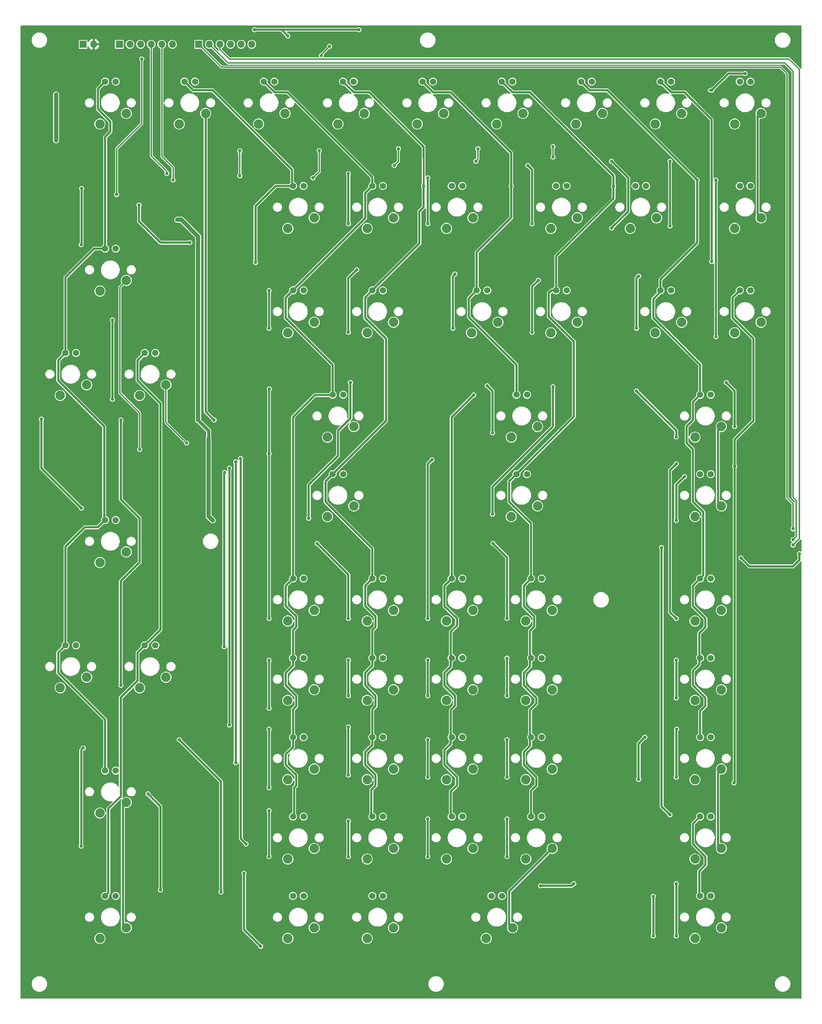
<source format=gbl>
G04 #@! TF.GenerationSoftware,KiCad,Pcbnew,8.0.4*
G04 #@! TF.CreationDate,2024-09-21T20:50:24+02:00*
G04 #@! TF.ProjectId,Keyboard,4b657962-6f61-4726-942e-6b696361645f,rev?*
G04 #@! TF.SameCoordinates,Original*
G04 #@! TF.FileFunction,Copper,L2,Bot*
G04 #@! TF.FilePolarity,Positive*
%FSLAX46Y46*%
G04 Gerber Fmt 4.6, Leading zero omitted, Abs format (unit mm)*
G04 Created by KiCad (PCBNEW 8.0.4) date 2024-09-21 20:50:24*
%MOMM*%
%LPD*%
G01*
G04 APERTURE LIST*
G04 #@! TA.AperFunction,ComponentPad*
%ADD10C,2.250000*%
G04 #@! TD*
G04 #@! TA.AperFunction,ComponentPad*
%ADD11C,1.508000*%
G04 #@! TD*
G04 #@! TA.AperFunction,ComponentPad*
%ADD12R,1.700000X1.700000*%
G04 #@! TD*
G04 #@! TA.AperFunction,ComponentPad*
%ADD13O,1.700000X1.700000*%
G04 #@! TD*
G04 #@! TA.AperFunction,ViaPad*
%ADD14C,0.800000*%
G04 #@! TD*
G04 #@! TA.AperFunction,Conductor*
%ADD15C,0.500000*%
G04 #@! TD*
G04 #@! TA.AperFunction,Conductor*
%ADD16C,0.300000*%
G04 #@! TD*
G04 #@! TA.AperFunction,Conductor*
%ADD17C,1.000000*%
G04 #@! TD*
G04 #@! TA.AperFunction,Conductor*
%ADD18C,0.800000*%
G04 #@! TD*
G04 #@! TA.AperFunction,Conductor*
%ADD19C,0.400000*%
G04 #@! TD*
G04 APERTURE END LIST*
D10*
X161990000Y12920000D03*
X168310000Y15460000D03*
D11*
X163230000Y23080000D03*
X165770000Y23080000D03*
D10*
X111990000Y12920000D03*
X118310000Y15460000D03*
D11*
X113230000Y23080000D03*
X115770000Y23080000D03*
D10*
X121490000Y31920000D03*
X127810000Y34460000D03*
D11*
X122730000Y42080000D03*
X125270000Y42080000D03*
D10*
X102490000Y31920000D03*
X108810000Y34460000D03*
D11*
X103730000Y42080000D03*
X106270000Y42080000D03*
D10*
X83490000Y31920000D03*
X89810000Y34460000D03*
D11*
X84730000Y42080000D03*
X87270000Y42080000D03*
X68270000Y42080000D03*
X65730000Y42080000D03*
D10*
X70810000Y34460000D03*
X64490000Y31920000D03*
X83490000Y12920000D03*
X89810000Y15460000D03*
D11*
X84730000Y23080000D03*
X87270000Y23080000D03*
D10*
X64490000Y12920000D03*
X70810000Y15460000D03*
D11*
X65730000Y23080000D03*
X68270000Y23080000D03*
D10*
X161990000Y31920000D03*
X168310000Y34460000D03*
D11*
X163230000Y42080000D03*
X165770000Y42080000D03*
D10*
X161990000Y50920000D03*
X168310000Y53460000D03*
D11*
X163230000Y61080000D03*
X165770000Y61080000D03*
D10*
X121490000Y50920000D03*
X127810000Y53460000D03*
D11*
X122730000Y61080000D03*
X125270000Y61080000D03*
D10*
X102490000Y50920000D03*
X108810000Y53460000D03*
D11*
X103730000Y61080000D03*
X106270000Y61080000D03*
D10*
X83490000Y50920000D03*
X89810000Y53460000D03*
D11*
X84730000Y61080000D03*
X87270000Y61080000D03*
D10*
X64490000Y50920000D03*
X70810000Y53460000D03*
D11*
X65730000Y61080000D03*
X68270000Y61080000D03*
D10*
X161990000Y69920000D03*
X168310000Y72460000D03*
D11*
X163230000Y80080000D03*
X165770000Y80080000D03*
D10*
X121490000Y69920000D03*
X127810000Y72460000D03*
D11*
X122730000Y80080000D03*
X125270000Y80080000D03*
D10*
X102490000Y69920000D03*
X108810000Y72460000D03*
D11*
X103730000Y80080000D03*
X106270000Y80080000D03*
D10*
X83490000Y69920000D03*
X89810000Y72460000D03*
D11*
X84730000Y80080000D03*
X87270000Y80080000D03*
D10*
X64490000Y69920000D03*
X70810000Y72460000D03*
D11*
X65730000Y80080000D03*
X68270000Y80080000D03*
D10*
X19490000Y12920000D03*
X25810000Y15460000D03*
D11*
X20730000Y23080000D03*
X23270000Y23080000D03*
D10*
X19490000Y42920000D03*
X25810000Y45460000D03*
D11*
X20730000Y53080000D03*
X23270000Y53080000D03*
D10*
X161990000Y88920000D03*
X168310000Y91460000D03*
D11*
X163230000Y99080000D03*
X165770000Y99080000D03*
D10*
X121490000Y88920000D03*
X127810000Y91460000D03*
D11*
X122730000Y99080000D03*
X125270000Y99080000D03*
D10*
X102490000Y88920000D03*
X108810000Y91460000D03*
D11*
X103730000Y99080000D03*
X106270000Y99080000D03*
D10*
X83490000Y88920000D03*
X89810000Y91460000D03*
D11*
X84730000Y99080000D03*
X87270000Y99080000D03*
D10*
X64490000Y88920000D03*
X70810000Y91460000D03*
D11*
X65730000Y99080000D03*
X68270000Y99080000D03*
D10*
X28990000Y72920000D03*
X35310000Y75460000D03*
D11*
X30230000Y83080000D03*
X32770000Y83080000D03*
D10*
X9990000Y72920000D03*
X16310000Y75460000D03*
D11*
X11230000Y83080000D03*
X13770000Y83080000D03*
D10*
X161990000Y113920000D03*
X168310000Y116460000D03*
D11*
X163230000Y124080000D03*
X165770000Y124080000D03*
D10*
X161990000Y132920000D03*
X168310000Y135460000D03*
D11*
X163230000Y143080000D03*
X165770000Y143080000D03*
D10*
X117990000Y113920000D03*
X124310000Y116460000D03*
D11*
X119230000Y124080000D03*
X121770000Y124080000D03*
D10*
X117990000Y132920000D03*
X124310000Y135460000D03*
D11*
X119230000Y143080000D03*
X121770000Y143080000D03*
D10*
X73990000Y113920000D03*
X80310000Y116460000D03*
D11*
X75230000Y124080000D03*
X77770000Y124080000D03*
D10*
X73990000Y132920000D03*
X80310000Y135460000D03*
D11*
X75230000Y143080000D03*
X77770000Y143080000D03*
D10*
X19490000Y102920000D03*
X25810000Y105460000D03*
D11*
X20730000Y113080000D03*
X23270000Y113080000D03*
D10*
X171490000Y157920000D03*
X177810000Y160460000D03*
D11*
X172730000Y168080000D03*
X175270000Y168080000D03*
D10*
X152490000Y157920000D03*
X158810000Y160460000D03*
D11*
X153730000Y168080000D03*
X156270000Y168080000D03*
D10*
X127490000Y157920000D03*
X133810000Y160460000D03*
D11*
X128730000Y168080000D03*
X131270000Y168080000D03*
D10*
X108490000Y157920000D03*
X114810000Y160460000D03*
D11*
X109730000Y168080000D03*
X112270000Y168080000D03*
D10*
X83490000Y157920000D03*
X89810000Y160460000D03*
D11*
X84730000Y168080000D03*
X87270000Y168080000D03*
D10*
X64490000Y157920000D03*
X70810000Y160460000D03*
D11*
X65730000Y168080000D03*
X68270000Y168080000D03*
X32770000Y153080000D03*
X30230000Y153080000D03*
D10*
X35310000Y145460000D03*
X28990000Y142920000D03*
X9990000Y142920000D03*
X16310000Y145460000D03*
D11*
X11230000Y153080000D03*
X13770000Y153080000D03*
D10*
X171490000Y207920000D03*
X177810000Y210460000D03*
D11*
X172730000Y218080000D03*
X175270000Y218080000D03*
D10*
X171490000Y182920000D03*
X177810000Y185460000D03*
D11*
X172730000Y193080000D03*
X175270000Y193080000D03*
D10*
X127490000Y182920000D03*
X133810000Y185460000D03*
D11*
X128730000Y193080000D03*
X131270000Y193080000D03*
D10*
X102490000Y182920000D03*
X108810000Y185460000D03*
D11*
X103730000Y193080000D03*
X106270000Y193080000D03*
D10*
X83490000Y182920000D03*
X89810000Y185460000D03*
D11*
X84730000Y193080000D03*
X87270000Y193080000D03*
D10*
X64490000Y182920000D03*
X70810000Y185460000D03*
D11*
X65730000Y193080000D03*
X68270000Y193080000D03*
D10*
X19490000Y167920000D03*
X25810000Y170460000D03*
D11*
X20730000Y178080000D03*
X23270000Y178080000D03*
D10*
X152490000Y207920000D03*
X158810000Y210460000D03*
D11*
X153730000Y218080000D03*
X156270000Y218080000D03*
D10*
X133490000Y207920000D03*
X139810000Y210460000D03*
D11*
X134730000Y218080000D03*
X137270000Y218080000D03*
D10*
X114490000Y207920000D03*
X120810000Y210460000D03*
D11*
X115730000Y218080000D03*
X118270000Y218080000D03*
D10*
X95490000Y207920000D03*
X101810000Y210460000D03*
D11*
X96730000Y218080000D03*
X99270000Y218080000D03*
D10*
X76490000Y207920000D03*
X82810000Y210460000D03*
D11*
X77730000Y218080000D03*
X80270000Y218080000D03*
D10*
X57490000Y207920000D03*
X63810000Y210460000D03*
D11*
X58730000Y218080000D03*
X61270000Y218080000D03*
D10*
X38490000Y207920000D03*
X44810000Y210460000D03*
D11*
X39730000Y218080000D03*
X42270000Y218080000D03*
D10*
X19490000Y207920000D03*
X25810000Y210460000D03*
D11*
X20730000Y218080000D03*
X23270000Y218080000D03*
D12*
X15460000Y227000000D03*
D13*
X18000000Y227000000D03*
D12*
X43150000Y227000000D03*
D13*
X45690000Y227000000D03*
X48230000Y227000000D03*
X50770000Y227000000D03*
X53310000Y227000000D03*
X55850000Y227000000D03*
D12*
X24150000Y227000000D03*
D13*
X26690000Y227000000D03*
X29230000Y227000000D03*
X31770000Y227000000D03*
X34310000Y227000000D03*
X36850000Y227000000D03*
D10*
X146490000Y182920000D03*
X152810000Y185460000D03*
D11*
X147730000Y193080000D03*
X150270000Y193080000D03*
D14*
X90000000Y109000000D03*
X23000000Y187000000D03*
X41000000Y196000000D03*
X40000000Y190000000D03*
X30000000Y194000000D03*
X53000000Y148000000D03*
X40000000Y125000000D03*
X168000000Y108000000D03*
X3000000Y10000000D03*
X3000000Y54000000D03*
X3000000Y95000000D03*
X7000000Y164000000D03*
X7000000Y185000000D03*
X141000000Y149000000D03*
X95000000Y149000000D03*
X42000000Y98000000D03*
X40000000Y66000000D03*
X42000000Y40000000D03*
X42000000Y16000000D03*
X134000000Y11000000D03*
X145000000Y28000000D03*
X140000000Y46000000D03*
X142000000Y66000000D03*
X143000000Y83000000D03*
X140000000Y110000000D03*
X186000000Y34000000D03*
X186000000Y56000000D03*
X186000000Y74000000D03*
X186000000Y99000000D03*
X176000000Y87000000D03*
X178000000Y71000000D03*
X180000000Y54000000D03*
X180000000Y35000000D03*
X183000000Y13000000D03*
X166000000Y1000000D03*
X134000000Y1000000D03*
X110000000Y1000000D03*
X79000000Y1000000D03*
X54000000Y1000000D03*
X19000000Y1000000D03*
X3000000Y31000000D03*
X5000000Y117000000D03*
X91000000Y129000000D03*
X133000000Y129000000D03*
X148000000Y129000000D03*
X180000000Y134000000D03*
X180000000Y152000000D03*
X182000000Y201000000D03*
X178000000Y176000000D03*
X139000000Y174000000D03*
X120000000Y174000000D03*
X99000000Y173000000D03*
X52000000Y168000000D03*
X39000000Y171000000D03*
X32500000Y162500000D03*
X172500000Y227000000D03*
X150000000Y227000000D03*
X127000000Y227000000D03*
X108000000Y227000000D03*
X89000000Y227000000D03*
X40000000Y225000000D03*
X63000000Y227000000D03*
X3500000Y215500000D03*
X159500000Y123500000D03*
X171500000Y135500000D03*
X171325000Y50175000D03*
X171500000Y126000000D03*
X154000000Y106500000D03*
X156000000Y42500000D03*
X157500000Y13500000D03*
X157500000Y26000000D03*
X22500000Y161000000D03*
X22500000Y142000000D03*
X54500000Y131500000D03*
X54500000Y128000000D03*
X55500000Y130000000D03*
X49000000Y137000000D03*
X49500000Y133500000D03*
X41000000Y133500000D03*
X18500000Y224000000D03*
X16500000Y222500000D03*
X20000000Y227000000D03*
X18000000Y229000000D03*
X182000000Y109500000D03*
X179000000Y103500000D03*
X181500000Y117500000D03*
X180000000Y116000000D03*
X170500000Y150000000D03*
X151500000Y149500000D03*
X126500000Y151000000D03*
X107500000Y150000000D03*
X83000000Y150000000D03*
X63500000Y148500000D03*
X18250000Y197000000D03*
X25000000Y194250000D03*
X25000000Y198000000D03*
X31000000Y188000000D03*
X52000000Y177000000D03*
X83000000Y225000000D03*
X78000000Y227000000D03*
X70000000Y227000000D03*
X173000000Y104000000D03*
X187000000Y105000000D03*
X46500000Y113000000D03*
X38000000Y185000000D03*
X43000000Y137000000D03*
X43000000Y142500000D03*
X15000000Y179000000D03*
X15125000Y192500000D03*
X9000000Y204000000D03*
X9000000Y215000000D03*
X81500000Y230500000D03*
X64500000Y229000000D03*
X56500000Y230500000D03*
X185500000Y111000000D03*
X185500000Y107095000D03*
X174000000Y220000000D03*
X185500000Y108365000D03*
X166000000Y216000000D03*
X40250000Y131500000D03*
X5500000Y137250000D03*
X15062500Y115937500D03*
X24500000Y137000000D03*
X29000000Y130000000D03*
X46825000Y137000000D03*
X56750000Y174750000D03*
X60000000Y43500000D03*
X60000000Y32500000D03*
X53175000Y127825000D03*
X54500000Y35500000D03*
X60000000Y63000000D03*
X60000000Y49000000D03*
X52000000Y127000000D03*
X52000000Y55000000D03*
X50500000Y125500000D03*
X50500000Y64000000D03*
X49365000Y124500000D03*
X49250000Y82750000D03*
X60062500Y144500000D03*
X29500000Y223500000D03*
X23500000Y191000000D03*
X35500000Y196075000D03*
X37000000Y194500000D03*
X72500000Y224323000D03*
X74500000Y226500000D03*
X28865000Y188500000D03*
X41000000Y179500000D03*
X60000000Y168000000D03*
X60000000Y159000000D03*
X79000000Y196000000D03*
X79000000Y184000000D03*
X98000000Y195000000D03*
X98000000Y184000000D03*
X142500000Y193000000D03*
X142000000Y199000000D03*
X142062500Y183000000D03*
X97000000Y193080000D03*
X69500000Y113500000D03*
X79500000Y146000000D03*
X156000000Y199000000D03*
X156000000Y183500000D03*
X122000000Y198000000D03*
X123000000Y184000000D03*
X118000000Y193080000D03*
X128000000Y202500000D03*
X128000000Y200000000D03*
X110000000Y202000000D03*
X109500000Y199000000D03*
X91000000Y202000000D03*
X90000000Y198000000D03*
X72000000Y201500000D03*
X70500000Y195000000D03*
X53000000Y201500000D03*
X53000000Y195500000D03*
X157500000Y113000000D03*
X169500000Y146000000D03*
X167000000Y157000000D03*
X166000000Y175000000D03*
X167000000Y194500000D03*
X148500000Y171500000D03*
X148000000Y159000000D03*
X157500000Y133000000D03*
X148000000Y144000000D03*
X124500000Y170500000D03*
X123000000Y158000000D03*
X104500000Y172000000D03*
X104000000Y159000000D03*
X81000000Y173000000D03*
X79000000Y158000000D03*
X38500000Y60500000D03*
X48500000Y24000000D03*
X58000000Y11000000D03*
X54000000Y28500000D03*
X15500000Y58500000D03*
X15000000Y35000000D03*
X24500000Y73500000D03*
X125000000Y25500000D03*
X148500000Y51000000D03*
X150000000Y61080000D03*
X133000000Y26000000D03*
X152000000Y23000000D03*
X152000000Y13500000D03*
X157500000Y51500000D03*
X157625000Y63000000D03*
X157500000Y70500000D03*
X157500000Y79500000D03*
X157500000Y89500000D03*
X157500000Y126500000D03*
X112250000Y145250000D03*
X113500000Y134000000D03*
X109000000Y143000000D03*
X128000000Y145000000D03*
X113500000Y114500000D03*
X113625000Y107500000D03*
X117000000Y89500000D03*
X117000000Y80000000D03*
X117000000Y71000000D03*
X117000000Y60500000D03*
X117000000Y51500000D03*
X117000000Y41500000D03*
X117000000Y32500000D03*
X99000000Y127500000D03*
X98000000Y89500000D03*
X98000000Y79500000D03*
X98000000Y71000000D03*
X98000000Y60500000D03*
X98000000Y51500000D03*
X98000000Y41500000D03*
X98000000Y32500000D03*
X71500000Y107500000D03*
X79000000Y89500000D03*
X79000000Y79500000D03*
X79000000Y71000000D03*
X79000000Y63500000D03*
X79000000Y52000000D03*
X79000000Y41000000D03*
X79000000Y32500000D03*
X60000000Y68000000D03*
X60000000Y79500000D03*
X60000000Y89500000D03*
X60000000Y129000000D03*
X162500000Y194500000D03*
X34000000Y24500000D03*
X31000000Y47500000D03*
D15*
X176000000Y136850000D02*
X171500000Y132350000D01*
X171500000Y132350000D02*
X171500000Y126000000D01*
X159500000Y123500000D02*
X157500000Y121500000D01*
X163230000Y99080000D02*
X164000000Y99850000D01*
X161500000Y137000000D02*
X161500000Y141350000D01*
X164000000Y99850000D02*
X164000000Y115000000D01*
X164000000Y115000000D02*
X161500000Y117500000D01*
X161500000Y117500000D02*
X161500000Y130000000D01*
X161500000Y130000000D02*
X160000000Y131500000D01*
X161500000Y141350000D02*
X163230000Y143080000D01*
X160000000Y131500000D02*
X160000000Y135500000D01*
X160000000Y135500000D02*
X161500000Y137000000D01*
X168310000Y135460000D02*
X167500000Y134650000D01*
X167500000Y134650000D02*
X167500000Y117270000D01*
X167500000Y117270000D02*
X168310000Y116460000D01*
X171325000Y50175000D02*
X171500000Y50350000D01*
X171500000Y50350000D02*
X171500000Y126000000D01*
X173000000Y104000000D02*
X175000000Y102000000D01*
X175000000Y102000000D02*
X185500000Y102000000D01*
X185500000Y102000000D02*
X187000000Y103500000D01*
X187000000Y103500000D02*
X187000000Y105000000D01*
X154000000Y44500000D02*
X154000000Y106500000D01*
X156000000Y42500000D02*
X154000000Y44500000D01*
X157500000Y26000000D02*
X157500000Y13500000D01*
X22500000Y142000000D02*
X22500000Y161000000D01*
D16*
X35500000Y196575000D02*
X31770000Y200305000D01*
X35500000Y196075000D02*
X35500000Y196575000D01*
X31770000Y200305000D02*
X31770000Y227000000D01*
D17*
X45500000Y114000000D02*
X46500000Y113000000D01*
X45500000Y132500000D02*
X45500000Y114000000D01*
D18*
X43000000Y137000000D02*
X45500000Y134500000D01*
X45500000Y134500000D02*
X45500000Y132500000D01*
D17*
X39000000Y185000000D02*
X43000000Y181000000D01*
X38000000Y185000000D02*
X39000000Y185000000D01*
X43000000Y181000000D02*
X43000000Y142500000D01*
D15*
X41000000Y179500000D02*
X34000000Y179500000D01*
X34000000Y179500000D02*
X28865000Y184635000D01*
X28865000Y184635000D02*
X28865000Y188500000D01*
D17*
X43000000Y142500000D02*
X43000000Y137000000D01*
D16*
X15125000Y179125000D02*
X15000000Y179000000D01*
D15*
X15125000Y192500000D02*
X15125000Y179125000D01*
D17*
X9000000Y215000000D02*
X9000000Y204000000D01*
D15*
X63000000Y230500000D02*
X81500000Y230500000D01*
X63000000Y230500000D02*
X64500000Y229000000D01*
X56500000Y230500000D02*
X63000000Y230500000D01*
D16*
X185500000Y108365000D02*
X186250000Y109115000D01*
X186250000Y117750000D02*
X185500000Y118500000D01*
X186250000Y109115000D02*
X186250000Y117750000D01*
X183500000Y222500000D02*
X50190000Y222500000D01*
X185500000Y118500000D02*
X185500000Y220500000D01*
X185500000Y220500000D02*
X183500000Y222500000D01*
X50190000Y222500000D02*
X45690000Y227000000D01*
X43150000Y227000000D02*
X48650000Y221500000D01*
X184000000Y220000000D02*
X184000000Y118500000D01*
X48650000Y221500000D02*
X182500000Y221500000D01*
X182500000Y221500000D02*
X184000000Y220000000D01*
X185500000Y117000000D02*
X185500000Y111000000D01*
X184000000Y118500000D02*
X185500000Y117000000D01*
D15*
X170000000Y220000000D02*
X166000000Y216000000D01*
X174000000Y220000000D02*
X170000000Y220000000D01*
D16*
X48230000Y227000000D02*
X48230000Y225770000D01*
X48230000Y225770000D02*
X50500000Y223500000D01*
X50500000Y223500000D02*
X184500000Y223500000D01*
X184500000Y223500000D02*
X187000000Y221000000D01*
X187000000Y221000000D02*
X187000000Y108595000D01*
X187000000Y108595000D02*
X185500000Y107095000D01*
D15*
X117000000Y89500000D02*
X117000000Y104125000D01*
X117000000Y104125000D02*
X113625000Y107500000D01*
X79000000Y89500000D02*
X79000000Y100000000D01*
X79000000Y100000000D02*
X71500000Y107500000D01*
X165500000Y216000000D02*
X166000000Y216000000D01*
X46825000Y137000000D02*
X44810000Y139015000D01*
X44810000Y139015000D02*
X44810000Y210460000D01*
D16*
X40250000Y131500000D02*
X35310000Y136440000D01*
X35310000Y136440000D02*
X35310000Y145460000D01*
D15*
X5500000Y125500000D02*
X15062500Y115937500D01*
X5500000Y137250000D02*
X5500000Y125500000D01*
X24500000Y137000000D02*
X24500000Y118000000D01*
X24500000Y118000000D02*
X29000000Y113500000D01*
X29000000Y113500000D02*
X29000000Y103000000D01*
X29000000Y103000000D02*
X24500000Y98500000D01*
X24500000Y98500000D02*
X24500000Y73500000D01*
D16*
X29000000Y130000000D02*
X29000000Y138750000D01*
X29000000Y138750000D02*
X24250000Y143500000D01*
X24250000Y168900000D02*
X25810000Y170460000D01*
X24250000Y143500000D02*
X24250000Y168900000D01*
D15*
X56750000Y174750000D02*
X56750000Y188250000D01*
X56750000Y188250000D02*
X61580000Y193080000D01*
X61580000Y193080000D02*
X65730000Y193080000D01*
X49250000Y124385000D02*
X49365000Y124500000D01*
X49250000Y82750000D02*
X49250000Y124385000D01*
X53175000Y127825000D02*
X53250000Y127750000D01*
X53250000Y127750000D02*
X53250000Y36750000D01*
X53250000Y36750000D02*
X54500000Y35500000D01*
X52000000Y55000000D02*
X52000000Y127000000D01*
X60000000Y32500000D02*
X60000000Y43500000D01*
X50500000Y64000000D02*
X50500000Y125500000D01*
X60000000Y49000000D02*
X60000000Y63000000D01*
X60000000Y144437500D02*
X60000000Y129000000D01*
X60062500Y144500000D02*
X60000000Y144437500D01*
X60000000Y129000000D02*
X60000000Y89500000D01*
D16*
X29500000Y208000000D02*
X29500000Y223500000D01*
X28500000Y207000000D02*
X29500000Y208000000D01*
X23500000Y191000000D02*
X23500000Y202000000D01*
X23500000Y202000000D02*
X28500000Y207000000D01*
X37000000Y194500000D02*
X37015000Y194515000D01*
X37015000Y194515000D02*
X37015000Y197485000D01*
X37015000Y197485000D02*
X34310000Y200190000D01*
X34310000Y200190000D02*
X34310000Y227000000D01*
X72500000Y224500000D02*
X72500000Y224323000D01*
X74500000Y226500000D02*
X72500000Y224500000D01*
D15*
X157500000Y121500000D02*
X157500000Y113000000D01*
X169500000Y146000000D02*
X171500000Y144000000D01*
X171500000Y144000000D02*
X171500000Y135500000D01*
X148000000Y144000000D02*
X157500000Y134500000D01*
X157500000Y134500000D02*
X157500000Y133000000D01*
X113500000Y121000000D02*
X113500000Y114500000D01*
X128000000Y145000000D02*
X128000000Y135500000D01*
X128000000Y135500000D02*
X113500000Y121000000D01*
X112250000Y145250000D02*
X113500000Y144000000D01*
X113500000Y144000000D02*
X113500000Y134000000D01*
X60000000Y159000000D02*
X60000000Y168000000D01*
X65730000Y168080000D02*
X83000000Y185350000D01*
X83000000Y185350000D02*
X83000000Y191350000D01*
X83000000Y191350000D02*
X84730000Y193080000D01*
D16*
X53000000Y195500000D02*
X53000000Y201500000D01*
D15*
X79000000Y184000000D02*
X79000000Y196000000D01*
X98000000Y184000000D02*
X98000000Y195000000D01*
X142500000Y193000000D02*
X142500000Y195500000D01*
X142500000Y195500000D02*
X122500000Y215500000D01*
X122500000Y215500000D02*
X118310000Y215500000D01*
X118310000Y215500000D02*
X115730000Y218080000D01*
X142500000Y193000000D02*
X142500000Y190080000D01*
X142500000Y190080000D02*
X128730000Y176310000D01*
X146000000Y195000000D02*
X142000000Y199000000D01*
X142062500Y183000000D02*
X142062500Y183062500D01*
X142062500Y183062500D02*
X146000000Y187000000D01*
X146000000Y187000000D02*
X146000000Y195000000D01*
X128730000Y176310000D02*
X128730000Y168080000D01*
D19*
X97000000Y199810000D02*
X97000000Y193080000D01*
D15*
X77730000Y218080000D02*
X80310000Y215500000D01*
X80310000Y215500000D02*
X84000000Y215500000D01*
X84000000Y215500000D02*
X97000000Y202500000D01*
X97000000Y202500000D02*
X97000000Y199810000D01*
X97000000Y193080000D02*
X97000000Y187999999D01*
X97000000Y187999999D02*
X96000000Y186999999D01*
X96000000Y179350000D02*
X84730000Y168080000D01*
X96000000Y186999999D02*
X96000000Y179350000D01*
X79500000Y146000000D02*
X79500000Y137467436D01*
X79500000Y137467436D02*
X76500000Y134467436D01*
X76500000Y134467436D02*
X76500000Y128500000D01*
X76500000Y128500000D02*
X69500000Y121500000D01*
X69500000Y121500000D02*
X69500000Y113500000D01*
X156000000Y183500000D02*
X156000000Y199000000D01*
X153730000Y168080000D02*
X153730000Y167730000D01*
X153730000Y167730000D02*
X152000000Y166000000D01*
X152000000Y166000000D02*
X152000000Y161500000D01*
X152000000Y161500000D02*
X163230000Y150270000D01*
X163230000Y150270000D02*
X163230000Y143080000D01*
X162500000Y194500000D02*
X162500000Y179500000D01*
X162500000Y179500000D02*
X153730000Y170730000D01*
X153730000Y170730000D02*
X153730000Y168080000D01*
X123000000Y184000000D02*
X123000000Y197000000D01*
X123000000Y197000000D02*
X122000000Y198000000D01*
X96730000Y218080000D02*
X99310000Y215500000D01*
X99310000Y215500000D02*
X103500000Y215500000D01*
X103500000Y215500000D02*
X118000000Y201000000D01*
X118000000Y201000000D02*
X118000000Y192500000D01*
X118000000Y193080000D02*
X118000000Y185500000D01*
X118000000Y185500000D02*
X109730000Y177230000D01*
X109730000Y177230000D02*
X109730000Y168080000D01*
D16*
X128000000Y202500000D02*
X128000000Y200000000D01*
X109500000Y199000000D02*
X110000000Y199500000D01*
X110000000Y199500000D02*
X110000000Y202000000D01*
X91000000Y199000000D02*
X91000000Y202000000D01*
X90000000Y198000000D02*
X91000000Y199000000D01*
X72000000Y196500000D02*
X72000000Y201500000D01*
X70500000Y195000000D02*
X72000000Y196500000D01*
D15*
X157500000Y126500000D02*
X156000000Y125000000D01*
X156000000Y125000000D02*
X156000000Y91000000D01*
X156000000Y91000000D02*
X157500000Y89500000D01*
X167000000Y194500000D02*
X167000000Y157000000D01*
X166000000Y174810000D02*
X166000000Y175000000D01*
X148000000Y171000000D02*
X148500000Y171500000D01*
X148000000Y159000000D02*
X148000000Y171000000D01*
X123000000Y169000000D02*
X124500000Y170500000D01*
X123000000Y158000000D02*
X123000000Y169000000D01*
X104000000Y171500000D02*
X104500000Y172000000D01*
X104000000Y159000000D02*
X104000000Y171500000D01*
X79000000Y171000000D02*
X81000000Y173000000D01*
X79000000Y158000000D02*
X79000000Y171000000D01*
X48500000Y50500000D02*
X38500000Y60500000D01*
X48500000Y24000000D02*
X48500000Y50500000D01*
X54000000Y15000000D02*
X58000000Y11000000D01*
X54000000Y28500000D02*
X54000000Y15000000D01*
X15000000Y58000000D02*
X15500000Y58500000D01*
X15000000Y35000000D02*
X15000000Y58000000D01*
X150000000Y61080000D02*
X148500000Y59580000D01*
X148500000Y59580000D02*
X148500000Y51000000D01*
X157500000Y79500000D02*
X157500000Y70500000D01*
X157625000Y63000000D02*
X157500000Y62875000D01*
X157500000Y62875000D02*
X157500000Y51500000D01*
X125000000Y25500000D02*
X132500000Y25500000D01*
X132500000Y25500000D02*
X133000000Y26000000D01*
X152000000Y13500000D02*
X152000000Y23000000D01*
X103730000Y99080000D02*
X103730000Y137730000D01*
X103730000Y137730000D02*
X109000000Y143000000D01*
X109000000Y143000000D02*
X109080000Y143080000D01*
X117000000Y71000000D02*
X117000000Y80000000D01*
X117000000Y51500000D02*
X117000000Y60500000D01*
X117000000Y32500000D02*
X117000000Y41500000D01*
X98000000Y89500000D02*
X98000000Y126500000D01*
X98000000Y126500000D02*
X99000000Y127500000D01*
X98000000Y71000000D02*
X98000000Y79500000D01*
X98000000Y51500000D02*
X98000000Y60500000D01*
X98000000Y32500000D02*
X98000000Y41500000D01*
X79000000Y71000000D02*
X79000000Y79500000D01*
X79000000Y52000000D02*
X79000000Y63500000D01*
X79000000Y32500000D02*
X79000000Y41000000D01*
X60000000Y79500000D02*
X60000000Y68000000D01*
X58730000Y218080000D02*
X61310000Y215500000D01*
X61310000Y215500000D02*
X64414845Y215500000D01*
X64414845Y215500000D02*
X84730000Y195184845D01*
X84730000Y195184845D02*
X84730000Y193080000D01*
X162500000Y194500000D02*
X141000000Y216000000D01*
X141000000Y216000000D02*
X136810000Y216000000D01*
X136810000Y216000000D02*
X134730000Y218080000D01*
X153730000Y218080000D02*
X156310000Y215500000D01*
X156310000Y215500000D02*
X159500000Y215500000D01*
X159500000Y215500000D02*
X166000000Y209000000D01*
X166000000Y209000000D02*
X166000000Y174810000D01*
X30230000Y83080000D02*
X28500000Y81350000D01*
X24500000Y46938693D02*
X21500000Y43938693D01*
X28500000Y81350000D02*
X28500000Y74657387D01*
X28500000Y74657387D02*
X24500000Y70657387D01*
X24500000Y70657387D02*
X24500000Y46938693D01*
X21500000Y43938693D02*
X21500000Y23850000D01*
X21500000Y23850000D02*
X20730000Y23080000D01*
X30230000Y153080000D02*
X28500000Y151350000D01*
X28500000Y146500000D02*
X34000000Y141000000D01*
X28500000Y151350000D02*
X28500000Y146500000D01*
X34000000Y141000000D02*
X34000000Y86850000D01*
X34000000Y86850000D02*
X30230000Y83080000D01*
X39730000Y218080000D02*
X41810000Y216000000D01*
X41810000Y216000000D02*
X46500000Y216000000D01*
X46500000Y216000000D02*
X65500000Y197000000D01*
X65500000Y197000000D02*
X65500000Y193310000D01*
X65500000Y193310000D02*
X65730000Y193080000D01*
X172730000Y168080000D02*
X171000000Y166350000D01*
X171000000Y166350000D02*
X171000000Y161500000D01*
X171000000Y161500000D02*
X176000000Y156500000D01*
X176000000Y156500000D02*
X176000000Y136850000D01*
X128730000Y168080000D02*
X127663683Y168080000D01*
X127663683Y168080000D02*
X127000000Y167416317D01*
X133000000Y155793155D02*
X133000000Y137850000D01*
X127000000Y167416317D02*
X127000000Y161793155D01*
X133000000Y137850000D02*
X119230000Y124080000D01*
X127000000Y161793155D02*
X133000000Y155793155D01*
X109730000Y168080000D02*
X107837613Y166187613D01*
X107837613Y166187613D02*
X107837613Y161662387D01*
X119230000Y150270000D02*
X119230000Y143080000D01*
X107837613Y161662387D02*
X119230000Y150270000D01*
X84730000Y168080000D02*
X83000000Y166350000D01*
X83000000Y166350000D02*
X83000000Y161500000D01*
X83000000Y161500000D02*
X88000000Y156500000D01*
X88000000Y156500000D02*
X88000000Y136850000D01*
X88000000Y136850000D02*
X75230000Y124080000D01*
X75230000Y143080000D02*
X75230000Y150270000D01*
X64000000Y161500000D02*
X64000000Y166350000D01*
X75230000Y150270000D02*
X64000000Y161500000D01*
X64000000Y166350000D02*
X65730000Y168080000D01*
X11230000Y83080000D02*
X9500000Y81350000D01*
X9500000Y81350000D02*
X9500000Y76500000D01*
X9500000Y76500000D02*
X20730000Y65270000D01*
X20730000Y65270000D02*
X20730000Y53080000D01*
X20730000Y113080000D02*
X19000000Y111350000D01*
X19000000Y111350000D02*
X15850000Y111350000D01*
X15850000Y111350000D02*
X11230000Y106730000D01*
X11230000Y106730000D02*
X11230000Y83080000D01*
X11230000Y153080000D02*
X9500000Y151350000D01*
X9500000Y151350000D02*
X9500000Y146500000D01*
X9500000Y146500000D02*
X20500000Y135500000D01*
X20500000Y135500000D02*
X20500000Y113310000D01*
X20500000Y113310000D02*
X20730000Y113080000D01*
X20730000Y178080000D02*
X18080000Y178080000D01*
X11230000Y171230000D02*
X11230000Y153080000D01*
X18080000Y178080000D02*
X11230000Y171230000D01*
X163230000Y42080000D02*
X161500000Y40350000D01*
X161500000Y40350000D02*
X161500000Y35500000D01*
X161500000Y35500000D02*
X164500000Y32500000D01*
X164500000Y32500000D02*
X164500000Y30500000D01*
X164500000Y30500000D02*
X163000000Y29000000D01*
X163000000Y29000000D02*
X163000000Y23310000D01*
X163000000Y23310000D02*
X163230000Y23080000D01*
X163230000Y99080000D02*
X161500000Y97350000D01*
X161500000Y97350000D02*
X161500000Y92500000D01*
X161500000Y77000000D02*
X161500000Y73500000D01*
X161500000Y73500000D02*
X164500000Y70500000D01*
X161500000Y92500000D02*
X164500000Y89500000D01*
X163230000Y67331307D02*
X163230000Y61080000D01*
X164500000Y89500000D02*
X164500000Y87435000D01*
X164500000Y87435000D02*
X163000000Y85935000D01*
X163000000Y85935000D02*
X163000000Y78500000D01*
X163000000Y78500000D02*
X161500000Y77000000D01*
X164500000Y68601307D02*
X163230000Y67331307D01*
X164500000Y70500000D02*
X164500000Y68601307D01*
X119230000Y124080000D02*
X117500000Y122350000D01*
X117500000Y122350000D02*
X117500000Y117500000D01*
X117500000Y117500000D02*
X122730000Y112270000D01*
X122730000Y112270000D02*
X122730000Y99080000D01*
X75230000Y124080000D02*
X73500000Y122350000D01*
X73500000Y122350000D02*
X73500000Y117500000D01*
X73500000Y117500000D02*
X84730000Y106270000D01*
X84730000Y106270000D02*
X84730000Y99080000D01*
X75230000Y143080000D02*
X75150000Y143000000D01*
X75150000Y143000000D02*
X71000000Y143000000D01*
X71000000Y143000000D02*
X65730000Y137730000D01*
X65730000Y137730000D02*
X65730000Y99080000D01*
X121000000Y73500000D02*
X124000000Y70500000D01*
X122500000Y86601307D02*
X122500000Y78016282D01*
X122500000Y67601307D02*
X122500000Y59016282D01*
X124000000Y70500000D02*
X124000000Y69101307D01*
X123500000Y87601307D02*
X122500000Y86601307D01*
X122500000Y78016282D02*
X121000000Y76516282D01*
X123500000Y90000000D02*
X123500000Y87601307D01*
X124000000Y69101307D02*
X122500000Y67601307D01*
X121000000Y92500000D02*
X123500000Y90000000D01*
X122500000Y59016282D02*
X121000000Y57516282D01*
X121000000Y76516282D02*
X121000000Y73500000D01*
X121000000Y97350000D02*
X121000000Y92500000D01*
X122730000Y99080000D02*
X121000000Y97350000D01*
X121000000Y54500000D02*
X124000000Y51500000D01*
X121000000Y57516282D02*
X121000000Y54500000D01*
X124000000Y51500000D02*
X124000000Y49601307D01*
X124000000Y49601307D02*
X122730000Y48331307D01*
X122730000Y48331307D02*
X122730000Y42080000D01*
X103500000Y67601307D02*
X103500000Y59500000D01*
X105000000Y89500000D02*
X105000000Y87851306D01*
X105000000Y49601307D02*
X103500000Y48101307D01*
X103500000Y42310000D02*
X103730000Y42080000D01*
X102000000Y73500000D02*
X104500000Y71000000D01*
X104500000Y71000000D02*
X104500000Y68601307D01*
X102000000Y76516282D02*
X102000000Y73500000D01*
X102000000Y54500000D02*
X105000000Y51500000D01*
X103500000Y78016282D02*
X102000000Y76516282D01*
X102000000Y92500000D02*
X105000000Y89500000D01*
X103500000Y59500000D02*
X102000000Y58000000D01*
X103500000Y48101307D02*
X103500000Y42310000D01*
X103500000Y86351306D02*
X103500000Y78016282D01*
X105000000Y87851306D02*
X103500000Y86351306D01*
X104500000Y68601307D02*
X103500000Y67601307D01*
X105000000Y51500000D02*
X105000000Y49601307D01*
X102000000Y97350000D02*
X102000000Y92500000D01*
X102000000Y58000000D02*
X102000000Y54500000D01*
X103730000Y99080000D02*
X102000000Y97350000D01*
X84730000Y67730000D02*
X84730000Y59230000D01*
X85500000Y71000000D02*
X85500000Y68500000D01*
X83000000Y76500000D02*
X83000000Y73500000D01*
X84730000Y59230000D02*
X83000000Y57500000D01*
X83000000Y54500000D02*
X85500000Y52000000D01*
X83000000Y73500000D02*
X85500000Y71000000D01*
X84730000Y78230000D02*
X83000000Y76500000D01*
X84730000Y99080000D02*
X83000000Y97350000D01*
X85500000Y87500000D02*
X84730000Y86730000D01*
X85500000Y68500000D02*
X84730000Y67730000D01*
X85500000Y90000000D02*
X85500000Y87500000D01*
X83000000Y92500000D02*
X85500000Y90000000D01*
X83000000Y97350000D02*
X83000000Y92500000D01*
X83000000Y57500000D02*
X83000000Y54500000D01*
X85500000Y52000000D02*
X85500000Y49500000D01*
X84730000Y86730000D02*
X84730000Y78230000D01*
X85500000Y49500000D02*
X84500000Y48500000D01*
X84500000Y48500000D02*
X84500000Y42310000D01*
X84500000Y42310000D02*
X84730000Y42080000D01*
X65730000Y58746282D02*
X64000000Y57016282D01*
X66500000Y68500000D02*
X65730000Y67730000D01*
X66500000Y71000000D02*
X66500000Y68500000D01*
X64000000Y73500000D02*
X66500000Y71000000D01*
X64000000Y76500000D02*
X64000000Y73500000D01*
X64000000Y92500000D02*
X66500000Y90000000D01*
X65730000Y78230000D02*
X64000000Y76500000D01*
X66500000Y87500000D02*
X65730000Y86730000D01*
X66500000Y90000000D02*
X66500000Y87500000D01*
X65730000Y67730000D02*
X65730000Y58746282D01*
X65730000Y86730000D02*
X65730000Y78230000D01*
X64000000Y97350000D02*
X64000000Y92500000D01*
X65730000Y99080000D02*
X64000000Y97350000D01*
X64000000Y57016282D02*
X64000000Y54500000D01*
X64000000Y54500000D02*
X66500000Y52000000D01*
X66500000Y52000000D02*
X66500000Y49500000D01*
X66500000Y49500000D02*
X66000000Y49000000D01*
X66000000Y49000000D02*
X66000000Y42350000D01*
X66000000Y42350000D02*
X65730000Y42080000D01*
X168310000Y53460000D02*
X167500000Y52650000D01*
X167500000Y52650000D02*
X167500000Y35270000D01*
X167500000Y35270000D02*
X168310000Y34460000D01*
X127810000Y34460000D02*
X117500000Y24150000D01*
X117500000Y24150000D02*
X117500000Y23500000D01*
X117500000Y16270000D02*
X117500000Y23500000D01*
X118310000Y15460000D02*
X117500000Y16270000D01*
X25810000Y15460000D02*
X25000000Y16270000D01*
X25000000Y16270000D02*
X25000000Y44650000D01*
X25000000Y44650000D02*
X25810000Y45460000D01*
X34000000Y44500000D02*
X34000000Y24500000D01*
X31000000Y47500000D02*
X34000000Y44500000D01*
X177810000Y210460000D02*
X177000000Y209650000D01*
X177000000Y209650000D02*
X177000000Y186270000D01*
X177000000Y186270000D02*
X177810000Y185460000D01*
X22000000Y206101307D02*
X20730000Y204831307D01*
X22000000Y208500000D02*
X22000000Y206101307D01*
X19000000Y211500000D02*
X22000000Y208500000D01*
X19000000Y216350000D02*
X19000000Y211500000D01*
X20730000Y218080000D02*
X19000000Y216350000D01*
X20730000Y204831307D02*
X20730000Y178080000D01*
G04 #@! TA.AperFunction,Conductor*
G36*
X187442539Y231479815D02*
G01*
X187488294Y231427011D01*
X187499500Y231375500D01*
X187499500Y221295058D01*
X187479815Y221228019D01*
X187427011Y221182264D01*
X187357853Y221172320D01*
X187294297Y221201345D01*
X187286438Y221209686D01*
X187286217Y221209465D01*
X186276151Y222219531D01*
X184715212Y223780470D01*
X184635288Y223826614D01*
X184546144Y223850500D01*
X184546142Y223850500D01*
X73139840Y223850500D01*
X73072801Y223870185D01*
X73027046Y223922989D01*
X73017102Y223992147D01*
X73025279Y224021953D01*
X73051412Y224085044D01*
X73085044Y224166238D01*
X73105682Y224323000D01*
X73085044Y224479762D01*
X73084654Y224480701D01*
X73084562Y224481560D01*
X73082940Y224487616D01*
X73083883Y224487868D01*
X73077178Y224550168D01*
X73108445Y224612651D01*
X73111529Y224615847D01*
X74359557Y225863875D01*
X74420880Y225897360D01*
X74463422Y225899133D01*
X74499998Y225894318D01*
X74500000Y225894318D01*
X74500002Y225894318D01*
X74656760Y225914955D01*
X74656762Y225914956D01*
X74802839Y225975463D01*
X74802841Y225975464D01*
X74928282Y226071718D01*
X75024536Y226197159D01*
X75085044Y226343238D01*
X75100161Y226458064D01*
X75105682Y226499998D01*
X75105682Y226500001D01*
X75085044Y226656760D01*
X75085044Y226656762D01*
X75024536Y226802841D01*
X74928282Y226928282D01*
X74802841Y227024536D01*
X74656762Y227085044D01*
X74552254Y227098802D01*
X74500001Y227105682D01*
X74499999Y227105682D01*
X74421619Y227095363D01*
X74343238Y227085044D01*
X74197159Y227024536D01*
X74071718Y226928282D01*
X73975464Y226802841D01*
X73975463Y226802839D01*
X73914956Y226656762D01*
X73914955Y226656760D01*
X73894318Y226500001D01*
X73894318Y226499998D01*
X73899133Y226463422D01*
X73888367Y226394387D01*
X73863875Y226359557D01*
X72452605Y224948287D01*
X72391282Y224914802D01*
X72381119Y224913031D01*
X72343238Y224908044D01*
X72197159Y224847536D01*
X72071718Y224751282D01*
X71975464Y224625841D01*
X71975463Y224625839D01*
X71914956Y224479762D01*
X71914955Y224479760D01*
X71894318Y224323001D01*
X71894318Y224322998D01*
X71914955Y224166239D01*
X71914956Y224166237D01*
X71974721Y224021953D01*
X71982190Y223952483D01*
X71950915Y223890004D01*
X71890826Y223854352D01*
X71860160Y223850500D01*
X50696544Y223850500D01*
X50629505Y223870185D01*
X50608863Y223886819D01*
X49648146Y224847536D01*
X48645927Y225849754D01*
X48612444Y225911075D01*
X48617428Y225980767D01*
X48659300Y226036700D01*
X48675156Y226046791D01*
X48691410Y226055479D01*
X48816450Y226122315D01*
X48858677Y226156969D01*
X48976410Y226253589D01*
X49098859Y226402796D01*
X49107685Y226413550D01*
X49205232Y226596046D01*
X49265300Y226794066D01*
X49285583Y227000000D01*
X49714417Y227000000D01*
X49734699Y226794067D01*
X49794769Y226596043D01*
X49892317Y226413547D01*
X50023589Y226253589D01*
X50183547Y226122317D01*
X50183548Y226122316D01*
X50183550Y226122315D01*
X50255898Y226083643D01*
X50366043Y226024769D01*
X50366045Y226024768D01*
X50366046Y226024768D01*
X50419500Y226008553D01*
X50564069Y225964699D01*
X50564065Y225964699D01*
X50770000Y225944417D01*
X50975932Y225964699D01*
X51110260Y226005447D01*
X51173954Y226024768D01*
X51356450Y226122315D01*
X51398677Y226156969D01*
X51516410Y226253589D01*
X51638859Y226402796D01*
X51647685Y226413550D01*
X51745232Y226596046D01*
X51805300Y226794066D01*
X51825583Y227000000D01*
X52254417Y227000000D01*
X52274699Y226794067D01*
X52334769Y226596043D01*
X52432317Y226413547D01*
X52563589Y226253589D01*
X52723547Y226122317D01*
X52723548Y226122316D01*
X52723550Y226122315D01*
X52795898Y226083643D01*
X52906043Y226024769D01*
X52906045Y226024768D01*
X52906046Y226024768D01*
X52959500Y226008553D01*
X53104069Y225964699D01*
X53104065Y225964699D01*
X53310000Y225944417D01*
X53515932Y225964699D01*
X53650260Y226005447D01*
X53713954Y226024768D01*
X53896450Y226122315D01*
X53938677Y226156969D01*
X54056410Y226253589D01*
X54178859Y226402796D01*
X54187685Y226413550D01*
X54285232Y226596046D01*
X54345300Y226794066D01*
X54365583Y227000000D01*
X54794417Y227000000D01*
X54814699Y226794067D01*
X54874769Y226596043D01*
X54972317Y226413547D01*
X55103589Y226253589D01*
X55263547Y226122317D01*
X55263548Y226122316D01*
X55263550Y226122315D01*
X55335898Y226083643D01*
X55446043Y226024769D01*
X55446045Y226024768D01*
X55446046Y226024768D01*
X55499500Y226008553D01*
X55644069Y225964699D01*
X55644065Y225964699D01*
X55850000Y225944417D01*
X56055932Y225964699D01*
X56190260Y226005447D01*
X56253954Y226024768D01*
X56436450Y226122315D01*
X56478677Y226156969D01*
X56596410Y226253589D01*
X56718859Y226402796D01*
X56727685Y226413550D01*
X56825232Y226596046D01*
X56885300Y226794066D01*
X56905583Y227000000D01*
X56885300Y227205934D01*
X56825232Y227403954D01*
X56727685Y227586450D01*
X56596410Y227746410D01*
X56436450Y227877685D01*
X56253954Y227975232D01*
X56055934Y228035300D01*
X55850000Y228055583D01*
X55644066Y228035300D01*
X55446046Y227975232D01*
X55263550Y227877685D01*
X55253879Y227869748D01*
X55103589Y227746410D01*
X55014796Y227638214D01*
X54972315Y227586450D01*
X54881502Y227416554D01*
X54874769Y227403956D01*
X54814699Y227205932D01*
X54794417Y227000000D01*
X54365583Y227000000D01*
X54345300Y227205934D01*
X54285232Y227403954D01*
X54187685Y227586450D01*
X54056410Y227746410D01*
X53896450Y227877685D01*
X53713954Y227975232D01*
X53515934Y228035300D01*
X53310000Y228055583D01*
X53104066Y228035300D01*
X52906046Y227975232D01*
X52723550Y227877685D01*
X52713879Y227869748D01*
X52563589Y227746410D01*
X52474796Y227638214D01*
X52432315Y227586450D01*
X52341502Y227416554D01*
X52334769Y227403956D01*
X52274699Y227205932D01*
X52254417Y227000000D01*
X51825583Y227000000D01*
X51805300Y227205934D01*
X51745232Y227403954D01*
X51647685Y227586450D01*
X51516410Y227746410D01*
X51356450Y227877685D01*
X51173954Y227975232D01*
X50975934Y228035300D01*
X50770000Y228055583D01*
X50564066Y228035300D01*
X50366046Y227975232D01*
X50183550Y227877685D01*
X50173879Y227869748D01*
X50023589Y227746410D01*
X49934796Y227638214D01*
X49892315Y227586450D01*
X49801502Y227416554D01*
X49794769Y227403956D01*
X49734699Y227205932D01*
X49714417Y227000000D01*
X49285583Y227000000D01*
X49265300Y227205934D01*
X49205232Y227403954D01*
X49107685Y227586450D01*
X48976410Y227746410D01*
X48816450Y227877685D01*
X48633954Y227975232D01*
X48435934Y228035300D01*
X48230000Y228055583D01*
X48024066Y228035300D01*
X47826046Y227975232D01*
X47643550Y227877685D01*
X47633879Y227869748D01*
X47483589Y227746410D01*
X47394796Y227638214D01*
X47352315Y227586450D01*
X47261502Y227416554D01*
X47254769Y227403956D01*
X47194699Y227205932D01*
X47174417Y227000000D01*
X47194699Y226794067D01*
X47254769Y226596043D01*
X47352317Y226413547D01*
X47483589Y226253589D01*
X47643547Y226122317D01*
X47643548Y226122316D01*
X47643550Y226122315D01*
X47732228Y226074914D01*
X47813954Y226031231D01*
X47863798Y225982268D01*
X47879500Y225921873D01*
X47879500Y225723856D01*
X47903386Y225634712D01*
X47903389Y225634705D01*
X47913861Y225616566D01*
X47930331Y225548665D01*
X47907477Y225482639D01*
X47852554Y225439451D01*
X47783000Y225432812D01*
X47720899Y225464830D01*
X47718846Y225466834D01*
X46700189Y226485491D01*
X46666706Y226546812D01*
X46669210Y226609162D01*
X46725300Y226794066D01*
X46745583Y227000000D01*
X46725300Y227205934D01*
X46665232Y227403954D01*
X46567685Y227586450D01*
X46436410Y227746410D01*
X46276450Y227877685D01*
X46093954Y227975232D01*
X45895934Y228035300D01*
X45690000Y228055583D01*
X45484066Y228035300D01*
X45286046Y227975232D01*
X45103550Y227877685D01*
X45093879Y227869748D01*
X44943589Y227746410D01*
X44854796Y227638214D01*
X44812315Y227586450D01*
X44721502Y227416554D01*
X44714769Y227403956D01*
X44654699Y227205932D01*
X44634417Y227000000D01*
X44654699Y226794067D01*
X44714769Y226596043D01*
X44812317Y226413547D01*
X44943589Y226253589D01*
X45103547Y226122317D01*
X45103548Y226122316D01*
X45103550Y226122315D01*
X45175898Y226083643D01*
X45286043Y226024769D01*
X45286045Y226024768D01*
X45286046Y226024768D01*
X45339500Y226008553D01*
X45484069Y225964699D01*
X45484065Y225964699D01*
X45690000Y225944417D01*
X45895932Y225964699D01*
X46030260Y226005447D01*
X46080833Y226020788D01*
X46150699Y226021411D01*
X46204508Y225989808D01*
X49974786Y222219531D01*
X49974791Y222219527D01*
X50054709Y222173387D01*
X50054712Y222173386D01*
X50143856Y222149500D01*
X183303456Y222149500D01*
X183370495Y222129815D01*
X183391137Y222113181D01*
X185113181Y220391137D01*
X185146666Y220329814D01*
X185149500Y220303456D01*
X185149500Y118453856D01*
X185157712Y118423212D01*
X185158626Y118419800D01*
X185158626Y118419798D01*
X185173384Y118364714D01*
X185173385Y118364713D01*
X185219527Y118284791D01*
X185219531Y118284786D01*
X185863181Y117641137D01*
X185896666Y117579814D01*
X185899500Y117553456D01*
X185899500Y117395543D01*
X185879815Y117328504D01*
X185827011Y117282749D01*
X185757853Y117272805D01*
X185694297Y117301830D01*
X185687819Y117307862D01*
X184386819Y118608862D01*
X184353334Y118670185D01*
X184350500Y118696543D01*
X184350500Y220046142D01*
X184350500Y220046144D01*
X184326614Y220135288D01*
X184280469Y220215212D01*
X184215212Y220280469D01*
X182715212Y221780470D01*
X182635288Y221826614D01*
X182546144Y221850500D01*
X182546142Y221850500D01*
X48846544Y221850500D01*
X48779505Y221870185D01*
X48758863Y221886819D01*
X44236819Y226408863D01*
X44203334Y226470186D01*
X44200500Y226496544D01*
X44200500Y227869750D01*
X44200499Y227869752D01*
X44188868Y227928229D01*
X44188867Y227928230D01*
X44188867Y227928231D01*
X44144552Y227994552D01*
X44078231Y228038867D01*
X44078229Y228038867D01*
X44078229Y228038868D01*
X44034568Y228047552D01*
X44019751Y228050499D01*
X44019751Y228050500D01*
X44019748Y228050500D01*
X42280252Y228050500D01*
X42280249Y228050500D01*
X42280247Y228050499D01*
X42221770Y228038868D01*
X42221769Y228038867D01*
X42155447Y227994552D01*
X42111132Y227928230D01*
X42111131Y227928229D01*
X42099500Y227869752D01*
X42099500Y226130247D01*
X42111131Y226071770D01*
X42111132Y226071769D01*
X42155447Y226005447D01*
X42221769Y225961132D01*
X42221770Y225961131D01*
X42280247Y225949500D01*
X42280252Y225949500D01*
X43653456Y225949500D01*
X43720495Y225929815D01*
X43741137Y225913181D01*
X48434786Y221219531D01*
X48434791Y221219527D01*
X48514709Y221173387D01*
X48514712Y221173386D01*
X48603856Y221149500D01*
X48603857Y221149500D01*
X48696144Y221149500D01*
X182303456Y221149500D01*
X182370495Y221129815D01*
X182391137Y221113181D01*
X183613181Y219891137D01*
X183646666Y219829814D01*
X183649500Y219803456D01*
X183649500Y118453856D01*
X183657712Y118423212D01*
X183658626Y118419800D01*
X183658626Y118419798D01*
X183673384Y118364714D01*
X183673385Y118364713D01*
X183719527Y118284791D01*
X183719531Y118284786D01*
X185113181Y116891137D01*
X185146666Y116829814D01*
X185149500Y116803456D01*
X185149500Y111549115D01*
X185129815Y111482076D01*
X185100988Y111450742D01*
X185071718Y111428282D01*
X184975464Y111302841D01*
X184975463Y111302839D01*
X184914956Y111156762D01*
X184914955Y111156760D01*
X184894318Y111000001D01*
X184894318Y110999998D01*
X184914955Y110843239D01*
X184914956Y110843237D01*
X184975463Y110697160D01*
X185071718Y110571718D01*
X185197160Y110475463D01*
X185343237Y110414956D01*
X185343239Y110414955D01*
X185499999Y110394318D01*
X185500000Y110394318D01*
X185500001Y110394318D01*
X185656760Y110414955D01*
X185656765Y110414957D01*
X185728048Y110444483D01*
X185797517Y110451952D01*
X185859996Y110420676D01*
X185895648Y110360587D01*
X185899500Y110329922D01*
X185899500Y109311544D01*
X185879815Y109244505D01*
X185863181Y109223863D01*
X185640442Y109001124D01*
X185579119Y108967639D01*
X185536579Y108965866D01*
X185500000Y108970682D01*
X185343238Y108950044D01*
X185197159Y108889536D01*
X185071718Y108793282D01*
X184975464Y108667841D01*
X184975463Y108667839D01*
X184914956Y108521762D01*
X184914955Y108521760D01*
X184894318Y108365001D01*
X184894318Y108364998D01*
X184914955Y108208239D01*
X184914956Y108208237D01*
X184975463Y108062160D01*
X185071718Y107936718D01*
X185197166Y107840458D01*
X185202487Y107837387D01*
X185250703Y107786821D01*
X185263927Y107718214D01*
X185237959Y107653349D01*
X185202487Y107622613D01*
X185197166Y107619541D01*
X185197160Y107619536D01*
X185197159Y107619536D01*
X185071718Y107523282D01*
X184975464Y107397841D01*
X184975463Y107397839D01*
X184914956Y107251762D01*
X184914955Y107251760D01*
X184894318Y107095001D01*
X184894318Y107094998D01*
X184914955Y106938239D01*
X184914956Y106938237D01*
X184975463Y106792160D01*
X185071718Y106666718D01*
X185197160Y106570463D01*
X185343237Y106509956D01*
X185343239Y106509955D01*
X185499999Y106489318D01*
X185500000Y106489318D01*
X185500001Y106489318D01*
X185656760Y106509955D01*
X185656762Y106509956D01*
X185802839Y106570463D01*
X185802841Y106570464D01*
X185928282Y106666718D01*
X186024536Y106792159D01*
X186085044Y106938238D01*
X186105682Y107095000D01*
X186100866Y107131577D01*
X186111631Y107200609D01*
X186136124Y107235442D01*
X187286216Y108385535D01*
X187288219Y108383531D01*
X187333554Y108416633D01*
X187403300Y108420787D01*
X187464220Y108386573D01*
X187496972Y108324855D01*
X187499500Y108299943D01*
X187499500Y105625081D01*
X187479815Y105558042D01*
X187427011Y105512287D01*
X187357853Y105502343D01*
X187310846Y105522144D01*
X187309881Y105520472D01*
X187302845Y105524532D01*
X187302841Y105524536D01*
X187156762Y105585044D01*
X187052254Y105598802D01*
X187000001Y105605682D01*
X186999999Y105605682D01*
X186921619Y105595363D01*
X186843238Y105585044D01*
X186697159Y105524536D01*
X186571718Y105428282D01*
X186475464Y105302841D01*
X186475463Y105302839D01*
X186414956Y105156762D01*
X186414955Y105156760D01*
X186394318Y105000001D01*
X186394318Y104999998D01*
X186414955Y104843239D01*
X186414956Y104843237D01*
X186475464Y104697157D01*
X186523876Y104634066D01*
X186549070Y104568896D01*
X186549500Y104558580D01*
X186549500Y103737965D01*
X186529815Y103670926D01*
X186513181Y103650284D01*
X185349716Y102486819D01*
X185288393Y102453334D01*
X185262035Y102450500D01*
X175237965Y102450500D01*
X175170926Y102470185D01*
X175150284Y102486819D01*
X174786777Y102850326D01*
X173630679Y104006422D01*
X173597196Y104067743D01*
X173595426Y104077896D01*
X173585044Y104156762D01*
X173524536Y104302841D01*
X173428282Y104428282D01*
X173302841Y104524536D01*
X173156762Y104585044D01*
X173052254Y104598802D01*
X173000001Y104605682D01*
X172999999Y104605682D01*
X172921619Y104595363D01*
X172843238Y104585044D01*
X172697159Y104524536D01*
X172571718Y104428282D01*
X172475464Y104302841D01*
X172475463Y104302839D01*
X172414956Y104156762D01*
X172414955Y104156760D01*
X172394318Y104000001D01*
X172394318Y103999998D01*
X172414955Y103843239D01*
X172414956Y103843237D01*
X172475463Y103697160D01*
X172571718Y103571718D01*
X172697160Y103475463D01*
X172843238Y103414956D01*
X172922084Y103404575D01*
X172985980Y103376308D01*
X172993578Y103369317D01*
X174723383Y101639513D01*
X174723386Y101639511D01*
X174826113Y101580200D01*
X174826116Y101580199D01*
X174850324Y101573712D01*
X174850325Y101573713D01*
X174940691Y101549500D01*
X185559308Y101549500D01*
X185559309Y101549500D01*
X185591744Y101558191D01*
X185649630Y101573701D01*
X185649656Y101573708D01*
X185649673Y101573713D01*
X185661780Y101576957D01*
X185673888Y101580201D01*
X185725250Y101609856D01*
X185776614Y101639511D01*
X187287819Y103150716D01*
X187349142Y103184201D01*
X187418834Y103179217D01*
X187474767Y103137345D01*
X187499184Y103071881D01*
X187499500Y103063035D01*
X187499500Y-1375500D01*
X187479815Y-1442539D01*
X187427011Y-1488294D01*
X187375500Y-1499500D01*
X624500Y-1499500D01*
X557461Y-1479815D01*
X511706Y-1427011D01*
X500500Y-1375500D01*
X500500Y2121288D01*
X3149500Y2121288D01*
X3149500Y1878711D01*
X3181161Y1638214D01*
X3243947Y1403895D01*
X3336773Y1179794D01*
X3336777Y1179785D01*
X3458067Y969706D01*
X3605733Y777263D01*
X3605739Y777256D01*
X3777256Y605739D01*
X3777263Y605733D01*
X3969706Y458067D01*
X4179785Y336777D01*
X4179794Y336773D01*
X4403895Y243947D01*
X4638214Y181161D01*
X4878711Y149500D01*
X4878712Y149500D01*
X5121289Y149500D01*
X5361785Y181161D01*
X5596104Y243947D01*
X5820205Y336773D01*
X5820214Y336777D01*
X5858661Y358974D01*
X6030289Y458064D01*
X6030293Y458067D01*
X6222736Y605733D01*
X6222743Y605739D01*
X6394260Y777256D01*
X6394266Y777263D01*
X6541932Y969706D01*
X6541936Y969711D01*
X6663224Y1179788D01*
X6756054Y1403900D01*
X6818838Y1638211D01*
X6850500Y1878712D01*
X6850500Y2121288D01*
X98149500Y2121288D01*
X98149500Y1878711D01*
X98181161Y1638214D01*
X98243947Y1403895D01*
X98336773Y1179794D01*
X98336777Y1179785D01*
X98458067Y969706D01*
X98605733Y777263D01*
X98605739Y777256D01*
X98777256Y605739D01*
X98777263Y605733D01*
X98969706Y458067D01*
X99179785Y336777D01*
X99179794Y336773D01*
X99403895Y243947D01*
X99638214Y181161D01*
X99878711Y149500D01*
X99878712Y149500D01*
X100121289Y149500D01*
X100361785Y181161D01*
X100596104Y243947D01*
X100820205Y336773D01*
X100820214Y336777D01*
X100858661Y358974D01*
X101030289Y458064D01*
X101030293Y458067D01*
X101222736Y605733D01*
X101222743Y605739D01*
X101394260Y777256D01*
X101394266Y777263D01*
X101541932Y969706D01*
X101541936Y969711D01*
X101663224Y1179788D01*
X101756054Y1403900D01*
X101818838Y1638211D01*
X101850500Y1878712D01*
X101850500Y2121288D01*
X181149500Y2121288D01*
X181149500Y1878711D01*
X181181161Y1638214D01*
X181243947Y1403895D01*
X181336773Y1179794D01*
X181336777Y1179785D01*
X181458067Y969706D01*
X181605733Y777263D01*
X181605739Y777256D01*
X181777256Y605739D01*
X181777263Y605733D01*
X181969706Y458067D01*
X182179785Y336777D01*
X182179794Y336773D01*
X182403895Y243947D01*
X182638214Y181161D01*
X182878711Y149500D01*
X182878712Y149500D01*
X183121289Y149500D01*
X183361785Y181161D01*
X183596104Y243947D01*
X183820205Y336773D01*
X183820214Y336777D01*
X183858661Y358974D01*
X184030289Y458064D01*
X184030293Y458067D01*
X184222736Y605733D01*
X184222743Y605739D01*
X184394260Y777256D01*
X184394266Y777263D01*
X184541932Y969706D01*
X184541936Y969711D01*
X184663224Y1179788D01*
X184756054Y1403900D01*
X184818838Y1638211D01*
X184850500Y1878712D01*
X184850500Y2121288D01*
X184818838Y2361789D01*
X184756054Y2596100D01*
X184663224Y2820212D01*
X184541936Y3030289D01*
X184394265Y3222738D01*
X184222738Y3394265D01*
X184030289Y3541936D01*
X183820212Y3663224D01*
X183596100Y3756054D01*
X183361789Y3818838D01*
X183169388Y3844167D01*
X183121289Y3850500D01*
X183121288Y3850500D01*
X182878712Y3850500D01*
X182878711Y3850500D01*
X182818586Y3842584D01*
X182638211Y3818838D01*
X182403900Y3756054D01*
X182179788Y3663224D01*
X181969711Y3541936D01*
X181969706Y3541932D01*
X181777263Y3394266D01*
X181777256Y3394260D01*
X181605739Y3222743D01*
X181605735Y3222738D01*
X181458064Y3030289D01*
X181358974Y2858661D01*
X181336777Y2820214D01*
X181336773Y2820205D01*
X181243947Y2596104D01*
X181181161Y2361785D01*
X181149500Y2121288D01*
X101850500Y2121288D01*
X101818838Y2361789D01*
X101756054Y2596100D01*
X101663224Y2820212D01*
X101541936Y3030289D01*
X101394265Y3222738D01*
X101222738Y3394265D01*
X101030289Y3541936D01*
X100820212Y3663224D01*
X100596100Y3756054D01*
X100361789Y3818838D01*
X100169388Y3844167D01*
X100121289Y3850500D01*
X100121288Y3850500D01*
X99878712Y3850500D01*
X99878711Y3850500D01*
X99818586Y3842584D01*
X99638211Y3818838D01*
X99403900Y3756054D01*
X99179788Y3663224D01*
X98969711Y3541936D01*
X98969706Y3541932D01*
X98777263Y3394266D01*
X98777256Y3394260D01*
X98605739Y3222743D01*
X98605735Y3222738D01*
X98458064Y3030289D01*
X98358974Y2858661D01*
X98336777Y2820214D01*
X98336773Y2820205D01*
X98243947Y2596104D01*
X98181161Y2361785D01*
X98149500Y2121288D01*
X6850500Y2121288D01*
X6818838Y2361789D01*
X6756054Y2596100D01*
X6663224Y2820212D01*
X6541936Y3030289D01*
X6394265Y3222738D01*
X6222738Y3394265D01*
X6030289Y3541936D01*
X5820212Y3663224D01*
X5596100Y3756054D01*
X5361789Y3818838D01*
X5169388Y3844167D01*
X5121289Y3850500D01*
X5121288Y3850500D01*
X4878712Y3850500D01*
X4878711Y3850500D01*
X4818586Y3842584D01*
X4638211Y3818838D01*
X4403900Y3756054D01*
X4179788Y3663224D01*
X3969711Y3541936D01*
X3969706Y3541932D01*
X3777263Y3394266D01*
X3777256Y3394260D01*
X3605739Y3222743D01*
X3605735Y3222738D01*
X3458064Y3030289D01*
X3358974Y2858661D01*
X3336777Y2820214D01*
X3336773Y2820205D01*
X3243947Y2596104D01*
X3181161Y2361785D01*
X3149500Y2121288D01*
X500500Y2121288D01*
X500500Y12920001D01*
X18159437Y12920001D01*
X18159437Y12919998D01*
X18179650Y12688955D01*
X18179651Y12688948D01*
X18239678Y12464925D01*
X18239681Y12464919D01*
X18337699Y12254718D01*
X18470730Y12064730D01*
X18634730Y11900730D01*
X18824718Y11767699D01*
X19034919Y11669681D01*
X19034925Y11669678D01*
X19258948Y11609651D01*
X19258955Y11609650D01*
X19489998Y11589437D01*
X19490000Y11589437D01*
X19490002Y11589437D01*
X19721044Y11609650D01*
X19721051Y11609651D01*
X19945074Y11669678D01*
X19945076Y11669679D01*
X19945079Y11669680D01*
X20155282Y11767699D01*
X20345269Y11900730D01*
X20509270Y12064731D01*
X20642301Y12254718D01*
X20740320Y12464921D01*
X20800349Y12688950D01*
X20820563Y12920000D01*
X20800349Y13151050D01*
X20740320Y13375079D01*
X20642301Y13585281D01*
X20509270Y13775269D01*
X20345269Y13939270D01*
X20155282Y14072301D01*
X19945079Y14170320D01*
X19721050Y14230349D01*
X19547762Y14245509D01*
X19490002Y14250563D01*
X19489998Y14250563D01*
X19423985Y14244787D01*
X19258950Y14230349D01*
X19034921Y14170320D01*
X18824719Y14072301D01*
X18824718Y14072300D01*
X18824714Y14072298D01*
X18634735Y13939273D01*
X18634729Y13939268D01*
X18470731Y13775270D01*
X18470726Y13775264D01*
X18337701Y13585285D01*
X18337699Y13585281D01*
X18239680Y13375079D01*
X18231148Y13343238D01*
X18179651Y13151051D01*
X18179650Y13151044D01*
X18159437Y12920001D01*
X500500Y12920001D01*
X500500Y18086610D01*
X15899500Y18086610D01*
X15899500Y17913389D01*
X15926597Y17742302D01*
X15980128Y17577552D01*
X16058768Y17423211D01*
X16116859Y17343256D01*
X16160586Y17283072D01*
X16160588Y17283070D01*
X16160588Y17283069D01*
X16283069Y17160588D01*
X16423211Y17058768D01*
X16577552Y16980128D01*
X16742302Y16926597D01*
X16742301Y16926597D01*
X16881192Y16904599D01*
X16913389Y16899500D01*
X16913390Y16899500D01*
X17086610Y16899500D01*
X17086611Y16899500D01*
X17138239Y16907677D01*
X17257697Y16926597D01*
X17257699Y16926597D01*
X17257701Y16926598D01*
X17422445Y16980127D01*
X17576788Y17058768D01*
X17716928Y17160586D01*
X17839414Y17283072D01*
X17941232Y17423212D01*
X18019873Y17577555D01*
X18073402Y17742299D01*
X18100500Y17913389D01*
X18100500Y18086611D01*
X18090920Y18147099D01*
X19755600Y18147099D01*
X19755600Y17852900D01*
X19755601Y17852883D01*
X19794001Y17561203D01*
X19870152Y17277005D01*
X19982734Y17005205D01*
X19982742Y17005189D01*
X20129840Y16750410D01*
X20129851Y16750394D01*
X20308948Y16516990D01*
X20308954Y16516983D01*
X20516983Y16308954D01*
X20516990Y16308948D01*
X20750394Y16129851D01*
X20750410Y16129840D01*
X21005189Y15982742D01*
X21005205Y15982734D01*
X21277005Y15870152D01*
X21561203Y15794001D01*
X21852883Y15755601D01*
X21852888Y15755600D01*
X21852894Y15755600D01*
X21852901Y15755600D01*
X22147099Y15755600D01*
X22147106Y15755600D01*
X22147111Y15755600D01*
X22147116Y15755601D01*
X22438796Y15794001D01*
X22722994Y15870152D01*
X22994794Y15982734D01*
X22994810Y15982742D01*
X23249589Y16129840D01*
X23249592Y16129842D01*
X23249597Y16129845D01*
X23249605Y16129851D01*
X23483009Y16308948D01*
X23483016Y16308954D01*
X23691045Y16516983D01*
X23691051Y16516990D01*
X23870148Y16750394D01*
X23870155Y16750403D01*
X23889940Y16784672D01*
X24017257Y17005189D01*
X24017265Y17005205D01*
X24129847Y17277005D01*
X24129847Y17277007D01*
X24129850Y17277013D01*
X24205998Y17561200D01*
X24244400Y17852894D01*
X24244400Y18147106D01*
X24205998Y18438800D01*
X24129850Y18722987D01*
X24017261Y18994803D01*
X23870155Y19249597D01*
X23691050Y19483011D01*
X23483011Y19691050D01*
X23249597Y19870155D01*
X22994803Y20017261D01*
X22994797Y20017263D01*
X22994794Y20017265D01*
X22722994Y20129847D01*
X22722987Y20129850D01*
X22438800Y20205998D01*
X22147106Y20244400D01*
X21852894Y20244400D01*
X21561200Y20205998D01*
X21277013Y20129850D01*
X21277007Y20129847D01*
X21277005Y20129847D01*
X21005205Y20017265D01*
X21005189Y20017257D01*
X20766411Y19879397D01*
X20750403Y19870155D01*
X20750394Y19870148D01*
X20516990Y19691051D01*
X20516983Y19691045D01*
X20308954Y19483016D01*
X20308950Y19483011D01*
X20129845Y19249597D01*
X20129842Y19249592D01*
X20129840Y19249589D01*
X19982742Y18994810D01*
X19982734Y18994794D01*
X19870152Y18722994D01*
X19870150Y18722987D01*
X19830976Y18576788D01*
X19794001Y18438796D01*
X19755601Y18147116D01*
X19755600Y18147099D01*
X18090920Y18147099D01*
X18073402Y18257701D01*
X18019873Y18422445D01*
X17941232Y18576788D01*
X17839414Y18716928D01*
X17716928Y18839414D01*
X17576788Y18941232D01*
X17422445Y19019873D01*
X17257701Y19073402D01*
X17086611Y19100500D01*
X16913389Y19100500D01*
X16742299Y19073402D01*
X16577555Y19019873D01*
X16423212Y18941232D01*
X16283072Y18839414D01*
X16160586Y18716928D01*
X16058768Y18576788D01*
X15980128Y18422447D01*
X15926597Y18257697D01*
X15899500Y18086610D01*
X500500Y18086610D01*
X500500Y35000001D01*
X14394318Y35000001D01*
X14394318Y34999998D01*
X14414955Y34843239D01*
X14414956Y34843237D01*
X14475463Y34697160D01*
X14571718Y34571718D01*
X14697160Y34475463D01*
X14843237Y34414956D01*
X14843239Y34414955D01*
X14999999Y34394318D01*
X15000000Y34394318D01*
X15000001Y34394318D01*
X15156760Y34414955D01*
X15156762Y34414956D01*
X15302839Y34475463D01*
X15302841Y34475464D01*
X15428282Y34571718D01*
X15524536Y34697159D01*
X15585044Y34843238D01*
X15605682Y35000000D01*
X15585044Y35156762D01*
X15524536Y35302841D01*
X15488099Y35350326D01*
X15476124Y35365933D01*
X15450930Y35431102D01*
X15450500Y35441419D01*
X15450500Y42920001D01*
X18159437Y42920001D01*
X18159437Y42919998D01*
X18179650Y42688955D01*
X18179651Y42688948D01*
X18239678Y42464925D01*
X18239680Y42464921D01*
X18254912Y42432255D01*
X18337699Y42254718D01*
X18470730Y42064730D01*
X18634730Y41900730D01*
X18824718Y41767699D01*
X19034919Y41669681D01*
X19034925Y41669678D01*
X19258948Y41609651D01*
X19258955Y41609650D01*
X19489998Y41589437D01*
X19490000Y41589437D01*
X19490002Y41589437D01*
X19721044Y41609650D01*
X19721051Y41609651D01*
X19945074Y41669678D01*
X19945076Y41669679D01*
X19945079Y41669680D01*
X20155282Y41767699D01*
X20345269Y41900730D01*
X20509270Y42064731D01*
X20642301Y42254718D01*
X20740320Y42464921D01*
X20800349Y42688950D01*
X20801972Y42707502D01*
X20827425Y42772570D01*
X20884016Y42813549D01*
X20953778Y42817427D01*
X21014562Y42782973D01*
X21047069Y42721126D01*
X21049500Y42696694D01*
X21049500Y24144463D01*
X21029815Y24077424D01*
X20977011Y24031669D01*
X20913346Y24021060D01*
X20730000Y24039118D01*
X20561313Y24022503D01*
X20542884Y24020689D01*
X20542882Y24020688D01*
X20362961Y23966109D01*
X20362959Y23966108D01*
X20197148Y23877481D01*
X20197142Y23877476D01*
X20051800Y23758199D01*
X19932523Y23612857D01*
X19932518Y23612851D01*
X19843891Y23447040D01*
X19789311Y23267117D01*
X19789310Y23267115D01*
X19770882Y23080000D01*
X19789310Y22892884D01*
X19789311Y22892882D01*
X19843891Y22712959D01*
X19932518Y22547148D01*
X19932523Y22547142D01*
X20051800Y22401800D01*
X20197142Y22282523D01*
X20197148Y22282518D01*
X20362959Y22193891D01*
X20542882Y22139311D01*
X20542884Y22139310D01*
X20730000Y22120882D01*
X20917115Y22139310D01*
X20917117Y22139311D01*
X21097040Y22193891D01*
X21262851Y22282518D01*
X21262857Y22282523D01*
X21408199Y22401800D01*
X21527476Y22547142D01*
X21527481Y22547148D01*
X21616108Y22712959D01*
X21655629Y22843238D01*
X21670689Y22892885D01*
X21689118Y23080000D01*
X22310882Y23080000D01*
X22329310Y22892884D01*
X22329311Y22892882D01*
X22383891Y22712959D01*
X22472518Y22547148D01*
X22472523Y22547142D01*
X22591800Y22401800D01*
X22737142Y22282523D01*
X22737148Y22282518D01*
X22902959Y22193891D01*
X23082882Y22139311D01*
X23082884Y22139310D01*
X23270000Y22120882D01*
X23457115Y22139310D01*
X23457117Y22139311D01*
X23637040Y22193891D01*
X23802851Y22282518D01*
X23802857Y22282523D01*
X23948199Y22401800D01*
X24067476Y22547142D01*
X24067481Y22547148D01*
X24156108Y22712959D01*
X24195629Y22843238D01*
X24210689Y22892885D01*
X24229118Y23080000D01*
X24210689Y23267115D01*
X24156109Y23447039D01*
X24114686Y23524536D01*
X24067481Y23612851D01*
X24067478Y23612853D01*
X24067477Y23612857D01*
X23948199Y23758199D01*
X23802857Y23877477D01*
X23802853Y23877478D01*
X23802851Y23877481D01*
X23698373Y23933324D01*
X23637039Y23966109D01*
X23457115Y24020689D01*
X23270000Y24039118D01*
X23082884Y24020689D01*
X23082882Y24020688D01*
X22902961Y23966109D01*
X22902959Y23966108D01*
X22737148Y23877481D01*
X22737142Y23877476D01*
X22591800Y23758199D01*
X22472523Y23612857D01*
X22472518Y23612851D01*
X22383891Y23447040D01*
X22329311Y23267117D01*
X22329310Y23267115D01*
X22310882Y23080000D01*
X21689118Y23080000D01*
X21670689Y23267115D01*
X21665155Y23285354D01*
X21664531Y23355219D01*
X21696135Y23409032D01*
X21860487Y23573384D01*
X21860491Y23573389D01*
X21916548Y23670483D01*
X21916551Y23670488D01*
X21919797Y23676110D01*
X21919799Y23676115D01*
X21941042Y23755395D01*
X21950500Y23790691D01*
X21950500Y43700727D01*
X21970185Y43767766D01*
X21986819Y43788408D01*
X24452270Y46253859D01*
X24513593Y46287344D01*
X24583285Y46282360D01*
X24639218Y46240488D01*
X24663635Y46175024D01*
X24652333Y46113773D01*
X24559681Y45915082D01*
X24499651Y45691051D01*
X24499650Y45691044D01*
X24479437Y45460001D01*
X24479437Y45459998D01*
X24499650Y45228955D01*
X24499651Y45228948D01*
X24559678Y45004925D01*
X24559679Y45004923D01*
X24559680Y45004921D01*
X24588269Y44943610D01*
X24598760Y44874534D01*
X24583272Y44829207D01*
X24580201Y44823888D01*
X24580201Y44823887D01*
X24580201Y44823886D01*
X24550116Y44711606D01*
X24549500Y44709308D01*
X24549500Y16210692D01*
X24549499Y16210692D01*
X24571163Y16129845D01*
X24571163Y16129843D01*
X24580199Y16096118D01*
X24580201Y16096113D01*
X24583278Y16090783D01*
X24599745Y16022882D01*
X24588268Y15976387D01*
X24559680Y15915079D01*
X24559678Y15915074D01*
X24499651Y15691051D01*
X24499650Y15691044D01*
X24479437Y15460001D01*
X24479437Y15459998D01*
X24499650Y15228955D01*
X24499651Y15228948D01*
X24559678Y15004925D01*
X24559681Y15004919D01*
X24657699Y14794718D01*
X24790730Y14604730D01*
X24954730Y14440730D01*
X25144718Y14307699D01*
X25354919Y14209681D01*
X25354925Y14209678D01*
X25578948Y14149651D01*
X25578955Y14149650D01*
X25809998Y14129437D01*
X25810000Y14129437D01*
X25810002Y14129437D01*
X26041044Y14149650D01*
X26041051Y14149651D01*
X26265074Y14209678D01*
X26265076Y14209679D01*
X26265079Y14209680D01*
X26475282Y14307699D01*
X26665269Y14440730D01*
X26829270Y14604731D01*
X26962301Y14794718D01*
X27060320Y15004921D01*
X27120349Y15228950D01*
X27140563Y15460000D01*
X27120349Y15691050D01*
X27060320Y15915079D01*
X26962301Y16125281D01*
X26829270Y16315269D01*
X26665269Y16479270D01*
X26475282Y16612301D01*
X26265079Y16710320D01*
X26041050Y16770349D01*
X25867762Y16785509D01*
X25810002Y16790563D01*
X25809998Y16790563D01*
X25692066Y16780245D01*
X25585306Y16770905D01*
X25516807Y16784672D01*
X25466624Y16833287D01*
X25450500Y16894433D01*
X25450500Y18086610D01*
X25899500Y18086610D01*
X25899500Y17913389D01*
X25926597Y17742302D01*
X25980128Y17577552D01*
X26058768Y17423211D01*
X26116859Y17343256D01*
X26160586Y17283072D01*
X26160588Y17283070D01*
X26160588Y17283069D01*
X26283069Y17160588D01*
X26423211Y17058768D01*
X26577552Y16980128D01*
X26742302Y16926597D01*
X26742301Y16926597D01*
X26881192Y16904599D01*
X26913389Y16899500D01*
X26913390Y16899500D01*
X27086610Y16899500D01*
X27086611Y16899500D01*
X27138239Y16907677D01*
X27257697Y16926597D01*
X27257699Y16926597D01*
X27257701Y16926598D01*
X27422445Y16980127D01*
X27576788Y17058768D01*
X27716928Y17160586D01*
X27839414Y17283072D01*
X27941232Y17423212D01*
X28019873Y17577555D01*
X28073402Y17742299D01*
X28100500Y17913389D01*
X28100500Y18086611D01*
X28073402Y18257701D01*
X28019873Y18422445D01*
X27941232Y18576788D01*
X27839414Y18716928D01*
X27716928Y18839414D01*
X27576788Y18941232D01*
X27422445Y19019873D01*
X27257701Y19073402D01*
X27086611Y19100500D01*
X26913389Y19100500D01*
X26742299Y19073402D01*
X26577555Y19019873D01*
X26423212Y18941232D01*
X26283072Y18839414D01*
X26160586Y18716928D01*
X26058768Y18576788D01*
X25980128Y18422447D01*
X25926597Y18257697D01*
X25899500Y18086610D01*
X25450500Y18086610D01*
X25450500Y44025566D01*
X25470185Y44092605D01*
X25522989Y44138360D01*
X25585307Y44149094D01*
X25809998Y44129437D01*
X25810000Y44129437D01*
X25810002Y44129437D01*
X26041044Y44149650D01*
X26041051Y44149651D01*
X26265074Y44209678D01*
X26265076Y44209679D01*
X26265079Y44209680D01*
X26475282Y44307699D01*
X26665269Y44440730D01*
X26829270Y44604731D01*
X26962301Y44794718D01*
X27060320Y45004921D01*
X27120349Y45228950D01*
X27140563Y45460000D01*
X27120349Y45691050D01*
X27060320Y45915079D01*
X26962301Y46125281D01*
X26829270Y46315269D01*
X26665269Y46479270D01*
X26475282Y46612301D01*
X26265079Y46710320D01*
X26041050Y46770349D01*
X25867762Y46785509D01*
X25810002Y46790563D01*
X25809998Y46790563D01*
X25743985Y46784787D01*
X25578950Y46770349D01*
X25354921Y46710320D01*
X25144719Y46612301D01*
X25144718Y46612300D01*
X25144714Y46612298D01*
X25077544Y46565265D01*
X25011338Y46542938D01*
X24943571Y46559948D01*
X24895758Y46610896D01*
X24883080Y46679606D01*
X24899034Y46728840D01*
X24911483Y46750403D01*
X24919799Y46764806D01*
X24926700Y46790563D01*
X24950500Y46879384D01*
X24950500Y48086610D01*
X25899500Y48086610D01*
X25899500Y47913389D01*
X25926597Y47742302D01*
X25980128Y47577552D01*
X26058768Y47423211D01*
X26116859Y47343256D01*
X26160586Y47283072D01*
X26160588Y47283070D01*
X26160588Y47283069D01*
X26283069Y47160588D01*
X26423211Y47058768D01*
X26577552Y46980128D01*
X26742302Y46926597D01*
X26742301Y46926597D01*
X26881192Y46904599D01*
X26913389Y46899500D01*
X26913390Y46899500D01*
X27086610Y46899500D01*
X27086611Y46899500D01*
X27138239Y46907677D01*
X27257697Y46926597D01*
X27257699Y46926597D01*
X27257701Y46926598D01*
X27422445Y46980127D01*
X27576788Y47058768D01*
X27716928Y47160586D01*
X27839414Y47283072D01*
X27941232Y47423212D01*
X27980358Y47500001D01*
X30394318Y47500001D01*
X30394318Y47499998D01*
X30414955Y47343239D01*
X30414956Y47343237D01*
X30475463Y47197160D01*
X30571718Y47071718D01*
X30697160Y46975463D01*
X30843238Y46914956D01*
X30922084Y46904575D01*
X30985980Y46876308D01*
X30993578Y46869317D01*
X33513181Y44349715D01*
X33546666Y44288392D01*
X33549500Y44262034D01*
X33549500Y24941419D01*
X33529815Y24874380D01*
X33523876Y24865933D01*
X33475464Y24802841D01*
X33475461Y24802836D01*
X33414957Y24656765D01*
X33414955Y24656760D01*
X33394318Y24500001D01*
X33394318Y24499998D01*
X33414955Y24343239D01*
X33414956Y24343237D01*
X33475463Y24197160D01*
X33571718Y24071718D01*
X33697160Y23975463D01*
X33843237Y23914956D01*
X33843239Y23914955D01*
X33999999Y23894318D01*
X34000000Y23894318D01*
X34000001Y23894318D01*
X34156760Y23914955D01*
X34156762Y23914956D01*
X34302839Y23975463D01*
X34302841Y23975464D01*
X34428282Y24071718D01*
X34524536Y24197159D01*
X34585044Y24343238D01*
X34596021Y24426616D01*
X34605682Y24499998D01*
X34605682Y24500001D01*
X34585044Y24656760D01*
X34585044Y24656762D01*
X34524536Y24802841D01*
X34476124Y24865933D01*
X34450930Y24931102D01*
X34450500Y24941419D01*
X34450500Y44559307D01*
X34450500Y44559309D01*
X34419799Y44673886D01*
X34419799Y44673887D01*
X34419799Y44673888D01*
X34360492Y44776610D01*
X34360490Y44776614D01*
X31630679Y47506422D01*
X31597196Y47567743D01*
X31595426Y47577896D01*
X31585044Y47656762D01*
X31524536Y47802841D01*
X31428282Y47928282D01*
X31302841Y48024536D01*
X31156762Y48085044D01*
X31052254Y48098802D01*
X31000001Y48105682D01*
X30999999Y48105682D01*
X30921619Y48095363D01*
X30843238Y48085044D01*
X30697159Y48024536D01*
X30571718Y47928282D01*
X30475464Y47802841D01*
X30475463Y47802839D01*
X30414956Y47656762D01*
X30414955Y47656760D01*
X30394318Y47500001D01*
X27980358Y47500001D01*
X28019873Y47577555D01*
X28073402Y47742299D01*
X28100500Y47913389D01*
X28100500Y48086611D01*
X28073402Y48257701D01*
X28019873Y48422445D01*
X27941232Y48576788D01*
X27839414Y48716928D01*
X27716928Y48839414D01*
X27576788Y48941232D01*
X27422445Y49019873D01*
X27257701Y49073402D01*
X27086611Y49100500D01*
X26913389Y49100500D01*
X26742299Y49073402D01*
X26577555Y49019873D01*
X26423212Y48941232D01*
X26283072Y48839414D01*
X26160586Y48716928D01*
X26058768Y48576788D01*
X25980127Y48422445D01*
X25926598Y48257701D01*
X25926597Y48257697D01*
X25899500Y48086610D01*
X24950500Y48086610D01*
X24950500Y60500001D01*
X37894318Y60500001D01*
X37894318Y60499998D01*
X37914955Y60343239D01*
X37914956Y60343237D01*
X37975463Y60197160D01*
X38071718Y60071718D01*
X38197160Y59975463D01*
X38343238Y59914956D01*
X38422084Y59904575D01*
X38485980Y59876308D01*
X38493578Y59869317D01*
X48013181Y50349715D01*
X48046666Y50288392D01*
X48049500Y50262034D01*
X48049500Y24441419D01*
X48029815Y24374380D01*
X48023876Y24365933D01*
X47975464Y24302841D01*
X47975461Y24302836D01*
X47914957Y24156765D01*
X47914955Y24156760D01*
X47894318Y24000001D01*
X47894318Y23999998D01*
X47914955Y23843239D01*
X47914956Y23843237D01*
X47975463Y23697160D01*
X48071718Y23571718D01*
X48197160Y23475463D01*
X48343237Y23414956D01*
X48343239Y23414955D01*
X48499999Y23394318D01*
X48500000Y23394318D01*
X48500001Y23394318D01*
X48656760Y23414955D01*
X48656762Y23414956D01*
X48802839Y23475463D01*
X48802841Y23475464D01*
X48928282Y23571718D01*
X49024536Y23697159D01*
X49085044Y23843238D01*
X49104837Y23993580D01*
X49105682Y23999998D01*
X49105682Y24000001D01*
X49085044Y24156760D01*
X49085044Y24156762D01*
X49024536Y24302841D01*
X48976124Y24365933D01*
X48950930Y24431102D01*
X48950500Y24441419D01*
X48950500Y28500001D01*
X53394318Y28500001D01*
X53394318Y28499998D01*
X53414955Y28343239D01*
X53414956Y28343237D01*
X53475464Y28197157D01*
X53523876Y28134066D01*
X53549070Y28068896D01*
X53549500Y28058580D01*
X53549500Y14940691D01*
X53573712Y14850327D01*
X53580199Y14826116D01*
X53580200Y14826113D01*
X53639511Y14723386D01*
X53639513Y14723383D01*
X57369317Y10993578D01*
X57402802Y10932255D01*
X57404575Y10922084D01*
X57414956Y10843238D01*
X57475463Y10697160D01*
X57571718Y10571718D01*
X57697160Y10475463D01*
X57843237Y10414956D01*
X57843239Y10414955D01*
X57999999Y10394318D01*
X58000000Y10394318D01*
X58000001Y10394318D01*
X58156760Y10414955D01*
X58156762Y10414956D01*
X58302839Y10475463D01*
X58302841Y10475464D01*
X58428282Y10571718D01*
X58524536Y10697159D01*
X58585044Y10843238D01*
X58605682Y11000000D01*
X58585044Y11156762D01*
X58524536Y11302841D01*
X58428282Y11428282D01*
X58302841Y11524536D01*
X58156762Y11585044D01*
X58077914Y11595424D01*
X58014020Y11623688D01*
X58006432Y11630669D01*
X56717100Y12920001D01*
X63159437Y12920001D01*
X63159437Y12919998D01*
X63179650Y12688955D01*
X63179651Y12688948D01*
X63239678Y12464925D01*
X63239681Y12464919D01*
X63337699Y12254718D01*
X63470730Y12064730D01*
X63634730Y11900730D01*
X63824718Y11767699D01*
X64034919Y11669681D01*
X64034925Y11669678D01*
X64258948Y11609651D01*
X64258955Y11609650D01*
X64489998Y11589437D01*
X64490000Y11589437D01*
X64490002Y11589437D01*
X64721044Y11609650D01*
X64721051Y11609651D01*
X64945074Y11669678D01*
X64945076Y11669679D01*
X64945079Y11669680D01*
X65155282Y11767699D01*
X65345269Y11900730D01*
X65509270Y12064731D01*
X65642301Y12254718D01*
X65740320Y12464921D01*
X65800349Y12688950D01*
X65820563Y12920000D01*
X65820563Y12920001D01*
X82159437Y12920001D01*
X82159437Y12919998D01*
X82179650Y12688955D01*
X82179651Y12688948D01*
X82239678Y12464925D01*
X82239681Y12464919D01*
X82337699Y12254718D01*
X82470730Y12064730D01*
X82634730Y11900730D01*
X82824718Y11767699D01*
X83034919Y11669681D01*
X83034925Y11669678D01*
X83258948Y11609651D01*
X83258955Y11609650D01*
X83489998Y11589437D01*
X83490000Y11589437D01*
X83490002Y11589437D01*
X83721044Y11609650D01*
X83721051Y11609651D01*
X83945074Y11669678D01*
X83945076Y11669679D01*
X83945079Y11669680D01*
X84155282Y11767699D01*
X84345269Y11900730D01*
X84509270Y12064731D01*
X84642301Y12254718D01*
X84740320Y12464921D01*
X84800349Y12688950D01*
X84820563Y12920000D01*
X84820563Y12920001D01*
X110659437Y12920001D01*
X110659437Y12919998D01*
X110679650Y12688955D01*
X110679651Y12688948D01*
X110739678Y12464925D01*
X110739681Y12464919D01*
X110837699Y12254718D01*
X110970730Y12064730D01*
X111134730Y11900730D01*
X111324718Y11767699D01*
X111534919Y11669681D01*
X111534925Y11669678D01*
X111758948Y11609651D01*
X111758955Y11609650D01*
X111989998Y11589437D01*
X111990000Y11589437D01*
X111990002Y11589437D01*
X112221044Y11609650D01*
X112221051Y11609651D01*
X112445074Y11669678D01*
X112445076Y11669679D01*
X112445079Y11669680D01*
X112655282Y11767699D01*
X112845269Y11900730D01*
X113009270Y12064731D01*
X113142301Y12254718D01*
X113240320Y12464921D01*
X113300349Y12688950D01*
X113320563Y12920000D01*
X113300349Y13151050D01*
X113240320Y13375079D01*
X113142301Y13585281D01*
X113009270Y13775269D01*
X112845269Y13939270D01*
X112655282Y14072301D01*
X112445079Y14170320D01*
X112221050Y14230349D01*
X112047762Y14245509D01*
X111990002Y14250563D01*
X111989998Y14250563D01*
X111923985Y14244787D01*
X111758950Y14230349D01*
X111534921Y14170320D01*
X111324719Y14072301D01*
X111324718Y14072300D01*
X111324714Y14072298D01*
X111134735Y13939273D01*
X111134729Y13939268D01*
X110970731Y13775270D01*
X110970726Y13775264D01*
X110837701Y13585285D01*
X110837699Y13585281D01*
X110739680Y13375079D01*
X110731148Y13343238D01*
X110679651Y13151051D01*
X110679650Y13151044D01*
X110659437Y12920001D01*
X84820563Y12920001D01*
X84800349Y13151050D01*
X84740320Y13375079D01*
X84642301Y13585281D01*
X84509270Y13775269D01*
X84345269Y13939270D01*
X84155282Y14072301D01*
X83945079Y14170320D01*
X83721050Y14230349D01*
X83547762Y14245509D01*
X83490002Y14250563D01*
X83489998Y14250563D01*
X83423985Y14244787D01*
X83258950Y14230349D01*
X83034921Y14170320D01*
X82824719Y14072301D01*
X82824718Y14072300D01*
X82824714Y14072298D01*
X82634735Y13939273D01*
X82634729Y13939268D01*
X82470731Y13775270D01*
X82470726Y13775264D01*
X82337701Y13585285D01*
X82337699Y13585281D01*
X82239680Y13375079D01*
X82231148Y13343238D01*
X82179651Y13151051D01*
X82179650Y13151044D01*
X82159437Y12920001D01*
X65820563Y12920001D01*
X65800349Y13151050D01*
X65740320Y13375079D01*
X65642301Y13585281D01*
X65509270Y13775269D01*
X65345269Y13939270D01*
X65155282Y14072301D01*
X64945079Y14170320D01*
X64721050Y14230349D01*
X64547762Y14245509D01*
X64490002Y14250563D01*
X64489998Y14250563D01*
X64423985Y14244787D01*
X64258950Y14230349D01*
X64034921Y14170320D01*
X63824719Y14072301D01*
X63824718Y14072300D01*
X63824714Y14072298D01*
X63634735Y13939273D01*
X63634729Y13939268D01*
X63470731Y13775270D01*
X63470726Y13775264D01*
X63337701Y13585285D01*
X63337699Y13585281D01*
X63239680Y13375079D01*
X63231148Y13343238D01*
X63179651Y13151051D01*
X63179650Y13151044D01*
X63159437Y12920001D01*
X56717100Y12920001D01*
X54486817Y15150285D01*
X54453334Y15211606D01*
X54450500Y15237964D01*
X54450500Y15460001D01*
X69479437Y15460001D01*
X69479437Y15459998D01*
X69499650Y15228955D01*
X69499651Y15228948D01*
X69559678Y15004925D01*
X69559681Y15004919D01*
X69657699Y14794718D01*
X69790730Y14604730D01*
X69954730Y14440730D01*
X70144718Y14307699D01*
X70354919Y14209681D01*
X70354925Y14209678D01*
X70578948Y14149651D01*
X70578955Y14149650D01*
X70809998Y14129437D01*
X70810000Y14129437D01*
X70810002Y14129437D01*
X71041044Y14149650D01*
X71041051Y14149651D01*
X71265074Y14209678D01*
X71265076Y14209679D01*
X71265079Y14209680D01*
X71475282Y14307699D01*
X71665269Y14440730D01*
X71829270Y14604731D01*
X71962301Y14794718D01*
X72060320Y15004921D01*
X72120349Y15228950D01*
X72140563Y15460000D01*
X72140563Y15460001D01*
X88479437Y15460001D01*
X88479437Y15459998D01*
X88499650Y15228955D01*
X88499651Y15228948D01*
X88559678Y15004925D01*
X88559681Y15004919D01*
X88657699Y14794718D01*
X88790730Y14604730D01*
X88954730Y14440730D01*
X89144718Y14307699D01*
X89354919Y14209681D01*
X89354925Y14209678D01*
X89578948Y14149651D01*
X89578955Y14149650D01*
X89809998Y14129437D01*
X89810000Y14129437D01*
X89810002Y14129437D01*
X90041044Y14149650D01*
X90041051Y14149651D01*
X90265074Y14209678D01*
X90265076Y14209679D01*
X90265079Y14209680D01*
X90475282Y14307699D01*
X90665269Y14440730D01*
X90829270Y14604731D01*
X90962301Y14794718D01*
X91060320Y15004921D01*
X91120349Y15228950D01*
X91140563Y15460000D01*
X91140563Y15460001D01*
X116979437Y15460001D01*
X116979437Y15459998D01*
X116999650Y15228955D01*
X116999651Y15228948D01*
X117059678Y15004925D01*
X117059681Y15004919D01*
X117157699Y14794718D01*
X117290730Y14604730D01*
X117454730Y14440730D01*
X117644718Y14307699D01*
X117854919Y14209681D01*
X117854925Y14209678D01*
X118078948Y14149651D01*
X118078955Y14149650D01*
X118309998Y14129437D01*
X118310000Y14129437D01*
X118310002Y14129437D01*
X118541044Y14149650D01*
X118541051Y14149651D01*
X118765074Y14209678D01*
X118765076Y14209679D01*
X118765079Y14209680D01*
X118975282Y14307699D01*
X119165269Y14440730D01*
X119329270Y14604731D01*
X119462301Y14794718D01*
X119560320Y15004921D01*
X119620349Y15228950D01*
X119640563Y15460000D01*
X119620349Y15691050D01*
X119560320Y15915079D01*
X119462301Y16125281D01*
X119329270Y16315269D01*
X119165269Y16479270D01*
X118975282Y16612301D01*
X118765079Y16710320D01*
X118541050Y16770349D01*
X118367762Y16785509D01*
X118310002Y16790563D01*
X118309998Y16790563D01*
X118192066Y16780245D01*
X118085306Y16770905D01*
X118016807Y16784672D01*
X117966624Y16833287D01*
X117950500Y16894433D01*
X117950500Y18086610D01*
X118399500Y18086610D01*
X118399500Y17913389D01*
X118426597Y17742302D01*
X118480128Y17577552D01*
X118558768Y17423211D01*
X118616859Y17343256D01*
X118660586Y17283072D01*
X118660588Y17283070D01*
X118660588Y17283069D01*
X118783069Y17160588D01*
X118923211Y17058768D01*
X119077552Y16980128D01*
X119242302Y16926597D01*
X119242301Y16926597D01*
X119381192Y16904599D01*
X119413389Y16899500D01*
X119413390Y16899500D01*
X119586610Y16899500D01*
X119586611Y16899500D01*
X119638239Y16907677D01*
X119757697Y16926597D01*
X119757699Y16926597D01*
X119757701Y16926598D01*
X119922445Y16980127D01*
X120076788Y17058768D01*
X120216928Y17160586D01*
X120339414Y17283072D01*
X120441232Y17423212D01*
X120519873Y17577555D01*
X120573402Y17742299D01*
X120600500Y17913389D01*
X120600500Y18086611D01*
X120573402Y18257701D01*
X120519873Y18422445D01*
X120441232Y18576788D01*
X120339414Y18716928D01*
X120216928Y18839414D01*
X120076788Y18941232D01*
X119922445Y19019873D01*
X119757701Y19073402D01*
X119586611Y19100500D01*
X119413389Y19100500D01*
X119242299Y19073402D01*
X119077555Y19019873D01*
X118923212Y18941232D01*
X118783072Y18839414D01*
X118660586Y18716928D01*
X118558768Y18576788D01*
X118480128Y18422447D01*
X118426597Y18257697D01*
X118399500Y18086610D01*
X117950500Y18086610D01*
X117950500Y23000001D01*
X151394318Y23000001D01*
X151394318Y22999998D01*
X151414955Y22843239D01*
X151414956Y22843237D01*
X151475464Y22697157D01*
X151523876Y22634066D01*
X151549070Y22568896D01*
X151549500Y22558580D01*
X151549500Y13941419D01*
X151529815Y13874380D01*
X151523876Y13865933D01*
X151475464Y13802841D01*
X151475461Y13802836D01*
X151414957Y13656765D01*
X151414955Y13656760D01*
X151394318Y13500001D01*
X151394318Y13499998D01*
X151414955Y13343239D01*
X151414956Y13343237D01*
X151475463Y13197160D01*
X151571718Y13071718D01*
X151697160Y12975463D01*
X151843237Y12914956D01*
X151843239Y12914955D01*
X151999999Y12894318D01*
X152000000Y12894318D01*
X152000001Y12894318D01*
X152156760Y12914955D01*
X152156762Y12914956D01*
X152302839Y12975463D01*
X152302841Y12975464D01*
X152428282Y13071718D01*
X152524536Y13197159D01*
X152585044Y13343238D01*
X152605682Y13500000D01*
X152585044Y13656762D01*
X152524536Y13802841D01*
X152476124Y13865933D01*
X152450930Y13931102D01*
X152450500Y13941419D01*
X152450500Y22558580D01*
X152470185Y22625619D01*
X152476124Y22634066D01*
X152524535Y22697157D01*
X152524536Y22697159D01*
X152585044Y22843238D01*
X152605682Y23000000D01*
X152585044Y23156762D01*
X152524536Y23302841D01*
X152428282Y23428282D01*
X152302841Y23524536D01*
X152156762Y23585044D01*
X152052254Y23598802D01*
X152000001Y23605682D01*
X151999999Y23605682D01*
X151921619Y23595363D01*
X151843238Y23585044D01*
X151697159Y23524536D01*
X151571718Y23428282D01*
X151475464Y23302841D01*
X151475463Y23302839D01*
X151414956Y23156762D01*
X151414955Y23156760D01*
X151394318Y23000001D01*
X117950500Y23000001D01*
X117950500Y23912034D01*
X117970185Y23979073D01*
X117986819Y23999715D01*
X119487105Y25500001D01*
X124394318Y25500001D01*
X124394318Y25499998D01*
X124414955Y25343239D01*
X124414956Y25343237D01*
X124475463Y25197160D01*
X124571718Y25071718D01*
X124697160Y24975463D01*
X124843237Y24914956D01*
X124843239Y24914955D01*
X124999999Y24894318D01*
X125000000Y24894318D01*
X125000001Y24894318D01*
X125156760Y24914955D01*
X125156762Y24914956D01*
X125302842Y24975464D01*
X125365933Y25023876D01*
X125431102Y25049070D01*
X125441419Y25049500D01*
X132559308Y25049500D01*
X132559309Y25049500D01*
X132591744Y25058191D01*
X132649630Y25073701D01*
X132649656Y25073708D01*
X132649673Y25073713D01*
X132661780Y25076957D01*
X132673888Y25080201D01*
X132725250Y25109856D01*
X132776614Y25139511D01*
X133006421Y25369317D01*
X133067744Y25402802D01*
X133077916Y25404575D01*
X133156761Y25414955D01*
X133302839Y25475463D01*
X133302841Y25475464D01*
X133428282Y25571718D01*
X133524536Y25697159D01*
X133585044Y25843238D01*
X133605682Y26000000D01*
X133605682Y26000001D01*
X156894318Y26000001D01*
X156894318Y25999998D01*
X156914955Y25843239D01*
X156914956Y25843237D01*
X156975464Y25697157D01*
X157023876Y25634066D01*
X157049070Y25568896D01*
X157049500Y25558580D01*
X157049500Y13941419D01*
X157029815Y13874380D01*
X157023876Y13865933D01*
X156975464Y13802841D01*
X156975461Y13802836D01*
X156914957Y13656765D01*
X156914955Y13656760D01*
X156894318Y13500001D01*
X156894318Y13499998D01*
X156914955Y13343239D01*
X156914956Y13343237D01*
X156975463Y13197160D01*
X157071718Y13071718D01*
X157197160Y12975463D01*
X157343237Y12914956D01*
X157343239Y12914955D01*
X157499999Y12894318D01*
X157500000Y12894318D01*
X157500001Y12894318D01*
X157656760Y12914955D01*
X157656762Y12914956D01*
X157668942Y12920001D01*
X160659437Y12920001D01*
X160659437Y12919998D01*
X160679650Y12688955D01*
X160679651Y12688948D01*
X160739678Y12464925D01*
X160739681Y12464919D01*
X160837699Y12254718D01*
X160970730Y12064730D01*
X161134730Y11900730D01*
X161324718Y11767699D01*
X161534919Y11669681D01*
X161534925Y11669678D01*
X161758948Y11609651D01*
X161758955Y11609650D01*
X161989998Y11589437D01*
X161990000Y11589437D01*
X161990002Y11589437D01*
X162221044Y11609650D01*
X162221051Y11609651D01*
X162445074Y11669678D01*
X162445076Y11669679D01*
X162445079Y11669680D01*
X162655282Y11767699D01*
X162845269Y11900730D01*
X163009270Y12064731D01*
X163142301Y12254718D01*
X163240320Y12464921D01*
X163300349Y12688950D01*
X163320563Y12920000D01*
X163300349Y13151050D01*
X163240320Y13375079D01*
X163142301Y13585281D01*
X163009270Y13775269D01*
X162845269Y13939270D01*
X162655282Y14072301D01*
X162445079Y14170320D01*
X162221050Y14230349D01*
X162047762Y14245509D01*
X161990002Y14250563D01*
X161989998Y14250563D01*
X161923985Y14244787D01*
X161758950Y14230349D01*
X161534921Y14170320D01*
X161324719Y14072301D01*
X161324718Y14072300D01*
X161324714Y14072298D01*
X161134735Y13939273D01*
X161134729Y13939268D01*
X160970731Y13775270D01*
X160970726Y13775264D01*
X160837701Y13585285D01*
X160837699Y13585281D01*
X160739680Y13375079D01*
X160731148Y13343238D01*
X160679651Y13151051D01*
X160679650Y13151044D01*
X160659437Y12920001D01*
X157668942Y12920001D01*
X157802839Y12975463D01*
X157802841Y12975464D01*
X157928282Y13071718D01*
X158024536Y13197159D01*
X158085044Y13343238D01*
X158105682Y13500000D01*
X158085044Y13656762D01*
X158024536Y13802841D01*
X157976124Y13865933D01*
X157950930Y13931102D01*
X157950500Y13941419D01*
X157950500Y15460001D01*
X166979437Y15460001D01*
X166979437Y15459998D01*
X166999650Y15228955D01*
X166999651Y15228948D01*
X167059678Y15004925D01*
X167059681Y15004919D01*
X167157699Y14794718D01*
X167290730Y14604730D01*
X167454730Y14440730D01*
X167644718Y14307699D01*
X167854919Y14209681D01*
X167854925Y14209678D01*
X168078948Y14149651D01*
X168078955Y14149650D01*
X168309998Y14129437D01*
X168310000Y14129437D01*
X168310002Y14129437D01*
X168541044Y14149650D01*
X168541051Y14149651D01*
X168765074Y14209678D01*
X168765076Y14209679D01*
X168765079Y14209680D01*
X168975282Y14307699D01*
X169165269Y14440730D01*
X169329270Y14604731D01*
X169462301Y14794718D01*
X169560320Y15004921D01*
X169620349Y15228950D01*
X169640563Y15460000D01*
X169620349Y15691050D01*
X169560320Y15915079D01*
X169462301Y16125281D01*
X169329270Y16315269D01*
X169165269Y16479270D01*
X168975282Y16612301D01*
X168765079Y16710320D01*
X168541050Y16770349D01*
X168367762Y16785509D01*
X168310002Y16790563D01*
X168309998Y16790563D01*
X168243985Y16784787D01*
X168078950Y16770349D01*
X167854921Y16710320D01*
X167644719Y16612301D01*
X167644718Y16612300D01*
X167644714Y16612298D01*
X167454735Y16479273D01*
X167454729Y16479268D01*
X167290731Y16315270D01*
X167290726Y16315264D01*
X167157701Y16125285D01*
X167157699Y16125281D01*
X167059681Y15915082D01*
X166999651Y15691051D01*
X166999650Y15691044D01*
X166979437Y15460001D01*
X157950500Y15460001D01*
X157950500Y18086610D01*
X158399500Y18086610D01*
X158399500Y17913389D01*
X158426597Y17742302D01*
X158480128Y17577552D01*
X158558768Y17423211D01*
X158616859Y17343256D01*
X158660586Y17283072D01*
X158660588Y17283070D01*
X158660588Y17283069D01*
X158783069Y17160588D01*
X158923211Y17058768D01*
X159077552Y16980128D01*
X159242302Y16926597D01*
X159242301Y16926597D01*
X159381192Y16904599D01*
X159413389Y16899500D01*
X159413390Y16899500D01*
X159586610Y16899500D01*
X159586611Y16899500D01*
X159638239Y16907677D01*
X159757697Y16926597D01*
X159757699Y16926597D01*
X159757701Y16926598D01*
X159922445Y16980127D01*
X160076788Y17058768D01*
X160216928Y17160586D01*
X160339414Y17283072D01*
X160441232Y17423212D01*
X160519873Y17577555D01*
X160573402Y17742299D01*
X160600500Y17913389D01*
X160600500Y18086611D01*
X160590920Y18147099D01*
X162255600Y18147099D01*
X162255600Y17852900D01*
X162255601Y17852883D01*
X162294001Y17561203D01*
X162370152Y17277005D01*
X162482734Y17005205D01*
X162482742Y17005189D01*
X162629840Y16750410D01*
X162629851Y16750394D01*
X162808948Y16516990D01*
X162808954Y16516983D01*
X163016983Y16308954D01*
X163016990Y16308948D01*
X163250394Y16129851D01*
X163250410Y16129840D01*
X163505189Y15982742D01*
X163505205Y15982734D01*
X163777005Y15870152D01*
X164061203Y15794001D01*
X164352883Y15755601D01*
X164352888Y15755600D01*
X164352894Y15755600D01*
X164352901Y15755600D01*
X164647099Y15755600D01*
X164647106Y15755600D01*
X164647111Y15755600D01*
X164647116Y15755601D01*
X164938796Y15794001D01*
X165222994Y15870152D01*
X165494794Y15982734D01*
X165494810Y15982742D01*
X165749589Y16129840D01*
X165749592Y16129842D01*
X165749597Y16129845D01*
X165749605Y16129851D01*
X165983009Y16308948D01*
X165983016Y16308954D01*
X166191045Y16516983D01*
X166191051Y16516990D01*
X166370148Y16750394D01*
X166370155Y16750403D01*
X166389940Y16784672D01*
X166517257Y17005189D01*
X166517265Y17005205D01*
X166629847Y17277005D01*
X166629847Y17277007D01*
X166629850Y17277013D01*
X166705998Y17561200D01*
X166744400Y17852894D01*
X166744400Y18086610D01*
X168399500Y18086610D01*
X168399500Y17913389D01*
X168426597Y17742302D01*
X168480128Y17577552D01*
X168558768Y17423211D01*
X168616859Y17343256D01*
X168660586Y17283072D01*
X168660588Y17283070D01*
X168660588Y17283069D01*
X168783069Y17160588D01*
X168923211Y17058768D01*
X169077552Y16980128D01*
X169242302Y16926597D01*
X169242301Y16926597D01*
X169381192Y16904599D01*
X169413389Y16899500D01*
X169413390Y16899500D01*
X169586610Y16899500D01*
X169586611Y16899500D01*
X169638239Y16907677D01*
X169757697Y16926597D01*
X169757699Y16926597D01*
X169757701Y16926598D01*
X169922445Y16980127D01*
X170076788Y17058768D01*
X170216928Y17160586D01*
X170339414Y17283072D01*
X170441232Y17423212D01*
X170519873Y17577555D01*
X170573402Y17742299D01*
X170600500Y17913389D01*
X170600500Y18086611D01*
X170573402Y18257701D01*
X170519873Y18422445D01*
X170441232Y18576788D01*
X170339414Y18716928D01*
X170216928Y18839414D01*
X170076788Y18941232D01*
X169922445Y19019873D01*
X169757701Y19073402D01*
X169586611Y19100500D01*
X169413389Y19100500D01*
X169242299Y19073402D01*
X169077555Y19019873D01*
X168923212Y18941232D01*
X168783072Y18839414D01*
X168660586Y18716928D01*
X168558768Y18576788D01*
X168480128Y18422447D01*
X168426597Y18257697D01*
X168399500Y18086610D01*
X166744400Y18086610D01*
X166744400Y18147106D01*
X166705998Y18438800D01*
X166629850Y18722987D01*
X166517261Y18994803D01*
X166370155Y19249597D01*
X166191050Y19483011D01*
X165983011Y19691050D01*
X165749597Y19870155D01*
X165494803Y20017261D01*
X165494797Y20017263D01*
X165494794Y20017265D01*
X165222994Y20129847D01*
X165222987Y20129850D01*
X164938800Y20205998D01*
X164647106Y20244400D01*
X164352894Y20244400D01*
X164061200Y20205998D01*
X163777013Y20129850D01*
X163777007Y20129847D01*
X163777005Y20129847D01*
X163505205Y20017265D01*
X163505189Y20017257D01*
X163266411Y19879397D01*
X163250403Y19870155D01*
X163250394Y19870148D01*
X163016990Y19691051D01*
X163016983Y19691045D01*
X162808954Y19483016D01*
X162808950Y19483011D01*
X162629845Y19249597D01*
X162629842Y19249592D01*
X162629840Y19249589D01*
X162482742Y18994810D01*
X162482734Y18994794D01*
X162370152Y18722994D01*
X162370150Y18722987D01*
X162330976Y18576788D01*
X162294001Y18438796D01*
X162255601Y18147116D01*
X162255600Y18147099D01*
X160590920Y18147099D01*
X160573402Y18257701D01*
X160519873Y18422445D01*
X160441232Y18576788D01*
X160339414Y18716928D01*
X160216928Y18839414D01*
X160076788Y18941232D01*
X159922445Y19019873D01*
X159757701Y19073402D01*
X159586611Y19100500D01*
X159413389Y19100500D01*
X159242299Y19073402D01*
X159077555Y19019873D01*
X158923212Y18941232D01*
X158783072Y18839414D01*
X158660586Y18716928D01*
X158558768Y18576788D01*
X158480128Y18422447D01*
X158426597Y18257697D01*
X158399500Y18086610D01*
X157950500Y18086610D01*
X157950500Y25558580D01*
X157970185Y25625619D01*
X157976124Y25634066D01*
X158024535Y25697157D01*
X158068311Y25802841D01*
X158085044Y25843238D01*
X158105682Y26000000D01*
X158085044Y26156762D01*
X158024536Y26302841D01*
X157928282Y26428282D01*
X157802841Y26524536D01*
X157656762Y26585044D01*
X157552254Y26598802D01*
X157500001Y26605682D01*
X157499999Y26605682D01*
X157421619Y26595363D01*
X157343238Y26585044D01*
X157197159Y26524536D01*
X157071718Y26428282D01*
X156975464Y26302841D01*
X156975463Y26302839D01*
X156914956Y26156762D01*
X156914955Y26156760D01*
X156894318Y26000001D01*
X133605682Y26000001D01*
X133585044Y26156762D01*
X133524536Y26302841D01*
X133428282Y26428282D01*
X133302841Y26524536D01*
X133156762Y26585044D01*
X133052254Y26598802D01*
X133000001Y26605682D01*
X132999999Y26605682D01*
X132921619Y26595363D01*
X132843238Y26585044D01*
X132697159Y26524536D01*
X132571718Y26428282D01*
X132475464Y26302841D01*
X132475463Y26302839D01*
X132414956Y26156761D01*
X132404575Y26077916D01*
X132376308Y26014020D01*
X132369319Y26006424D01*
X132349717Y25986821D01*
X132288395Y25953334D01*
X132262034Y25950500D01*
X125441419Y25950500D01*
X125374380Y25970185D01*
X125365933Y25976124D01*
X125302842Y26024535D01*
X125302841Y26024536D01*
X125156762Y26085044D01*
X125052254Y26098802D01*
X125000001Y26105682D01*
X124999999Y26105682D01*
X124921619Y26095363D01*
X124843238Y26085044D01*
X124697159Y26024536D01*
X124571718Y25928282D01*
X124475464Y25802841D01*
X124475463Y25802839D01*
X124414956Y25656762D01*
X124414955Y25656760D01*
X124394318Y25500001D01*
X119487105Y25500001D01*
X125907105Y31920001D01*
X160659437Y31920001D01*
X160659437Y31919998D01*
X160679650Y31688955D01*
X160679651Y31688948D01*
X160739678Y31464925D01*
X160739681Y31464919D01*
X160837699Y31254718D01*
X160970730Y31064730D01*
X161134730Y30900730D01*
X161324718Y30767699D01*
X161498629Y30686603D01*
X161534919Y30669681D01*
X161534925Y30669678D01*
X161758948Y30609651D01*
X161758955Y30609650D01*
X161989998Y30589437D01*
X161990000Y30589437D01*
X161990002Y30589437D01*
X162221044Y30609650D01*
X162221051Y30609651D01*
X162445074Y30669678D01*
X162445076Y30669679D01*
X162445079Y30669680D01*
X162655282Y30767699D01*
X162845269Y30900730D01*
X163009270Y31064731D01*
X163142301Y31254718D01*
X163240320Y31464921D01*
X163300349Y31688950D01*
X163320563Y31920000D01*
X163300349Y32151050D01*
X163240320Y32375079D01*
X163142301Y32585281D01*
X163009270Y32775269D01*
X162845269Y32939270D01*
X162655282Y33072301D01*
X162445079Y33170320D01*
X162221050Y33230349D01*
X162047762Y33245509D01*
X161990002Y33250563D01*
X161989998Y33250563D01*
X161923985Y33244787D01*
X161758950Y33230349D01*
X161534921Y33170320D01*
X161324719Y33072301D01*
X161324718Y33072300D01*
X161324714Y33072298D01*
X161134735Y32939273D01*
X161134729Y32939268D01*
X160970731Y32775270D01*
X160970726Y32775264D01*
X160837701Y32585285D01*
X160837699Y32585281D01*
X160739680Y32375079D01*
X160731148Y32343238D01*
X160679651Y32151051D01*
X160679650Y32151044D01*
X160659437Y31920001D01*
X125907105Y31920001D01*
X127185678Y33198574D01*
X127247001Y33232059D01*
X127316693Y33227075D01*
X127325762Y33223276D01*
X127354919Y33209680D01*
X127578948Y33149651D01*
X127578955Y33149650D01*
X127809998Y33129437D01*
X127810000Y33129437D01*
X127810002Y33129437D01*
X128041044Y33149650D01*
X128041051Y33149651D01*
X128265074Y33209678D01*
X128265076Y33209679D01*
X128265079Y33209680D01*
X128475282Y33307699D01*
X128665269Y33440730D01*
X128829270Y33604731D01*
X128962301Y33794718D01*
X129060320Y34004921D01*
X129120349Y34228950D01*
X129140563Y34460000D01*
X129120349Y34691050D01*
X129060320Y34915079D01*
X128962301Y35125281D01*
X128829270Y35315269D01*
X128665269Y35479270D01*
X128475282Y35612301D01*
X128265079Y35710320D01*
X128041050Y35770349D01*
X127867762Y35785509D01*
X127810002Y35790563D01*
X127809998Y35790563D01*
X127743985Y35784787D01*
X127578950Y35770349D01*
X127354921Y35710320D01*
X127144719Y35612301D01*
X127144718Y35612300D01*
X127144714Y35612298D01*
X126954735Y35479273D01*
X126954729Y35479268D01*
X126790731Y35315270D01*
X126790726Y35315264D01*
X126657701Y35125285D01*
X126657699Y35125281D01*
X126559681Y34915082D01*
X126499651Y34691051D01*
X126499650Y34691044D01*
X126479437Y34460001D01*
X126479437Y34459998D01*
X126499650Y34228955D01*
X126499651Y34228948D01*
X126559680Y34004919D01*
X126573276Y33975762D01*
X126583767Y33906684D01*
X126555246Y33842901D01*
X126548574Y33835678D01*
X117139511Y24426614D01*
X117091374Y24343239D01*
X117080201Y24323887D01*
X117080200Y24323883D01*
X117049500Y24209308D01*
X117049500Y16210692D01*
X117049499Y16210692D01*
X117071163Y16129845D01*
X117071163Y16129843D01*
X117080199Y16096118D01*
X117080201Y16096113D01*
X117083278Y16090783D01*
X117099745Y16022882D01*
X117088268Y15976387D01*
X117059680Y15915079D01*
X117059678Y15915074D01*
X116999651Y15691051D01*
X116999650Y15691044D01*
X116979437Y15460001D01*
X91140563Y15460001D01*
X91120349Y15691050D01*
X91060320Y15915079D01*
X90962301Y16125281D01*
X90829270Y16315269D01*
X90665269Y16479270D01*
X90475282Y16612301D01*
X90265079Y16710320D01*
X90041050Y16770349D01*
X89867762Y16785509D01*
X89810002Y16790563D01*
X89809998Y16790563D01*
X89743985Y16784787D01*
X89578950Y16770349D01*
X89354921Y16710320D01*
X89144719Y16612301D01*
X89144718Y16612300D01*
X89144714Y16612298D01*
X88954735Y16479273D01*
X88954729Y16479268D01*
X88790731Y16315270D01*
X88790726Y16315264D01*
X88657701Y16125285D01*
X88657699Y16125281D01*
X88559681Y15915082D01*
X88499651Y15691051D01*
X88499650Y15691044D01*
X88479437Y15460001D01*
X72140563Y15460001D01*
X72120349Y15691050D01*
X72060320Y15915079D01*
X71962301Y16125281D01*
X71829270Y16315269D01*
X71665269Y16479270D01*
X71475282Y16612301D01*
X71265079Y16710320D01*
X71041050Y16770349D01*
X70867762Y16785509D01*
X70810002Y16790563D01*
X70809998Y16790563D01*
X70743985Y16784787D01*
X70578950Y16770349D01*
X70354921Y16710320D01*
X70144719Y16612301D01*
X70144718Y16612300D01*
X70144714Y16612298D01*
X69954735Y16479273D01*
X69954729Y16479268D01*
X69790731Y16315270D01*
X69790726Y16315264D01*
X69657701Y16125285D01*
X69657699Y16125281D01*
X69559681Y15915082D01*
X69499651Y15691051D01*
X69499650Y15691044D01*
X69479437Y15460001D01*
X54450500Y15460001D01*
X54450500Y18086610D01*
X60899500Y18086610D01*
X60899500Y17913389D01*
X60926597Y17742302D01*
X60980128Y17577552D01*
X61058768Y17423211D01*
X61116859Y17343256D01*
X61160586Y17283072D01*
X61160588Y17283070D01*
X61160588Y17283069D01*
X61283069Y17160588D01*
X61423211Y17058768D01*
X61577552Y16980128D01*
X61742302Y16926597D01*
X61742301Y16926597D01*
X61881192Y16904599D01*
X61913389Y16899500D01*
X61913390Y16899500D01*
X62086610Y16899500D01*
X62086611Y16899500D01*
X62138239Y16907677D01*
X62257697Y16926597D01*
X62257699Y16926597D01*
X62257701Y16926598D01*
X62422445Y16980127D01*
X62576788Y17058768D01*
X62716928Y17160586D01*
X62839414Y17283072D01*
X62941232Y17423212D01*
X63019873Y17577555D01*
X63073402Y17742299D01*
X63100500Y17913389D01*
X63100500Y18086611D01*
X63090920Y18147099D01*
X64755600Y18147099D01*
X64755600Y17852900D01*
X64755601Y17852883D01*
X64794001Y17561203D01*
X64870152Y17277005D01*
X64982734Y17005205D01*
X64982742Y17005189D01*
X65129840Y16750410D01*
X65129851Y16750394D01*
X65308948Y16516990D01*
X65308954Y16516983D01*
X65516983Y16308954D01*
X65516990Y16308948D01*
X65750394Y16129851D01*
X65750410Y16129840D01*
X66005189Y15982742D01*
X66005205Y15982734D01*
X66277005Y15870152D01*
X66561203Y15794001D01*
X66852883Y15755601D01*
X66852888Y15755600D01*
X66852894Y15755600D01*
X66852901Y15755600D01*
X67147099Y15755600D01*
X67147106Y15755600D01*
X67147111Y15755600D01*
X67147116Y15755601D01*
X67438796Y15794001D01*
X67722994Y15870152D01*
X67994794Y15982734D01*
X67994810Y15982742D01*
X68249589Y16129840D01*
X68249592Y16129842D01*
X68249597Y16129845D01*
X68249605Y16129851D01*
X68483009Y16308948D01*
X68483016Y16308954D01*
X68691045Y16516983D01*
X68691051Y16516990D01*
X68870148Y16750394D01*
X68870155Y16750403D01*
X68889940Y16784672D01*
X69017257Y17005189D01*
X69017265Y17005205D01*
X69129847Y17277005D01*
X69129847Y17277007D01*
X69129850Y17277013D01*
X69205998Y17561200D01*
X69244400Y17852894D01*
X69244400Y18086610D01*
X70899500Y18086610D01*
X70899500Y17913389D01*
X70926597Y17742302D01*
X70980128Y17577552D01*
X71058768Y17423211D01*
X71116859Y17343256D01*
X71160586Y17283072D01*
X71160588Y17283070D01*
X71160588Y17283069D01*
X71283069Y17160588D01*
X71423211Y17058768D01*
X71577552Y16980128D01*
X71742302Y16926597D01*
X71742301Y16926597D01*
X71881192Y16904599D01*
X71913389Y16899500D01*
X71913390Y16899500D01*
X72086610Y16899500D01*
X72086611Y16899500D01*
X72138239Y16907677D01*
X72257697Y16926597D01*
X72257699Y16926597D01*
X72257701Y16926598D01*
X72422445Y16980127D01*
X72576788Y17058768D01*
X72716928Y17160586D01*
X72839414Y17283072D01*
X72941232Y17423212D01*
X73019873Y17577555D01*
X73073402Y17742299D01*
X73100500Y17913389D01*
X73100500Y18086610D01*
X79899500Y18086610D01*
X79899500Y17913389D01*
X79926597Y17742302D01*
X79980128Y17577552D01*
X80058768Y17423211D01*
X80116859Y17343256D01*
X80160586Y17283072D01*
X80160588Y17283070D01*
X80160588Y17283069D01*
X80283069Y17160588D01*
X80423211Y17058768D01*
X80577552Y16980128D01*
X80742302Y16926597D01*
X80742301Y16926597D01*
X80881192Y16904599D01*
X80913389Y16899500D01*
X80913390Y16899500D01*
X81086610Y16899500D01*
X81086611Y16899500D01*
X81138239Y16907677D01*
X81257697Y16926597D01*
X81257699Y16926597D01*
X81257701Y16926598D01*
X81422445Y16980127D01*
X81576788Y17058768D01*
X81716928Y17160586D01*
X81839414Y17283072D01*
X81941232Y17423212D01*
X82019873Y17577555D01*
X82073402Y17742299D01*
X82100500Y17913389D01*
X82100500Y18086611D01*
X82090920Y18147099D01*
X83755600Y18147099D01*
X83755600Y17852900D01*
X83755601Y17852883D01*
X83794001Y17561203D01*
X83870152Y17277005D01*
X83982734Y17005205D01*
X83982742Y17005189D01*
X84129840Y16750410D01*
X84129851Y16750394D01*
X84308948Y16516990D01*
X84308954Y16516983D01*
X84516983Y16308954D01*
X84516990Y16308948D01*
X84750394Y16129851D01*
X84750410Y16129840D01*
X85005189Y15982742D01*
X85005205Y15982734D01*
X85277005Y15870152D01*
X85561203Y15794001D01*
X85852883Y15755601D01*
X85852888Y15755600D01*
X85852894Y15755600D01*
X85852901Y15755600D01*
X86147099Y15755600D01*
X86147106Y15755600D01*
X86147111Y15755600D01*
X86147116Y15755601D01*
X86438796Y15794001D01*
X86722994Y15870152D01*
X86994794Y15982734D01*
X86994810Y15982742D01*
X87249589Y16129840D01*
X87249592Y16129842D01*
X87249597Y16129845D01*
X87249605Y16129851D01*
X87483009Y16308948D01*
X87483016Y16308954D01*
X87691045Y16516983D01*
X87691051Y16516990D01*
X87870148Y16750394D01*
X87870155Y16750403D01*
X87889940Y16784672D01*
X88017257Y17005189D01*
X88017265Y17005205D01*
X88129847Y17277005D01*
X88129847Y17277007D01*
X88129850Y17277013D01*
X88205998Y17561200D01*
X88244400Y17852894D01*
X88244400Y18086610D01*
X89899500Y18086610D01*
X89899500Y17913389D01*
X89926597Y17742302D01*
X89980128Y17577552D01*
X90058768Y17423211D01*
X90116859Y17343256D01*
X90160586Y17283072D01*
X90160588Y17283070D01*
X90160588Y17283069D01*
X90283069Y17160588D01*
X90423211Y17058768D01*
X90577552Y16980128D01*
X90742302Y16926597D01*
X90742301Y16926597D01*
X90881192Y16904599D01*
X90913389Y16899500D01*
X90913390Y16899500D01*
X91086610Y16899500D01*
X91086611Y16899500D01*
X91138239Y16907677D01*
X91257697Y16926597D01*
X91257699Y16926597D01*
X91257701Y16926598D01*
X91422445Y16980127D01*
X91576788Y17058768D01*
X91716928Y17160586D01*
X91839414Y17283072D01*
X91941232Y17423212D01*
X92019873Y17577555D01*
X92073402Y17742299D01*
X92100500Y17913389D01*
X92100500Y18086610D01*
X108399500Y18086610D01*
X108399500Y17913389D01*
X108426597Y17742302D01*
X108480128Y17577552D01*
X108558768Y17423211D01*
X108616859Y17343256D01*
X108660586Y17283072D01*
X108660588Y17283070D01*
X108660588Y17283069D01*
X108783069Y17160588D01*
X108923211Y17058768D01*
X109077552Y16980128D01*
X109242302Y16926597D01*
X109242301Y16926597D01*
X109381192Y16904599D01*
X109413389Y16899500D01*
X109413390Y16899500D01*
X109586610Y16899500D01*
X109586611Y16899500D01*
X109638239Y16907677D01*
X109757697Y16926597D01*
X109757699Y16926597D01*
X109757701Y16926598D01*
X109922445Y16980127D01*
X110076788Y17058768D01*
X110216928Y17160586D01*
X110339414Y17283072D01*
X110441232Y17423212D01*
X110519873Y17577555D01*
X110573402Y17742299D01*
X110600500Y17913389D01*
X110600500Y18086611D01*
X110590920Y18147099D01*
X112255600Y18147099D01*
X112255600Y17852900D01*
X112255601Y17852883D01*
X112294001Y17561203D01*
X112370152Y17277005D01*
X112482734Y17005205D01*
X112482742Y17005189D01*
X112629840Y16750410D01*
X112629851Y16750394D01*
X112808948Y16516990D01*
X112808954Y16516983D01*
X113016983Y16308954D01*
X113016990Y16308948D01*
X113250394Y16129851D01*
X113250410Y16129840D01*
X113505189Y15982742D01*
X113505205Y15982734D01*
X113777005Y15870152D01*
X114061203Y15794001D01*
X114352883Y15755601D01*
X114352888Y15755600D01*
X114352894Y15755600D01*
X114352901Y15755600D01*
X114647099Y15755600D01*
X114647106Y15755600D01*
X114647111Y15755600D01*
X114647116Y15755601D01*
X114938796Y15794001D01*
X115222994Y15870152D01*
X115494794Y15982734D01*
X115494810Y15982742D01*
X115749589Y16129840D01*
X115749592Y16129842D01*
X115749597Y16129845D01*
X115749605Y16129851D01*
X115983009Y16308948D01*
X115983016Y16308954D01*
X116191045Y16516983D01*
X116191051Y16516990D01*
X116370148Y16750394D01*
X116370155Y16750403D01*
X116389940Y16784672D01*
X116517257Y17005189D01*
X116517265Y17005205D01*
X116629847Y17277005D01*
X116629847Y17277007D01*
X116629850Y17277013D01*
X116705998Y17561200D01*
X116744400Y17852894D01*
X116744400Y18147106D01*
X116705998Y18438800D01*
X116629850Y18722987D01*
X116517261Y18994803D01*
X116370155Y19249597D01*
X116191050Y19483011D01*
X115983011Y19691050D01*
X115749597Y19870155D01*
X115494803Y20017261D01*
X115494797Y20017263D01*
X115494794Y20017265D01*
X115222994Y20129847D01*
X115222987Y20129850D01*
X114938800Y20205998D01*
X114647106Y20244400D01*
X114352894Y20244400D01*
X114061200Y20205998D01*
X113777013Y20129850D01*
X113777007Y20129847D01*
X113777005Y20129847D01*
X113505205Y20017265D01*
X113505189Y20017257D01*
X113266411Y19879397D01*
X113250403Y19870155D01*
X113250394Y19870148D01*
X113016990Y19691051D01*
X113016983Y19691045D01*
X112808954Y19483016D01*
X112808950Y19483011D01*
X112629845Y19249597D01*
X112629842Y19249592D01*
X112629840Y19249589D01*
X112482742Y18994810D01*
X112482734Y18994794D01*
X112370152Y18722994D01*
X112370150Y18722987D01*
X112330976Y18576788D01*
X112294001Y18438796D01*
X112255601Y18147116D01*
X112255600Y18147099D01*
X110590920Y18147099D01*
X110573402Y18257701D01*
X110519873Y18422445D01*
X110441232Y18576788D01*
X110339414Y18716928D01*
X110216928Y18839414D01*
X110076788Y18941232D01*
X109922445Y19019873D01*
X109757701Y19073402D01*
X109586611Y19100500D01*
X109413389Y19100500D01*
X109242299Y19073402D01*
X109077555Y19019873D01*
X108923212Y18941232D01*
X108783072Y18839414D01*
X108660586Y18716928D01*
X108558768Y18576788D01*
X108480128Y18422447D01*
X108426597Y18257697D01*
X108399500Y18086610D01*
X92100500Y18086610D01*
X92100500Y18086611D01*
X92073402Y18257701D01*
X92019873Y18422445D01*
X91941232Y18576788D01*
X91839414Y18716928D01*
X91716928Y18839414D01*
X91576788Y18941232D01*
X91422445Y19019873D01*
X91257701Y19073402D01*
X91086611Y19100500D01*
X90913389Y19100500D01*
X90742299Y19073402D01*
X90577555Y19019873D01*
X90423212Y18941232D01*
X90283072Y18839414D01*
X90160586Y18716928D01*
X90058768Y18576788D01*
X89980128Y18422447D01*
X89926597Y18257697D01*
X89899500Y18086610D01*
X88244400Y18086610D01*
X88244400Y18147106D01*
X88205998Y18438800D01*
X88129850Y18722987D01*
X88017261Y18994803D01*
X87870155Y19249597D01*
X87691050Y19483011D01*
X87483011Y19691050D01*
X87249597Y19870155D01*
X86994803Y20017261D01*
X86994797Y20017263D01*
X86994794Y20017265D01*
X86722994Y20129847D01*
X86722987Y20129850D01*
X86438800Y20205998D01*
X86147106Y20244400D01*
X85852894Y20244400D01*
X85561200Y20205998D01*
X85277013Y20129850D01*
X85277007Y20129847D01*
X85277005Y20129847D01*
X85005205Y20017265D01*
X85005189Y20017257D01*
X84766411Y19879397D01*
X84750403Y19870155D01*
X84750394Y19870148D01*
X84516990Y19691051D01*
X84516983Y19691045D01*
X84308954Y19483016D01*
X84308950Y19483011D01*
X84129845Y19249597D01*
X84129842Y19249592D01*
X84129840Y19249589D01*
X83982742Y18994810D01*
X83982734Y18994794D01*
X83870152Y18722994D01*
X83870150Y18722987D01*
X83830976Y18576788D01*
X83794001Y18438796D01*
X83755601Y18147116D01*
X83755600Y18147099D01*
X82090920Y18147099D01*
X82073402Y18257701D01*
X82019873Y18422445D01*
X81941232Y18576788D01*
X81839414Y18716928D01*
X81716928Y18839414D01*
X81576788Y18941232D01*
X81422445Y19019873D01*
X81257701Y19073402D01*
X81086611Y19100500D01*
X80913389Y19100500D01*
X80742299Y19073402D01*
X80577555Y19019873D01*
X80423212Y18941232D01*
X80283072Y18839414D01*
X80160586Y18716928D01*
X80058768Y18576788D01*
X79980128Y18422447D01*
X79926597Y18257697D01*
X79899500Y18086610D01*
X73100500Y18086610D01*
X73100500Y18086611D01*
X73073402Y18257701D01*
X73019873Y18422445D01*
X72941232Y18576788D01*
X72839414Y18716928D01*
X72716928Y18839414D01*
X72576788Y18941232D01*
X72422445Y19019873D01*
X72257701Y19073402D01*
X72086611Y19100500D01*
X71913389Y19100500D01*
X71742299Y19073402D01*
X71577555Y19019873D01*
X71423212Y18941232D01*
X71283072Y18839414D01*
X71160586Y18716928D01*
X71058768Y18576788D01*
X70980128Y18422447D01*
X70926597Y18257697D01*
X70899500Y18086610D01*
X69244400Y18086610D01*
X69244400Y18147106D01*
X69205998Y18438800D01*
X69129850Y18722987D01*
X69017261Y18994803D01*
X68870155Y19249597D01*
X68691050Y19483011D01*
X68483011Y19691050D01*
X68249597Y19870155D01*
X67994803Y20017261D01*
X67994797Y20017263D01*
X67994794Y20017265D01*
X67722994Y20129847D01*
X67722987Y20129850D01*
X67438800Y20205998D01*
X67147106Y20244400D01*
X66852894Y20244400D01*
X66561200Y20205998D01*
X66277013Y20129850D01*
X66277007Y20129847D01*
X66277005Y20129847D01*
X66005205Y20017265D01*
X66005189Y20017257D01*
X65766411Y19879397D01*
X65750403Y19870155D01*
X65750394Y19870148D01*
X65516990Y19691051D01*
X65516983Y19691045D01*
X65308954Y19483016D01*
X65308950Y19483011D01*
X65129845Y19249597D01*
X65129842Y19249592D01*
X65129840Y19249589D01*
X64982742Y18994810D01*
X64982734Y18994794D01*
X64870152Y18722994D01*
X64870150Y18722987D01*
X64830976Y18576788D01*
X64794001Y18438796D01*
X64755601Y18147116D01*
X64755600Y18147099D01*
X63090920Y18147099D01*
X63073402Y18257701D01*
X63019873Y18422445D01*
X62941232Y18576788D01*
X62839414Y18716928D01*
X62716928Y18839414D01*
X62576788Y18941232D01*
X62422445Y19019873D01*
X62257701Y19073402D01*
X62086611Y19100500D01*
X61913389Y19100500D01*
X61742299Y19073402D01*
X61577555Y19019873D01*
X61423212Y18941232D01*
X61283072Y18839414D01*
X61160586Y18716928D01*
X61058768Y18576788D01*
X60980128Y18422447D01*
X60926597Y18257697D01*
X60899500Y18086610D01*
X54450500Y18086610D01*
X54450500Y23080000D01*
X64770882Y23080000D01*
X64789310Y22892884D01*
X64789311Y22892882D01*
X64843891Y22712959D01*
X64932518Y22547148D01*
X64932523Y22547142D01*
X65051800Y22401800D01*
X65197142Y22282523D01*
X65197148Y22282518D01*
X65362959Y22193891D01*
X65542882Y22139311D01*
X65542884Y22139310D01*
X65730000Y22120882D01*
X65917115Y22139310D01*
X65917117Y22139311D01*
X66097040Y22193891D01*
X66262851Y22282518D01*
X66262857Y22282523D01*
X66408199Y22401800D01*
X66527476Y22547142D01*
X66527481Y22547148D01*
X66616108Y22712959D01*
X66655629Y22843238D01*
X66670689Y22892885D01*
X66689118Y23080000D01*
X67310882Y23080000D01*
X67329310Y22892884D01*
X67329311Y22892882D01*
X67383891Y22712959D01*
X67472518Y22547148D01*
X67472523Y22547142D01*
X67591800Y22401800D01*
X67737142Y22282523D01*
X67737148Y22282518D01*
X67902959Y22193891D01*
X68082882Y22139311D01*
X68082884Y22139310D01*
X68270000Y22120882D01*
X68457115Y22139310D01*
X68457117Y22139311D01*
X68637040Y22193891D01*
X68802851Y22282518D01*
X68802857Y22282523D01*
X68948199Y22401800D01*
X69067476Y22547142D01*
X69067481Y22547148D01*
X69156108Y22712959D01*
X69195629Y22843238D01*
X69210689Y22892885D01*
X69229118Y23080000D01*
X83770882Y23080000D01*
X83789310Y22892884D01*
X83789311Y22892882D01*
X83843891Y22712959D01*
X83932518Y22547148D01*
X83932523Y22547142D01*
X84051800Y22401800D01*
X84197142Y22282523D01*
X84197148Y22282518D01*
X84362959Y22193891D01*
X84542882Y22139311D01*
X84542884Y22139310D01*
X84730000Y22120882D01*
X84917115Y22139310D01*
X84917117Y22139311D01*
X85097040Y22193891D01*
X85262851Y22282518D01*
X85262857Y22282523D01*
X85408199Y22401800D01*
X85527476Y22547142D01*
X85527481Y22547148D01*
X85616108Y22712959D01*
X85655629Y22843238D01*
X85670689Y22892885D01*
X85689118Y23080000D01*
X86310882Y23080000D01*
X86329310Y22892884D01*
X86329311Y22892882D01*
X86383891Y22712959D01*
X86472518Y22547148D01*
X86472523Y22547142D01*
X86591800Y22401800D01*
X86737142Y22282523D01*
X86737148Y22282518D01*
X86902959Y22193891D01*
X87082882Y22139311D01*
X87082884Y22139310D01*
X87270000Y22120882D01*
X87457115Y22139310D01*
X87457117Y22139311D01*
X87637040Y22193891D01*
X87802851Y22282518D01*
X87802857Y22282523D01*
X87948199Y22401800D01*
X88067476Y22547142D01*
X88067481Y22547148D01*
X88156108Y22712959D01*
X88195629Y22843238D01*
X88210689Y22892885D01*
X88229118Y23080000D01*
X112270882Y23080000D01*
X112289310Y22892884D01*
X112289311Y22892882D01*
X112343891Y22712959D01*
X112432518Y22547148D01*
X112432523Y22547142D01*
X112551800Y22401800D01*
X112697142Y22282523D01*
X112697148Y22282518D01*
X112862959Y22193891D01*
X113042882Y22139311D01*
X113042884Y22139310D01*
X113230000Y22120882D01*
X113417115Y22139310D01*
X113417117Y22139311D01*
X113597040Y22193891D01*
X113762851Y22282518D01*
X113762857Y22282523D01*
X113908199Y22401800D01*
X114027476Y22547142D01*
X114027481Y22547148D01*
X114116108Y22712959D01*
X114155629Y22843238D01*
X114170689Y22892885D01*
X114189118Y23080000D01*
X114810882Y23080000D01*
X114829310Y22892884D01*
X114829311Y22892882D01*
X114883891Y22712959D01*
X114972518Y22547148D01*
X114972523Y22547142D01*
X115091800Y22401800D01*
X115237142Y22282523D01*
X115237148Y22282518D01*
X115402959Y22193891D01*
X115582882Y22139311D01*
X115582884Y22139310D01*
X115770000Y22120882D01*
X115957115Y22139310D01*
X115957117Y22139311D01*
X116137040Y22193891D01*
X116302851Y22282518D01*
X116302857Y22282523D01*
X116448199Y22401800D01*
X116567476Y22547142D01*
X116567481Y22547148D01*
X116656108Y22712959D01*
X116695629Y22843238D01*
X116710689Y22892885D01*
X116729118Y23080000D01*
X116710689Y23267115D01*
X116656109Y23447039D01*
X116614686Y23524536D01*
X116567481Y23612851D01*
X116567478Y23612853D01*
X116567477Y23612857D01*
X116448199Y23758199D01*
X116302857Y23877477D01*
X116302853Y23877478D01*
X116302851Y23877481D01*
X116198373Y23933324D01*
X116137039Y23966109D01*
X115957115Y24020689D01*
X115770000Y24039118D01*
X115582884Y24020689D01*
X115582882Y24020688D01*
X115402961Y23966109D01*
X115402959Y23966108D01*
X115237148Y23877481D01*
X115237142Y23877476D01*
X115091800Y23758199D01*
X114972523Y23612857D01*
X114972518Y23612851D01*
X114883891Y23447040D01*
X114829311Y23267117D01*
X114829310Y23267115D01*
X114810882Y23080000D01*
X114189118Y23080000D01*
X114170689Y23267115D01*
X114116109Y23447039D01*
X114074686Y23524536D01*
X114027481Y23612851D01*
X114027478Y23612853D01*
X114027477Y23612857D01*
X113908199Y23758199D01*
X113762857Y23877477D01*
X113762853Y23877478D01*
X113762851Y23877481D01*
X113658373Y23933324D01*
X113597039Y23966109D01*
X113417115Y24020689D01*
X113230000Y24039118D01*
X113042884Y24020689D01*
X113042882Y24020688D01*
X112862961Y23966109D01*
X112862959Y23966108D01*
X112697148Y23877481D01*
X112697142Y23877476D01*
X112551800Y23758199D01*
X112432523Y23612857D01*
X112432518Y23612851D01*
X112343891Y23447040D01*
X112289311Y23267117D01*
X112289310Y23267115D01*
X112270882Y23080000D01*
X88229118Y23080000D01*
X88210689Y23267115D01*
X88156109Y23447039D01*
X88114686Y23524536D01*
X88067481Y23612851D01*
X88067478Y23612853D01*
X88067477Y23612857D01*
X87948199Y23758199D01*
X87802857Y23877477D01*
X87802853Y23877478D01*
X87802851Y23877481D01*
X87698373Y23933324D01*
X87637039Y23966109D01*
X87457115Y24020689D01*
X87270000Y24039118D01*
X87082884Y24020689D01*
X87082882Y24020688D01*
X86902961Y23966109D01*
X86902959Y23966108D01*
X86737148Y23877481D01*
X86737142Y23877476D01*
X86591800Y23758199D01*
X86472523Y23612857D01*
X86472518Y23612851D01*
X86383891Y23447040D01*
X86329311Y23267117D01*
X86329310Y23267115D01*
X86310882Y23080000D01*
X85689118Y23080000D01*
X85670689Y23267115D01*
X85616109Y23447039D01*
X85574686Y23524536D01*
X85527481Y23612851D01*
X85527478Y23612853D01*
X85527477Y23612857D01*
X85408199Y23758199D01*
X85262857Y23877477D01*
X85262853Y23877478D01*
X85262851Y23877481D01*
X85158373Y23933324D01*
X85097039Y23966109D01*
X84917115Y24020689D01*
X84730000Y24039118D01*
X84542884Y24020689D01*
X84542882Y24020688D01*
X84362961Y23966109D01*
X84362959Y23966108D01*
X84197148Y23877481D01*
X84197142Y23877476D01*
X84051800Y23758199D01*
X83932523Y23612857D01*
X83932518Y23612851D01*
X83843891Y23447040D01*
X83789311Y23267117D01*
X83789310Y23267115D01*
X83770882Y23080000D01*
X69229118Y23080000D01*
X69210689Y23267115D01*
X69156109Y23447039D01*
X69114686Y23524536D01*
X69067481Y23612851D01*
X69067478Y23612853D01*
X69067477Y23612857D01*
X68948199Y23758199D01*
X68802857Y23877477D01*
X68802853Y23877478D01*
X68802851Y23877481D01*
X68698373Y23933324D01*
X68637039Y23966109D01*
X68457115Y24020689D01*
X68270000Y24039118D01*
X68082884Y24020689D01*
X68082882Y24020688D01*
X67902961Y23966109D01*
X67902959Y23966108D01*
X67737148Y23877481D01*
X67737142Y23877476D01*
X67591800Y23758199D01*
X67472523Y23612857D01*
X67472518Y23612851D01*
X67383891Y23447040D01*
X67329311Y23267117D01*
X67329310Y23267115D01*
X67310882Y23080000D01*
X66689118Y23080000D01*
X66670689Y23267115D01*
X66616109Y23447039D01*
X66574686Y23524536D01*
X66527481Y23612851D01*
X66527478Y23612853D01*
X66527477Y23612857D01*
X66408199Y23758199D01*
X66262857Y23877477D01*
X66262853Y23877478D01*
X66262851Y23877481D01*
X66158373Y23933324D01*
X66097039Y23966109D01*
X65917115Y24020689D01*
X65730000Y24039118D01*
X65542884Y24020689D01*
X65542882Y24020688D01*
X65362961Y23966109D01*
X65362959Y23966108D01*
X65197148Y23877481D01*
X65197142Y23877476D01*
X65051800Y23758199D01*
X64932523Y23612857D01*
X64932518Y23612851D01*
X64843891Y23447040D01*
X64789311Y23267117D01*
X64789310Y23267115D01*
X64770882Y23080000D01*
X54450500Y23080000D01*
X54450500Y28058580D01*
X54470185Y28125619D01*
X54476124Y28134066D01*
X54524535Y28197157D01*
X54524536Y28197159D01*
X54585044Y28343238D01*
X54605682Y28500000D01*
X54585044Y28656762D01*
X54524536Y28802841D01*
X54428282Y28928282D01*
X54302841Y29024536D01*
X54156762Y29085044D01*
X54052254Y29098802D01*
X54000001Y29105682D01*
X53999999Y29105682D01*
X53921619Y29095363D01*
X53843238Y29085044D01*
X53697159Y29024536D01*
X53571718Y28928282D01*
X53475464Y28802841D01*
X53475463Y28802839D01*
X53414956Y28656762D01*
X53414955Y28656760D01*
X53394318Y28500001D01*
X48950500Y28500001D01*
X48950500Y50559306D01*
X48950500Y50559309D01*
X48919799Y50673886D01*
X48911102Y50688950D01*
X48860490Y50776614D01*
X39130679Y60506422D01*
X39097196Y60567743D01*
X39095426Y60577896D01*
X39085044Y60656762D01*
X39024536Y60802841D01*
X38928282Y60928282D01*
X38802841Y61024536D01*
X38656762Y61085044D01*
X38552254Y61098802D01*
X38500001Y61105682D01*
X38499999Y61105682D01*
X38421619Y61095363D01*
X38343238Y61085044D01*
X38197159Y61024536D01*
X38071718Y60928282D01*
X37975464Y60802841D01*
X37975463Y60802839D01*
X37914956Y60656762D01*
X37914955Y60656760D01*
X37894318Y60500001D01*
X24950500Y60500001D01*
X24950500Y70419422D01*
X24970185Y70486461D01*
X24986819Y70507103D01*
X27450509Y72970793D01*
X27511832Y73004278D01*
X27581524Y72999294D01*
X27637457Y72957422D01*
X27661718Y72893920D01*
X27679650Y72688954D01*
X27679651Y72688948D01*
X27739678Y72464925D01*
X27739681Y72464919D01*
X27837699Y72254718D01*
X27970730Y72064730D01*
X28134730Y71900730D01*
X28324718Y71767699D01*
X28534919Y71669681D01*
X28534925Y71669678D01*
X28758948Y71609651D01*
X28758955Y71609650D01*
X28989998Y71589437D01*
X28990000Y71589437D01*
X28990002Y71589437D01*
X29221044Y71609650D01*
X29221051Y71609651D01*
X29445074Y71669678D01*
X29445076Y71669679D01*
X29445079Y71669680D01*
X29655282Y71767699D01*
X29845269Y71900730D01*
X30009270Y72064731D01*
X30142301Y72254718D01*
X30240320Y72464921D01*
X30300349Y72688950D01*
X30320122Y72914956D01*
X30320563Y72919998D01*
X30320563Y72920001D01*
X30315711Y72975464D01*
X30300349Y73151050D01*
X30240320Y73375079D01*
X30142301Y73585281D01*
X30009270Y73775269D01*
X29845269Y73939270D01*
X29655282Y74072301D01*
X29445079Y74170320D01*
X29221050Y74230349D01*
X28990000Y74250563D01*
X28989995Y74250562D01*
X28989054Y74250645D01*
X28923985Y74276097D01*
X28883006Y74332688D01*
X28879128Y74402450D01*
X28892475Y74436174D01*
X28919799Y74483500D01*
X28923544Y74497478D01*
X28926286Y74507711D01*
X28926286Y74507712D01*
X28950500Y74598079D01*
X28950500Y75460001D01*
X33979437Y75460001D01*
X33979437Y75459998D01*
X33999650Y75228955D01*
X33999651Y75228948D01*
X34059678Y75004925D01*
X34059681Y75004919D01*
X34157699Y74794718D01*
X34290730Y74604730D01*
X34454730Y74440730D01*
X34644718Y74307699D01*
X34854919Y74209681D01*
X34854925Y74209678D01*
X35078948Y74149651D01*
X35078955Y74149650D01*
X35309998Y74129437D01*
X35310000Y74129437D01*
X35310002Y74129437D01*
X35541044Y74149650D01*
X35541051Y74149651D01*
X35765074Y74209678D01*
X35765076Y74209679D01*
X35765079Y74209680D01*
X35975282Y74307699D01*
X36165269Y74440730D01*
X36329270Y74604731D01*
X36462301Y74794718D01*
X36560320Y75004921D01*
X36620349Y75228950D01*
X36640563Y75460000D01*
X36620349Y75691050D01*
X36560320Y75915079D01*
X36462301Y76125281D01*
X36329270Y76315269D01*
X36165269Y76479270D01*
X35975282Y76612301D01*
X35765079Y76710320D01*
X35541050Y76770349D01*
X35367762Y76785509D01*
X35310002Y76790563D01*
X35309998Y76790563D01*
X35243985Y76784787D01*
X35078950Y76770349D01*
X34854921Y76710320D01*
X34644719Y76612301D01*
X34644718Y76612300D01*
X34644714Y76612298D01*
X34454735Y76479273D01*
X34454729Y76479268D01*
X34290731Y76315270D01*
X34290726Y76315264D01*
X34157701Y76125285D01*
X34157699Y76125281D01*
X34059681Y75915082D01*
X33999651Y75691051D01*
X33999650Y75691044D01*
X33979437Y75460001D01*
X28950500Y75460001D01*
X28950500Y78147099D01*
X29255600Y78147099D01*
X29255600Y77852900D01*
X29255601Y77852883D01*
X29294001Y77561203D01*
X29370152Y77277005D01*
X29482734Y77005205D01*
X29482742Y77005189D01*
X29629840Y76750410D01*
X29629851Y76750394D01*
X29808948Y76516990D01*
X29808954Y76516983D01*
X30016983Y76308954D01*
X30016990Y76308948D01*
X30250394Y76129851D01*
X30250410Y76129840D01*
X30505189Y75982742D01*
X30505205Y75982734D01*
X30777005Y75870152D01*
X31061203Y75794001D01*
X31352883Y75755601D01*
X31352888Y75755600D01*
X31352894Y75755600D01*
X31352901Y75755600D01*
X31647099Y75755600D01*
X31647106Y75755600D01*
X31647111Y75755600D01*
X31647116Y75755601D01*
X31938796Y75794001D01*
X32222994Y75870152D01*
X32494794Y75982734D01*
X32494810Y75982742D01*
X32749589Y76129840D01*
X32749592Y76129842D01*
X32749597Y76129845D01*
X32871502Y76223386D01*
X32983009Y76308948D01*
X32983016Y76308954D01*
X33191045Y76516983D01*
X33191051Y76516990D01*
X33318592Y76683205D01*
X33370155Y76750403D01*
X33385289Y76776616D01*
X33517257Y77005189D01*
X33517265Y77005205D01*
X33629847Y77277005D01*
X33629847Y77277007D01*
X33629850Y77277013D01*
X33705998Y77561200D01*
X33744400Y77852894D01*
X33744400Y78086610D01*
X35399500Y78086610D01*
X35399500Y77913389D01*
X35426597Y77742302D01*
X35480128Y77577552D01*
X35558768Y77423211D01*
X35616859Y77343256D01*
X35660586Y77283072D01*
X35660588Y77283070D01*
X35660588Y77283069D01*
X35783069Y77160588D01*
X35923211Y77058768D01*
X36077552Y76980128D01*
X36242302Y76926597D01*
X36242301Y76926597D01*
X36381192Y76904599D01*
X36413389Y76899500D01*
X36413390Y76899500D01*
X36586610Y76899500D01*
X36586611Y76899500D01*
X36638239Y76907677D01*
X36757697Y76926597D01*
X36757699Y76926597D01*
X36757701Y76926598D01*
X36922445Y76980127D01*
X37076788Y77058768D01*
X37216928Y77160586D01*
X37339414Y77283072D01*
X37441232Y77423212D01*
X37519873Y77577555D01*
X37573402Y77742299D01*
X37600500Y77913389D01*
X37600500Y78086611D01*
X37573402Y78257701D01*
X37519873Y78422445D01*
X37441232Y78576788D01*
X37339414Y78716928D01*
X37216928Y78839414D01*
X37076788Y78941232D01*
X36922445Y79019873D01*
X36757701Y79073402D01*
X36586611Y79100500D01*
X36413389Y79100500D01*
X36242299Y79073402D01*
X36077555Y79019873D01*
X35923212Y78941232D01*
X35783072Y78839414D01*
X35660586Y78716928D01*
X35558768Y78576788D01*
X35480127Y78422445D01*
X35444232Y78311972D01*
X35426597Y78257697D01*
X35399500Y78086610D01*
X33744400Y78086610D01*
X33744400Y78147106D01*
X33705998Y78438800D01*
X33629850Y78722987D01*
X33517261Y78994803D01*
X33370155Y79249597D01*
X33191050Y79483011D01*
X32983011Y79691050D01*
X32749597Y79870155D01*
X32494803Y80017261D01*
X32494797Y80017263D01*
X32494794Y80017265D01*
X32222994Y80129847D01*
X32222987Y80129850D01*
X31938800Y80205998D01*
X31647106Y80244400D01*
X31352894Y80244400D01*
X31061200Y80205998D01*
X30777013Y80129850D01*
X30777007Y80129847D01*
X30777005Y80129847D01*
X30505205Y80017265D01*
X30505189Y80017257D01*
X30289772Y79892885D01*
X30250403Y79870155D01*
X30250394Y79870148D01*
X30016990Y79691051D01*
X30016983Y79691045D01*
X29808954Y79483016D01*
X29808948Y79483009D01*
X29655110Y79282523D01*
X29629845Y79249597D01*
X29629842Y79249592D01*
X29629840Y79249589D01*
X29482742Y78994810D01*
X29482734Y78994794D01*
X29370152Y78722994D01*
X29370150Y78722987D01*
X29360401Y78686603D01*
X29294001Y78438796D01*
X29255601Y78147116D01*
X29255600Y78147099D01*
X28950500Y78147099D01*
X28950500Y81112035D01*
X28970185Y81179074D01*
X28986819Y81199716D01*
X29900967Y82113864D01*
X29962290Y82147349D01*
X30024639Y82144845D01*
X30042884Y82139311D01*
X30230000Y82120882D01*
X30417115Y82139310D01*
X30417117Y82139311D01*
X30597040Y82193891D01*
X30762851Y82282518D01*
X30762857Y82282523D01*
X30908199Y82401800D01*
X31027476Y82547142D01*
X31027481Y82547148D01*
X31116108Y82712959D01*
X31127345Y82750000D01*
X31170689Y82892885D01*
X31189118Y83080000D01*
X31810882Y83080000D01*
X31829310Y82892884D01*
X31829311Y82892882D01*
X31883891Y82712959D01*
X31972518Y82547148D01*
X31972523Y82547142D01*
X32091800Y82401800D01*
X32237142Y82282523D01*
X32237148Y82282518D01*
X32402959Y82193891D01*
X32582882Y82139311D01*
X32582884Y82139310D01*
X32770000Y82120882D01*
X32957115Y82139310D01*
X32957117Y82139311D01*
X33137040Y82193891D01*
X33302851Y82282518D01*
X33302857Y82282523D01*
X33448199Y82401800D01*
X33567476Y82547142D01*
X33567481Y82547148D01*
X33656108Y82712959D01*
X33667345Y82750000D01*
X33667345Y82750001D01*
X48644318Y82750001D01*
X48644318Y82749998D01*
X48664955Y82593239D01*
X48664956Y82593237D01*
X48725463Y82447160D01*
X48821718Y82321718D01*
X48947160Y82225463D01*
X49093237Y82164956D01*
X49093239Y82164955D01*
X49249999Y82144318D01*
X49250000Y82144318D01*
X49250001Y82144318D01*
X49406760Y82164955D01*
X49406762Y82164956D01*
X49552839Y82225463D01*
X49552841Y82225464D01*
X49678282Y82321718D01*
X49774536Y82447159D01*
X49810939Y82535044D01*
X49854780Y82589447D01*
X49921074Y82611512D01*
X49988773Y82594233D01*
X50036384Y82543096D01*
X50049500Y82487591D01*
X50049500Y64441419D01*
X50029815Y64374380D01*
X50023876Y64365933D01*
X49975464Y64302841D01*
X49975461Y64302836D01*
X49914957Y64156765D01*
X49914955Y64156760D01*
X49894318Y64000001D01*
X49894318Y63999998D01*
X49914955Y63843239D01*
X49914956Y63843237D01*
X49975463Y63697160D01*
X50071718Y63571718D01*
X50197160Y63475463D01*
X50343237Y63414956D01*
X50343239Y63414955D01*
X50499999Y63394318D01*
X50500000Y63394318D01*
X50500001Y63394318D01*
X50656760Y63414955D01*
X50656762Y63414956D01*
X50802839Y63475463D01*
X50802841Y63475464D01*
X50928282Y63571718D01*
X51024536Y63697159D01*
X51085044Y63843238D01*
X51105682Y64000000D01*
X51085044Y64156762D01*
X51024536Y64302841D01*
X50976124Y64365933D01*
X50950930Y64431102D01*
X50950500Y64441419D01*
X50950500Y125058580D01*
X50970185Y125125619D01*
X50976124Y125134066D01*
X51024535Y125197157D01*
X51035398Y125223383D01*
X51085044Y125343238D01*
X51105682Y125500000D01*
X51085044Y125656762D01*
X51024536Y125802841D01*
X50928282Y125928282D01*
X50802841Y126024536D01*
X50656762Y126085044D01*
X50552254Y126098802D01*
X50500001Y126105682D01*
X50499999Y126105682D01*
X50421619Y126095363D01*
X50343238Y126085044D01*
X50197159Y126024536D01*
X50071718Y125928282D01*
X49975464Y125802841D01*
X49975463Y125802839D01*
X49914956Y125656762D01*
X49914955Y125656760D01*
X49894318Y125500001D01*
X49894318Y125499998D01*
X49914955Y125343239D01*
X49914956Y125343237D01*
X49975464Y125197157D01*
X50023876Y125134066D01*
X50049070Y125068896D01*
X50049500Y125058580D01*
X50049500Y124959664D01*
X50029815Y124892625D01*
X49977011Y124846870D01*
X49907853Y124836926D01*
X49844297Y124865951D01*
X49827128Y124884172D01*
X49793282Y124928282D01*
X49667841Y125024536D01*
X49521762Y125085044D01*
X49417254Y125098802D01*
X49365001Y125105682D01*
X49364999Y125105682D01*
X49286619Y125095363D01*
X49208238Y125085044D01*
X49062159Y125024536D01*
X48936718Y124928282D01*
X48840464Y124802841D01*
X48840463Y124802839D01*
X48779956Y124656762D01*
X48779955Y124656760D01*
X48759318Y124500001D01*
X48759318Y124499998D01*
X48779955Y124343239D01*
X48779956Y124343238D01*
X48790062Y124318840D01*
X48799500Y124271389D01*
X48799500Y83191419D01*
X48779815Y83124380D01*
X48773876Y83115933D01*
X48725464Y83052841D01*
X48725461Y83052836D01*
X48664957Y82906765D01*
X48664955Y82906760D01*
X48644318Y82750001D01*
X33667345Y82750001D01*
X33710689Y82892885D01*
X33729118Y83080000D01*
X33710689Y83267115D01*
X33656109Y83447039D01*
X33623324Y83508373D01*
X33567481Y83612851D01*
X33567478Y83612853D01*
X33567477Y83612857D01*
X33448199Y83758199D01*
X33302857Y83877477D01*
X33302853Y83877478D01*
X33302851Y83877481D01*
X33194450Y83935422D01*
X33137039Y83966109D01*
X32957115Y84020689D01*
X32770000Y84039118D01*
X32582884Y84020689D01*
X32582882Y84020688D01*
X32402961Y83966109D01*
X32402959Y83966108D01*
X32237148Y83877481D01*
X32237142Y83877476D01*
X32091800Y83758199D01*
X31972523Y83612857D01*
X31972518Y83612851D01*
X31883891Y83447040D01*
X31829311Y83267117D01*
X31829310Y83267115D01*
X31810882Y83080000D01*
X31189118Y83080000D01*
X31170689Y83267115D01*
X31165155Y83285354D01*
X31164531Y83355219D01*
X31196135Y83409032D01*
X34360486Y86573383D01*
X34360489Y86573386D01*
X34419799Y86676113D01*
X34422361Y86685675D01*
X34429361Y86711796D01*
X34438294Y86745140D01*
X34450500Y86790691D01*
X34450500Y108121288D01*
X44149500Y108121288D01*
X44149500Y107878711D01*
X44181161Y107638214D01*
X44243947Y107403895D01*
X44336773Y107179794D01*
X44336777Y107179785D01*
X44458067Y106969706D01*
X44605733Y106777263D01*
X44605739Y106777256D01*
X44777256Y106605739D01*
X44777263Y106605733D01*
X44969706Y106458067D01*
X45179785Y106336777D01*
X45179794Y106336773D01*
X45403895Y106243947D01*
X45638214Y106181161D01*
X45878711Y106149500D01*
X45878712Y106149500D01*
X46121289Y106149500D01*
X46361785Y106181161D01*
X46421483Y106197157D01*
X46596100Y106243946D01*
X46596104Y106243947D01*
X46820205Y106336773D01*
X46820214Y106336777D01*
X46858661Y106358974D01*
X47030289Y106458064D01*
X47084941Y106500000D01*
X47222736Y106605733D01*
X47222743Y106605739D01*
X47394260Y106777256D01*
X47394266Y106777263D01*
X47488061Y106899500D01*
X47541936Y106969711D01*
X47663224Y107179788D01*
X47744195Y107375269D01*
X47756052Y107403895D01*
X47756054Y107403900D01*
X47818838Y107638211D01*
X47850500Y107878712D01*
X47850500Y108121288D01*
X47818838Y108361789D01*
X47756054Y108596100D01*
X47663224Y108820212D01*
X47541936Y109030289D01*
X47394265Y109222738D01*
X47222738Y109394265D01*
X47030289Y109541936D01*
X46820212Y109663224D01*
X46596100Y109756054D01*
X46361789Y109818838D01*
X46169388Y109844167D01*
X46121289Y109850500D01*
X46121288Y109850500D01*
X45878712Y109850500D01*
X45878711Y109850500D01*
X45818586Y109842584D01*
X45638211Y109818838D01*
X45403900Y109756054D01*
X45179788Y109663224D01*
X44969711Y109541936D01*
X44969706Y109541932D01*
X44777263Y109394266D01*
X44777256Y109394260D01*
X44605739Y109222743D01*
X44605733Y109222736D01*
X44491146Y109073402D01*
X44458064Y109030289D01*
X44382719Y108899788D01*
X44336777Y108820214D01*
X44336773Y108820205D01*
X44243947Y108596104D01*
X44181161Y108361785D01*
X44149500Y108121288D01*
X34450500Y108121288D01*
X34450500Y141059309D01*
X34419799Y141173886D01*
X34418513Y141176113D01*
X34360490Y141276614D01*
X30177101Y145460001D01*
X33979437Y145460001D01*
X33979437Y145459998D01*
X33999650Y145228955D01*
X33999651Y145228948D01*
X34059678Y145004925D01*
X34059681Y145004919D01*
X34157699Y144794718D01*
X34290730Y144604730D01*
X34454730Y144440730D01*
X34644718Y144307699D01*
X34854921Y144209680D01*
X34854925Y144209678D01*
X34867599Y144206282D01*
X34927258Y144169915D01*
X34957784Y144107066D01*
X34959500Y144086509D01*
X34959500Y136393856D01*
X34979366Y136319713D01*
X34980558Y136315267D01*
X34980558Y136315265D01*
X34983384Y136304715D01*
X34983387Y136304708D01*
X35029527Y136224791D01*
X35029531Y136224786D01*
X39613874Y131640442D01*
X39647359Y131579119D01*
X39649133Y131536579D01*
X39644319Y131500001D01*
X39644318Y131499997D01*
X39664955Y131343239D01*
X39664956Y131343237D01*
X39725463Y131197160D01*
X39821718Y131071718D01*
X39947160Y130975463D01*
X40093237Y130914956D01*
X40093239Y130914955D01*
X40249999Y130894318D01*
X40250000Y130894318D01*
X40250001Y130894318D01*
X40406760Y130914955D01*
X40406762Y130914956D01*
X40552839Y130975463D01*
X40552841Y130975464D01*
X40678282Y131071718D01*
X40774536Y131197159D01*
X40835044Y131343238D01*
X40855682Y131500000D01*
X40835044Y131656762D01*
X40774536Y131802841D01*
X40678282Y131928282D01*
X40552841Y132024536D01*
X40406762Y132085044D01*
X40250000Y132105682D01*
X40213421Y132100866D01*
X40144388Y132111631D01*
X40109559Y132136121D01*
X35696817Y136548864D01*
X35663334Y136610185D01*
X35660500Y136636543D01*
X35660500Y144086509D01*
X35680185Y144153548D01*
X35732989Y144199303D01*
X35752401Y144206282D01*
X35765074Y144209678D01*
X35765076Y144209679D01*
X35765079Y144209680D01*
X35975282Y144307699D01*
X36165269Y144440730D01*
X36329270Y144604731D01*
X36462301Y144794718D01*
X36560320Y145004921D01*
X36620349Y145228950D01*
X36640563Y145460000D01*
X36620349Y145691050D01*
X36560320Y145915079D01*
X36462301Y146125281D01*
X36329270Y146315269D01*
X36165269Y146479270D01*
X35975282Y146612301D01*
X35765079Y146710320D01*
X35541050Y146770349D01*
X35367762Y146785509D01*
X35310002Y146790563D01*
X35309998Y146790563D01*
X35243985Y146784787D01*
X35078950Y146770349D01*
X34854921Y146710320D01*
X34644719Y146612301D01*
X34644718Y146612300D01*
X34644714Y146612298D01*
X34454735Y146479273D01*
X34454729Y146479268D01*
X34290731Y146315270D01*
X34290726Y146315264D01*
X34157701Y146125285D01*
X34157699Y146125281D01*
X34130869Y146067743D01*
X34059680Y145915079D01*
X34040430Y145843239D01*
X33999651Y145691051D01*
X33999650Y145691044D01*
X33979437Y145460001D01*
X30177101Y145460001D01*
X28986818Y146650284D01*
X28953334Y146711607D01*
X28950500Y146737965D01*
X28950500Y148147099D01*
X29255600Y148147099D01*
X29255600Y147852900D01*
X29255601Y147852883D01*
X29294001Y147561203D01*
X29370152Y147277005D01*
X29482734Y147005205D01*
X29482742Y147005189D01*
X29629840Y146750410D01*
X29629851Y146750394D01*
X29808948Y146516990D01*
X29808954Y146516983D01*
X30016983Y146308954D01*
X30016990Y146308948D01*
X30250394Y146129851D01*
X30250410Y146129840D01*
X30505189Y145982742D01*
X30505205Y145982734D01*
X30777005Y145870152D01*
X31061203Y145794001D01*
X31352883Y145755601D01*
X31352888Y145755600D01*
X31352894Y145755600D01*
X31352901Y145755600D01*
X31647099Y145755600D01*
X31647106Y145755600D01*
X31647111Y145755600D01*
X31647116Y145755601D01*
X31938796Y145794001D01*
X32091970Y145835044D01*
X32222987Y145870150D01*
X32222994Y145870152D01*
X32494794Y145982734D01*
X32494810Y145982742D01*
X32749589Y146129840D01*
X32749592Y146129842D01*
X32749597Y146129845D01*
X32749605Y146129851D01*
X32983009Y146308948D01*
X32983016Y146308954D01*
X33191045Y146516983D01*
X33191051Y146516990D01*
X33318592Y146683205D01*
X33370155Y146750403D01*
X33381671Y146770349D01*
X33517257Y147005189D01*
X33517265Y147005205D01*
X33629847Y147277005D01*
X33629847Y147277007D01*
X33629850Y147277013D01*
X33705998Y147561200D01*
X33744400Y147852894D01*
X33744400Y148086610D01*
X35399500Y148086610D01*
X35399500Y147913389D01*
X35426597Y147742302D01*
X35480128Y147577552D01*
X35558768Y147423211D01*
X35616859Y147343256D01*
X35660586Y147283072D01*
X35660588Y147283070D01*
X35660588Y147283069D01*
X35783069Y147160588D01*
X35923211Y147058768D01*
X36077552Y146980128D01*
X36242302Y146926597D01*
X36242301Y146926597D01*
X36381192Y146904599D01*
X36413389Y146899500D01*
X36413390Y146899500D01*
X36586610Y146899500D01*
X36586611Y146899500D01*
X36638239Y146907677D01*
X36757697Y146926597D01*
X36757699Y146926597D01*
X36757701Y146926598D01*
X36922445Y146980127D01*
X37076788Y147058768D01*
X37216928Y147160586D01*
X37339414Y147283072D01*
X37441232Y147423212D01*
X37519873Y147577555D01*
X37573402Y147742299D01*
X37600500Y147913389D01*
X37600500Y148086611D01*
X37573402Y148257701D01*
X37519873Y148422445D01*
X37441232Y148576788D01*
X37339414Y148716928D01*
X37216928Y148839414D01*
X37076788Y148941232D01*
X36922445Y149019873D01*
X36757701Y149073402D01*
X36586611Y149100500D01*
X36413389Y149100500D01*
X36242299Y149073402D01*
X36077555Y149019873D01*
X35923212Y148941232D01*
X35783072Y148839414D01*
X35660586Y148716928D01*
X35558768Y148576788D01*
X35480128Y148422447D01*
X35426597Y148257697D01*
X35399500Y148086610D01*
X33744400Y148086610D01*
X33744400Y148147106D01*
X33705998Y148438800D01*
X33629850Y148722987D01*
X33517261Y148994803D01*
X33370155Y149249597D01*
X33191050Y149483011D01*
X32983011Y149691050D01*
X32749597Y149870155D01*
X32494803Y150017261D01*
X32494797Y150017263D01*
X32494794Y150017265D01*
X32222994Y150129847D01*
X32222987Y150129850D01*
X31938800Y150205998D01*
X31647106Y150244400D01*
X31352894Y150244400D01*
X31061200Y150205998D01*
X30777013Y150129850D01*
X30777007Y150129847D01*
X30777005Y150129847D01*
X30505205Y150017265D01*
X30505189Y150017257D01*
X30266411Y149879397D01*
X30250403Y149870155D01*
X30250394Y149870148D01*
X30016990Y149691051D01*
X30016983Y149691045D01*
X29808954Y149483016D01*
X29808950Y149483011D01*
X29629845Y149249597D01*
X29629842Y149249592D01*
X29629840Y149249589D01*
X29482742Y148994810D01*
X29482734Y148994794D01*
X29370152Y148722994D01*
X29370150Y148722987D01*
X29330976Y148576788D01*
X29294001Y148438796D01*
X29255601Y148147116D01*
X29255600Y148147099D01*
X28950500Y148147099D01*
X28950500Y151112035D01*
X28970185Y151179074D01*
X28986819Y151199716D01*
X29900967Y152113864D01*
X29962290Y152147349D01*
X30024639Y152144845D01*
X30042884Y152139311D01*
X30230000Y152120882D01*
X30417115Y152139310D01*
X30417117Y152139311D01*
X30597040Y152193891D01*
X30762851Y152282518D01*
X30762857Y152282523D01*
X30908199Y152401800D01*
X31027476Y152547142D01*
X31027481Y152547148D01*
X31116108Y152712959D01*
X31143581Y152803522D01*
X31170689Y152892885D01*
X31189118Y153080000D01*
X31810882Y153080000D01*
X31829310Y152892884D01*
X31829311Y152892882D01*
X31883891Y152712959D01*
X31972518Y152547148D01*
X31972523Y152547142D01*
X32091800Y152401800D01*
X32237142Y152282523D01*
X32237148Y152282518D01*
X32402959Y152193891D01*
X32582882Y152139311D01*
X32582884Y152139310D01*
X32770000Y152120882D01*
X32957115Y152139310D01*
X32957117Y152139311D01*
X33137040Y152193891D01*
X33302851Y152282518D01*
X33302857Y152282523D01*
X33448199Y152401800D01*
X33567476Y152547142D01*
X33567481Y152547148D01*
X33656108Y152712959D01*
X33683581Y152803522D01*
X33710689Y152892885D01*
X33729118Y153080000D01*
X33710689Y153267115D01*
X33656109Y153447039D01*
X33623324Y153508373D01*
X33567481Y153612851D01*
X33567478Y153612853D01*
X33567477Y153612857D01*
X33448199Y153758199D01*
X33302857Y153877477D01*
X33302853Y153877478D01*
X33302851Y153877481D01*
X33194450Y153935422D01*
X33137039Y153966109D01*
X32957115Y154020689D01*
X32770000Y154039118D01*
X32582884Y154020689D01*
X32582882Y154020688D01*
X32402961Y153966109D01*
X32402959Y153966108D01*
X32237148Y153877481D01*
X32237142Y153877476D01*
X32091800Y153758199D01*
X31972523Y153612857D01*
X31972518Y153612851D01*
X31883891Y153447040D01*
X31829311Y153267117D01*
X31829310Y153267115D01*
X31810882Y153080000D01*
X31189118Y153080000D01*
X31170689Y153267115D01*
X31116109Y153447039D01*
X31083324Y153508373D01*
X31027481Y153612851D01*
X31027478Y153612853D01*
X31027477Y153612857D01*
X30908199Y153758199D01*
X30762857Y153877477D01*
X30762853Y153877478D01*
X30762851Y153877481D01*
X30654450Y153935422D01*
X30597039Y153966109D01*
X30417115Y154020689D01*
X30230000Y154039118D01*
X30042884Y154020689D01*
X30042882Y154020688D01*
X29862961Y153966109D01*
X29862959Y153966108D01*
X29697148Y153877481D01*
X29697142Y153877476D01*
X29551800Y153758199D01*
X29432523Y153612857D01*
X29432518Y153612851D01*
X29343891Y153447040D01*
X29289311Y153267117D01*
X29289310Y153267115D01*
X29270882Y153080000D01*
X29289311Y152892884D01*
X29294845Y152874639D01*
X29295466Y152804773D01*
X29263864Y152750967D01*
X28139511Y151626614D01*
X28139509Y151626610D01*
X28080201Y151523887D01*
X28080200Y151523883D01*
X28049500Y151409308D01*
X28049500Y146440691D01*
X28070990Y146360490D01*
X28080201Y146326111D01*
X28139511Y146223386D01*
X28139513Y146223383D01*
X33513181Y140849715D01*
X33546666Y140788392D01*
X33549500Y140762034D01*
X33549500Y87087965D01*
X33529815Y87020926D01*
X33513181Y87000284D01*
X30559032Y84046135D01*
X30497709Y84012650D01*
X30435354Y84015155D01*
X30417115Y84020689D01*
X30230000Y84039118D01*
X30042884Y84020689D01*
X30042882Y84020688D01*
X29862961Y83966109D01*
X29862959Y83966108D01*
X29697148Y83877481D01*
X29697142Y83877476D01*
X29551800Y83758199D01*
X29432523Y83612857D01*
X29432518Y83612851D01*
X29343891Y83447040D01*
X29289311Y83267117D01*
X29289310Y83267115D01*
X29270882Y83080000D01*
X29289311Y82892884D01*
X29294845Y82874639D01*
X29295466Y82804773D01*
X29263864Y82750967D01*
X28139511Y81626614D01*
X28139509Y81626610D01*
X28080201Y81523887D01*
X28080200Y81523883D01*
X28049500Y81409308D01*
X28049500Y74895352D01*
X28029815Y74828313D01*
X28013181Y74807671D01*
X24139511Y70934001D01*
X24080201Y70831274D01*
X24078818Y70826113D01*
X24049500Y70716696D01*
X24049500Y70716695D01*
X24049500Y53937239D01*
X24029815Y53870200D01*
X23977011Y53824445D01*
X23907853Y53814501D01*
X23846836Y53841385D01*
X23836669Y53849727D01*
X23802857Y53877477D01*
X23802853Y53877478D01*
X23802851Y53877481D01*
X23691051Y53937239D01*
X23637039Y53966109D01*
X23457115Y54020689D01*
X23270000Y54039118D01*
X23082884Y54020689D01*
X23082882Y54020688D01*
X22902961Y53966109D01*
X22902959Y53966108D01*
X22737148Y53877481D01*
X22737143Y53877477D01*
X22728215Y53870150D01*
X22591800Y53758199D01*
X22472523Y53612857D01*
X22472518Y53612851D01*
X22383891Y53447040D01*
X22329311Y53267117D01*
X22329310Y53267115D01*
X22310882Y53080000D01*
X22329310Y52892884D01*
X22329311Y52892882D01*
X22383891Y52712959D01*
X22472518Y52547148D01*
X22472523Y52547142D01*
X22591800Y52401800D01*
X22737142Y52282523D01*
X22737148Y52282518D01*
X22902959Y52193891D01*
X23082882Y52139311D01*
X23082884Y52139310D01*
X23270000Y52120882D01*
X23457115Y52139310D01*
X23457117Y52139311D01*
X23637040Y52193891D01*
X23802851Y52282518D01*
X23802857Y52282523D01*
X23846836Y52318615D01*
X23911146Y52345927D01*
X23980013Y52334136D01*
X24031573Y52286983D01*
X24049500Y52222761D01*
X24049500Y49381162D01*
X24029815Y49314123D01*
X23977011Y49268368D01*
X23907853Y49258424D01*
X23844297Y49287449D01*
X23827124Y49305676D01*
X23812527Y49324699D01*
X23691050Y49483011D01*
X23483011Y49691050D01*
X23249597Y49870155D01*
X22994803Y50017261D01*
X22994797Y50017263D01*
X22994794Y50017265D01*
X22722994Y50129847D01*
X22722987Y50129850D01*
X22438800Y50205998D01*
X22147106Y50244400D01*
X21852894Y50244400D01*
X21561200Y50205998D01*
X21277013Y50129850D01*
X21277007Y50129847D01*
X21277005Y50129847D01*
X21005205Y50017265D01*
X21005189Y50017257D01*
X20803360Y49900730D01*
X20750403Y49870155D01*
X20750394Y49870148D01*
X20516990Y49691051D01*
X20516983Y49691045D01*
X20308954Y49483016D01*
X20308948Y49483009D01*
X20136618Y49258424D01*
X20129845Y49249597D01*
X20129842Y49249592D01*
X20129840Y49249589D01*
X19982742Y48994810D01*
X19982734Y48994794D01*
X19870152Y48722994D01*
X19870150Y48722987D01*
X19826292Y48559308D01*
X19794001Y48438796D01*
X19755601Y48147116D01*
X19755600Y48147099D01*
X19755600Y47852900D01*
X19755601Y47852883D01*
X19794001Y47561203D01*
X19870152Y47277005D01*
X19982734Y47005205D01*
X19982742Y47005189D01*
X20129840Y46750410D01*
X20129851Y46750394D01*
X20308948Y46516990D01*
X20308954Y46516983D01*
X20516983Y46308954D01*
X20516990Y46308948D01*
X20750394Y46129851D01*
X20750410Y46129840D01*
X21005189Y45982742D01*
X21005205Y45982734D01*
X21277005Y45870152D01*
X21561203Y45794001D01*
X21852883Y45755601D01*
X21852888Y45755600D01*
X21852894Y45755600D01*
X21852901Y45755600D01*
X22147099Y45755600D01*
X22147106Y45755600D01*
X22147111Y45755600D01*
X22147116Y45755601D01*
X22398400Y45788683D01*
X22467435Y45777917D01*
X22519691Y45731537D01*
X22538576Y45664268D01*
X22518095Y45597468D01*
X22502266Y45578063D01*
X21809314Y44885110D01*
X21139511Y44215307D01*
X21080201Y44112580D01*
X21080200Y44112576D01*
X21049500Y43998001D01*
X21049500Y43143305D01*
X21029815Y43076266D01*
X20977011Y43030511D01*
X20907853Y43020567D01*
X20844297Y43049592D01*
X20806523Y43108370D01*
X20801972Y43132498D01*
X20801835Y43134066D01*
X20800349Y43151050D01*
X20740320Y43375079D01*
X20642301Y43585281D01*
X20509270Y43775269D01*
X20345269Y43939270D01*
X20155282Y44072301D01*
X19945079Y44170320D01*
X19721050Y44230349D01*
X19547762Y44245509D01*
X19490002Y44250563D01*
X19489998Y44250563D01*
X19423985Y44244787D01*
X19258950Y44230349D01*
X19034921Y44170320D01*
X18824719Y44072301D01*
X18824718Y44072300D01*
X18824714Y44072298D01*
X18634735Y43939273D01*
X18634729Y43939268D01*
X18470731Y43775270D01*
X18470726Y43775264D01*
X18337701Y43585285D01*
X18337699Y43585281D01*
X18239680Y43375079D01*
X18231148Y43343238D01*
X18179651Y43151051D01*
X18179650Y43151044D01*
X18159437Y42920001D01*
X15450500Y42920001D01*
X15450500Y48086610D01*
X15899500Y48086610D01*
X15899500Y47913389D01*
X15926597Y47742302D01*
X15980128Y47577552D01*
X16058768Y47423211D01*
X16116859Y47343256D01*
X16160586Y47283072D01*
X16160588Y47283070D01*
X16160588Y47283069D01*
X16283069Y47160588D01*
X16423211Y47058768D01*
X16577552Y46980128D01*
X16742302Y46926597D01*
X16742301Y46926597D01*
X16881192Y46904599D01*
X16913389Y46899500D01*
X16913390Y46899500D01*
X17086610Y46899500D01*
X17086611Y46899500D01*
X17138239Y46907677D01*
X17257697Y46926597D01*
X17257699Y46926597D01*
X17257701Y46926598D01*
X17422445Y46980127D01*
X17576788Y47058768D01*
X17716928Y47160586D01*
X17839414Y47283072D01*
X17941232Y47423212D01*
X18019873Y47577555D01*
X18073402Y47742299D01*
X18100500Y47913389D01*
X18100500Y48086611D01*
X18073402Y48257701D01*
X18019873Y48422445D01*
X17941232Y48576788D01*
X17839414Y48716928D01*
X17716928Y48839414D01*
X17576788Y48941232D01*
X17422445Y49019873D01*
X17257701Y49073402D01*
X17086611Y49100500D01*
X16913389Y49100500D01*
X16742299Y49073402D01*
X16577555Y49019873D01*
X16423212Y48941232D01*
X16283072Y48839414D01*
X16160586Y48716928D01*
X16058768Y48576788D01*
X15980127Y48422445D01*
X15926598Y48257701D01*
X15926597Y48257697D01*
X15899500Y48086610D01*
X15450500Y48086610D01*
X15450500Y57762034D01*
X15470185Y57829073D01*
X15486819Y57849715D01*
X15506421Y57869317D01*
X15567744Y57902802D01*
X15577916Y57904575D01*
X15656761Y57914955D01*
X15802839Y57975463D01*
X15802841Y57975464D01*
X15928282Y58071718D01*
X16024536Y58197159D01*
X16085044Y58343238D01*
X16105682Y58500000D01*
X16085044Y58656762D01*
X16024536Y58802841D01*
X15928282Y58928282D01*
X15802841Y59024536D01*
X15656762Y59085044D01*
X15552254Y59098802D01*
X15500001Y59105682D01*
X15499999Y59105682D01*
X15421619Y59095363D01*
X15343238Y59085044D01*
X15197159Y59024536D01*
X15071718Y58928282D01*
X14975464Y58802841D01*
X14975463Y58802839D01*
X14914955Y58656761D01*
X14904575Y58577916D01*
X14876308Y58514019D01*
X14869317Y58506421D01*
X14639511Y58276614D01*
X14593638Y58197160D01*
X14580201Y58173887D01*
X14580200Y58173883D01*
X14549500Y58059308D01*
X14549500Y35441419D01*
X14529815Y35374380D01*
X14523876Y35365933D01*
X14475464Y35302841D01*
X14475461Y35302836D01*
X14414957Y35156765D01*
X14414955Y35156760D01*
X14394318Y35000001D01*
X500500Y35000001D01*
X500500Y72920001D01*
X8659437Y72920001D01*
X8659437Y72919998D01*
X8679650Y72688955D01*
X8679651Y72688948D01*
X8739678Y72464925D01*
X8739681Y72464919D01*
X8837699Y72254718D01*
X8970730Y72064730D01*
X9134730Y71900730D01*
X9324718Y71767699D01*
X9534919Y71669681D01*
X9534925Y71669678D01*
X9758948Y71609651D01*
X9758955Y71609650D01*
X9989998Y71589437D01*
X9990000Y71589437D01*
X9990002Y71589437D01*
X10221044Y71609650D01*
X10221051Y71609651D01*
X10445074Y71669678D01*
X10445076Y71669679D01*
X10445079Y71669680D01*
X10655282Y71767699D01*
X10845269Y71900730D01*
X11009270Y72064731D01*
X11142301Y72254718D01*
X11240320Y72464921D01*
X11300349Y72688950D01*
X11320122Y72914956D01*
X11320563Y72919998D01*
X11320563Y72920001D01*
X11315711Y72975464D01*
X11300349Y73151050D01*
X11240320Y73375079D01*
X11142301Y73585281D01*
X11009270Y73775269D01*
X10845269Y73939270D01*
X10655282Y74072301D01*
X10445079Y74170320D01*
X10221050Y74230349D01*
X10047762Y74245509D01*
X9990002Y74250563D01*
X9989998Y74250563D01*
X9923985Y74244787D01*
X9758950Y74230349D01*
X9534921Y74170320D01*
X9324719Y74072301D01*
X9324718Y74072300D01*
X9324714Y74072298D01*
X9134735Y73939273D01*
X9134729Y73939268D01*
X8970731Y73775270D01*
X8970726Y73775264D01*
X8837701Y73585285D01*
X8837699Y73585281D01*
X8788265Y73479269D01*
X8739680Y73375079D01*
X8721962Y73308954D01*
X8679651Y73151051D01*
X8679650Y73151044D01*
X8659437Y72920001D01*
X500500Y72920001D01*
X500500Y78086610D01*
X6399500Y78086610D01*
X6399500Y77913389D01*
X6426597Y77742302D01*
X6480128Y77577552D01*
X6558768Y77423211D01*
X6616859Y77343256D01*
X6660586Y77283072D01*
X6660588Y77283070D01*
X6660588Y77283069D01*
X6783069Y77160588D01*
X6923211Y77058768D01*
X7077552Y76980128D01*
X7242302Y76926597D01*
X7242301Y76926597D01*
X7381192Y76904599D01*
X7413389Y76899500D01*
X7413390Y76899500D01*
X7586610Y76899500D01*
X7586611Y76899500D01*
X7638239Y76907677D01*
X7757697Y76926597D01*
X7757699Y76926597D01*
X7757701Y76926598D01*
X7922445Y76980127D01*
X8076788Y77058768D01*
X8216928Y77160586D01*
X8339414Y77283072D01*
X8441232Y77423212D01*
X8519873Y77577555D01*
X8573402Y77742299D01*
X8600500Y77913389D01*
X8600500Y78086611D01*
X8573402Y78257701D01*
X8519873Y78422445D01*
X8441232Y78576788D01*
X8339414Y78716928D01*
X8216928Y78839414D01*
X8076788Y78941232D01*
X7922445Y79019873D01*
X7757701Y79073402D01*
X7586611Y79100500D01*
X7413389Y79100500D01*
X7242299Y79073402D01*
X7077555Y79019873D01*
X6923212Y78941232D01*
X6783072Y78839414D01*
X6660586Y78716928D01*
X6558768Y78576788D01*
X6480127Y78422445D01*
X6444232Y78311972D01*
X6426597Y78257697D01*
X6399500Y78086610D01*
X500500Y78086610D01*
X500500Y137250001D01*
X4894318Y137250001D01*
X4894318Y137249998D01*
X4914955Y137093239D01*
X4914956Y137093237D01*
X4975464Y136947157D01*
X5023876Y136884066D01*
X5049070Y136818896D01*
X5049500Y136808580D01*
X5049500Y125440691D01*
X5070990Y125360490D01*
X5080201Y125326111D01*
X5139511Y125223386D01*
X5139513Y125223383D01*
X14431817Y115931078D01*
X14465302Y115869755D01*
X14467075Y115859584D01*
X14477456Y115780738D01*
X14537963Y115634660D01*
X14634218Y115509218D01*
X14759660Y115412963D01*
X14905737Y115352456D01*
X14905739Y115352455D01*
X15062499Y115331818D01*
X15062500Y115331818D01*
X15062501Y115331818D01*
X15219260Y115352455D01*
X15219262Y115352456D01*
X15365339Y115412963D01*
X15365341Y115412964D01*
X15490782Y115509218D01*
X15587036Y115634659D01*
X15647544Y115780738D01*
X15668182Y115937500D01*
X15647544Y116094262D01*
X15587036Y116240341D01*
X15490782Y116365782D01*
X15365341Y116462036D01*
X15219262Y116522544D01*
X15140414Y116532924D01*
X15076520Y116561188D01*
X15068932Y116568169D01*
X5986817Y125650285D01*
X5953334Y125711606D01*
X5950500Y125737964D01*
X5950500Y136808580D01*
X5970185Y136875619D01*
X5976124Y136884066D01*
X6024535Y136947157D01*
X6043763Y136993578D01*
X6085044Y137093238D01*
X6093407Y137156762D01*
X6105682Y137249998D01*
X6105682Y137250001D01*
X6085044Y137406760D01*
X6085044Y137406762D01*
X6024536Y137552841D01*
X5928282Y137678282D01*
X5802841Y137774536D01*
X5656762Y137835044D01*
X5521261Y137852883D01*
X5500001Y137855682D01*
X5499999Y137855682D01*
X5478739Y137852883D01*
X5343238Y137835044D01*
X5197159Y137774536D01*
X5071718Y137678282D01*
X4975464Y137552841D01*
X4975463Y137552839D01*
X4914956Y137406762D01*
X4914955Y137406760D01*
X4894318Y137250001D01*
X500500Y137250001D01*
X500500Y142920001D01*
X8659437Y142920001D01*
X8659437Y142919998D01*
X8679650Y142688955D01*
X8679651Y142688948D01*
X8739678Y142464925D01*
X8739680Y142464921D01*
X8769113Y142401801D01*
X8837699Y142254718D01*
X8970730Y142064730D01*
X9134730Y141900730D01*
X9324718Y141767699D01*
X9534919Y141669681D01*
X9534925Y141669678D01*
X9758948Y141609651D01*
X9758955Y141609650D01*
X9989998Y141589437D01*
X9990000Y141589437D01*
X9990002Y141589437D01*
X10221044Y141609650D01*
X10221051Y141609651D01*
X10445074Y141669678D01*
X10445076Y141669679D01*
X10445079Y141669680D01*
X10655282Y141767699D01*
X10845269Y141900730D01*
X11009270Y142064731D01*
X11142301Y142254718D01*
X11240320Y142464921D01*
X11300349Y142688950D01*
X11314787Y142853985D01*
X11320563Y142919998D01*
X11320563Y142920001D01*
X11313002Y143006420D01*
X11300349Y143151050D01*
X11240320Y143375079D01*
X11142301Y143585281D01*
X11009270Y143775269D01*
X10845269Y143939270D01*
X10655282Y144072301D01*
X10445079Y144170320D01*
X10221050Y144230349D01*
X10047762Y144245509D01*
X9990002Y144250563D01*
X9989998Y144250563D01*
X9923985Y144244787D01*
X9758950Y144230349D01*
X9534921Y144170320D01*
X9324719Y144072301D01*
X9324718Y144072300D01*
X9324714Y144072298D01*
X9134735Y143939273D01*
X9134729Y143939268D01*
X8970731Y143775270D01*
X8970726Y143775264D01*
X8837701Y143585285D01*
X8837699Y143585281D01*
X8739681Y143375082D01*
X8679651Y143151051D01*
X8679650Y143151044D01*
X8659437Y142920001D01*
X500500Y142920001D01*
X500500Y148086610D01*
X6399500Y148086610D01*
X6399500Y147913389D01*
X6426597Y147742302D01*
X6480128Y147577552D01*
X6558768Y147423211D01*
X6616859Y147343256D01*
X6660586Y147283072D01*
X6660588Y147283070D01*
X6660588Y147283069D01*
X6783069Y147160588D01*
X6923211Y147058768D01*
X7077552Y146980128D01*
X7242302Y146926597D01*
X7242301Y146926597D01*
X7381192Y146904599D01*
X7413389Y146899500D01*
X7413390Y146899500D01*
X7586610Y146899500D01*
X7586611Y146899500D01*
X7638239Y146907677D01*
X7757697Y146926597D01*
X7757699Y146926597D01*
X7757701Y146926598D01*
X7922445Y146980127D01*
X8076788Y147058768D01*
X8216928Y147160586D01*
X8339414Y147283072D01*
X8441232Y147423212D01*
X8519873Y147577555D01*
X8573402Y147742299D01*
X8600500Y147913389D01*
X8600500Y148086611D01*
X8573402Y148257701D01*
X8519873Y148422445D01*
X8441232Y148576788D01*
X8339414Y148716928D01*
X8216928Y148839414D01*
X8076788Y148941232D01*
X7922445Y149019873D01*
X7757701Y149073402D01*
X7586611Y149100500D01*
X7413389Y149100500D01*
X7242299Y149073402D01*
X7077555Y149019873D01*
X6923212Y148941232D01*
X6783072Y148839414D01*
X6660586Y148716928D01*
X6558768Y148576788D01*
X6480128Y148422447D01*
X6426597Y148257697D01*
X6399500Y148086610D01*
X500500Y148086610D01*
X500500Y151409308D01*
X9049500Y151409308D01*
X9049500Y146440691D01*
X9070990Y146360490D01*
X9080201Y146326111D01*
X9139511Y146223386D01*
X9139513Y146223383D01*
X20013181Y135349716D01*
X20046666Y135288393D01*
X20049500Y135262035D01*
X20049500Y113799762D01*
X20029815Y113732723D01*
X20021353Y113721097D01*
X19932523Y113612858D01*
X19932518Y113612851D01*
X19843891Y113447040D01*
X19789311Y113267117D01*
X19789310Y113267115D01*
X19770882Y113080000D01*
X19789311Y112892884D01*
X19794845Y112874639D01*
X19795466Y112804773D01*
X19763864Y112750967D01*
X18849716Y111836819D01*
X18788393Y111803334D01*
X18762035Y111800500D01*
X15790691Y111800500D01*
X15700326Y111776286D01*
X15676113Y111769799D01*
X15573386Y111710490D01*
X10869511Y107006614D01*
X10810201Y106903887D01*
X10810201Y106903886D01*
X10783126Y106802839D01*
X10779500Y106789308D01*
X10779500Y83995820D01*
X10759815Y83928781D01*
X10713951Y83886461D01*
X10697143Y83877477D01*
X10617313Y83811963D01*
X10551800Y83758199D01*
X10432523Y83612857D01*
X10432518Y83612851D01*
X10343891Y83447040D01*
X10289311Y83267117D01*
X10289310Y83267115D01*
X10270882Y83080000D01*
X10289311Y82892884D01*
X10294845Y82874639D01*
X10295466Y82804773D01*
X10263864Y82750967D01*
X9139511Y81626614D01*
X9139509Y81626610D01*
X9080201Y81523887D01*
X9080200Y81523883D01*
X9049500Y81409308D01*
X9049500Y76440690D01*
X9054494Y76422054D01*
X9054495Y76422051D01*
X9080201Y76326112D01*
X9139511Y76223386D01*
X9139513Y76223383D01*
X20243181Y65119716D01*
X20276666Y65058393D01*
X20279500Y65032035D01*
X20279500Y53995820D01*
X20259815Y53928781D01*
X20213951Y53886461D01*
X20197143Y53877477D01*
X20132523Y53824445D01*
X20051800Y53758199D01*
X19932523Y53612857D01*
X19932518Y53612851D01*
X19843891Y53447040D01*
X19789311Y53267117D01*
X19789310Y53267115D01*
X19770882Y53080000D01*
X19789310Y52892884D01*
X19789311Y52892882D01*
X19843891Y52712959D01*
X19932518Y52547148D01*
X19932523Y52547142D01*
X20051800Y52401800D01*
X20197142Y52282523D01*
X20197148Y52282518D01*
X20362959Y52193891D01*
X20542882Y52139311D01*
X20542884Y52139310D01*
X20730000Y52120882D01*
X20917115Y52139310D01*
X20917117Y52139311D01*
X21097040Y52193891D01*
X21262851Y52282518D01*
X21262857Y52282523D01*
X21408199Y52401800D01*
X21527476Y52547142D01*
X21527481Y52547148D01*
X21616108Y52712959D01*
X21670688Y52892882D01*
X21670689Y52892884D01*
X21681723Y53004921D01*
X21689118Y53080000D01*
X21670689Y53267115D01*
X21616109Y53447039D01*
X21583324Y53508373D01*
X21527481Y53612851D01*
X21527478Y53612853D01*
X21527477Y53612857D01*
X21408199Y53758199D01*
X21262857Y53877477D01*
X21246049Y53886461D01*
X21196204Y53935422D01*
X21180500Y53995820D01*
X21180500Y65329306D01*
X21180500Y65329309D01*
X21149799Y65443886D01*
X21145076Y65452065D01*
X21124731Y65487306D01*
X21090493Y65546607D01*
X21090489Y65546614D01*
X11177102Y75460001D01*
X14979437Y75460001D01*
X14979437Y75459998D01*
X14999650Y75228955D01*
X14999651Y75228948D01*
X15059678Y75004925D01*
X15059681Y75004919D01*
X15157699Y74794718D01*
X15290730Y74604730D01*
X15454730Y74440730D01*
X15644718Y74307699D01*
X15854919Y74209681D01*
X15854925Y74209678D01*
X16078948Y74149651D01*
X16078955Y74149650D01*
X16309998Y74129437D01*
X16310000Y74129437D01*
X16310002Y74129437D01*
X16541044Y74149650D01*
X16541051Y74149651D01*
X16765074Y74209678D01*
X16765076Y74209679D01*
X16765079Y74209680D01*
X16975282Y74307699D01*
X17165269Y74440730D01*
X17329270Y74604731D01*
X17462301Y74794718D01*
X17560320Y75004921D01*
X17620349Y75228950D01*
X17640563Y75460000D01*
X17620349Y75691050D01*
X17560320Y75915079D01*
X17462301Y76125281D01*
X17329270Y76315269D01*
X17165269Y76479270D01*
X16975282Y76612301D01*
X16765079Y76710320D01*
X16541050Y76770349D01*
X16367762Y76785509D01*
X16310002Y76790563D01*
X16309998Y76790563D01*
X16243985Y76784787D01*
X16078950Y76770349D01*
X15854921Y76710320D01*
X15644719Y76612301D01*
X15644718Y76612300D01*
X15644714Y76612298D01*
X15454735Y76479273D01*
X15454729Y76479268D01*
X15290731Y76315270D01*
X15290726Y76315264D01*
X15157701Y76125285D01*
X15157699Y76125281D01*
X15059681Y75915082D01*
X14999651Y75691051D01*
X14999650Y75691044D01*
X14979437Y75460001D01*
X11177102Y75460001D01*
X9986819Y76650284D01*
X9953334Y76711607D01*
X9950500Y76737965D01*
X9950500Y78147099D01*
X10255600Y78147099D01*
X10255600Y77852900D01*
X10255601Y77852883D01*
X10294001Y77561203D01*
X10370152Y77277005D01*
X10482734Y77005205D01*
X10482742Y77005189D01*
X10629840Y76750410D01*
X10629851Y76750394D01*
X10808948Y76516990D01*
X10808954Y76516983D01*
X11016983Y76308954D01*
X11016990Y76308948D01*
X11250394Y76129851D01*
X11250410Y76129840D01*
X11505189Y75982742D01*
X11505205Y75982734D01*
X11777005Y75870152D01*
X12061203Y75794001D01*
X12352883Y75755601D01*
X12352888Y75755600D01*
X12352894Y75755600D01*
X12352901Y75755600D01*
X12647099Y75755600D01*
X12647106Y75755600D01*
X12647111Y75755600D01*
X12647116Y75755601D01*
X12938796Y75794001D01*
X13222994Y75870152D01*
X13494794Y75982734D01*
X13494810Y75982742D01*
X13749589Y76129840D01*
X13749592Y76129842D01*
X13749597Y76129845D01*
X13871502Y76223386D01*
X13983009Y76308948D01*
X13983016Y76308954D01*
X14191045Y76516983D01*
X14191051Y76516990D01*
X14318592Y76683205D01*
X14370155Y76750403D01*
X14385289Y76776616D01*
X14517257Y77005189D01*
X14517265Y77005205D01*
X14629847Y77277005D01*
X14629847Y77277007D01*
X14629850Y77277013D01*
X14705998Y77561200D01*
X14744400Y77852894D01*
X14744400Y78086610D01*
X16399500Y78086610D01*
X16399500Y77913389D01*
X16426597Y77742302D01*
X16480128Y77577552D01*
X16558768Y77423211D01*
X16616859Y77343256D01*
X16660586Y77283072D01*
X16660588Y77283070D01*
X16660588Y77283069D01*
X16783069Y77160588D01*
X16923211Y77058768D01*
X17077552Y76980128D01*
X17242302Y76926597D01*
X17242301Y76926597D01*
X17381192Y76904599D01*
X17413389Y76899500D01*
X17413390Y76899500D01*
X17586610Y76899500D01*
X17586611Y76899500D01*
X17638239Y76907677D01*
X17757697Y76926597D01*
X17757699Y76926597D01*
X17757701Y76926598D01*
X17922445Y76980127D01*
X18076788Y77058768D01*
X18216928Y77160586D01*
X18339414Y77283072D01*
X18441232Y77423212D01*
X18519873Y77577555D01*
X18573402Y77742299D01*
X18600500Y77913389D01*
X18600500Y78086611D01*
X18573402Y78257701D01*
X18519873Y78422445D01*
X18441232Y78576788D01*
X18339414Y78716928D01*
X18216928Y78839414D01*
X18076788Y78941232D01*
X17922445Y79019873D01*
X17757701Y79073402D01*
X17586611Y79100500D01*
X17413389Y79100500D01*
X17242299Y79073402D01*
X17077555Y79019873D01*
X16923212Y78941232D01*
X16783072Y78839414D01*
X16660586Y78716928D01*
X16558768Y78576788D01*
X16480127Y78422445D01*
X16444232Y78311972D01*
X16426597Y78257697D01*
X16399500Y78086610D01*
X14744400Y78086610D01*
X14744400Y78147106D01*
X14705998Y78438800D01*
X14629850Y78722987D01*
X14517261Y78994803D01*
X14370155Y79249597D01*
X14191050Y79483011D01*
X13983011Y79691050D01*
X13749597Y79870155D01*
X13494803Y80017261D01*
X13494797Y80017263D01*
X13494794Y80017265D01*
X13222994Y80129847D01*
X13222987Y80129850D01*
X12938800Y80205998D01*
X12647106Y80244400D01*
X12352894Y80244400D01*
X12061200Y80205998D01*
X11777013Y80129850D01*
X11777007Y80129847D01*
X11777005Y80129847D01*
X11505205Y80017265D01*
X11505189Y80017257D01*
X11289772Y79892885D01*
X11250403Y79870155D01*
X11250394Y79870148D01*
X11016990Y79691051D01*
X11016983Y79691045D01*
X10808954Y79483016D01*
X10808948Y79483009D01*
X10655110Y79282523D01*
X10629845Y79249597D01*
X10629842Y79249592D01*
X10629840Y79249589D01*
X10482742Y78994810D01*
X10482734Y78994794D01*
X10370152Y78722994D01*
X10370150Y78722987D01*
X10360401Y78686603D01*
X10294001Y78438796D01*
X10255601Y78147116D01*
X10255600Y78147099D01*
X9950500Y78147099D01*
X9950500Y81112035D01*
X9970185Y81179074D01*
X9986819Y81199716D01*
X10900967Y82113864D01*
X10962290Y82147349D01*
X11024639Y82144845D01*
X11042884Y82139311D01*
X11230000Y82120882D01*
X11417115Y82139310D01*
X11417117Y82139311D01*
X11597040Y82193891D01*
X11762851Y82282518D01*
X11762857Y82282523D01*
X11908199Y82401800D01*
X12027476Y82547142D01*
X12027481Y82547148D01*
X12116108Y82712959D01*
X12127345Y82750000D01*
X12170689Y82892885D01*
X12189118Y83080000D01*
X12810882Y83080000D01*
X12829310Y82892884D01*
X12829311Y82892882D01*
X12883891Y82712959D01*
X12972518Y82547148D01*
X12972523Y82547142D01*
X13091800Y82401800D01*
X13237142Y82282523D01*
X13237148Y82282518D01*
X13402959Y82193891D01*
X13582882Y82139311D01*
X13582884Y82139310D01*
X13770000Y82120882D01*
X13957115Y82139310D01*
X13957117Y82139311D01*
X14137040Y82193891D01*
X14302851Y82282518D01*
X14302857Y82282523D01*
X14448199Y82401800D01*
X14567476Y82547142D01*
X14567481Y82547148D01*
X14656108Y82712959D01*
X14667345Y82750000D01*
X14710689Y82892885D01*
X14729118Y83080000D01*
X14710689Y83267115D01*
X14656109Y83447039D01*
X14623324Y83508373D01*
X14567481Y83612851D01*
X14567478Y83612853D01*
X14567477Y83612857D01*
X14448199Y83758199D01*
X14302857Y83877477D01*
X14302853Y83877478D01*
X14302851Y83877481D01*
X14194450Y83935422D01*
X14137039Y83966109D01*
X13957115Y84020689D01*
X13770000Y84039118D01*
X13582884Y84020689D01*
X13582882Y84020688D01*
X13402961Y83966109D01*
X13402959Y83966108D01*
X13237148Y83877481D01*
X13237142Y83877476D01*
X13091800Y83758199D01*
X12972523Y83612857D01*
X12972518Y83612851D01*
X12883891Y83447040D01*
X12829311Y83267117D01*
X12829310Y83267115D01*
X12810882Y83080000D01*
X12189118Y83080000D01*
X12170689Y83267115D01*
X12116109Y83447039D01*
X12083324Y83508373D01*
X12027481Y83612851D01*
X12027478Y83612853D01*
X12027477Y83612857D01*
X11908199Y83758199D01*
X11762857Y83877477D01*
X11746049Y83886461D01*
X11696204Y83935422D01*
X11680500Y83995820D01*
X11680500Y102920001D01*
X18159437Y102920001D01*
X18159437Y102919998D01*
X18179650Y102688955D01*
X18179651Y102688948D01*
X18239678Y102464925D01*
X18239681Y102464919D01*
X18337699Y102254718D01*
X18470730Y102064730D01*
X18634730Y101900730D01*
X18824718Y101767699D01*
X19034919Y101669681D01*
X19034925Y101669678D01*
X19258948Y101609651D01*
X19258955Y101609650D01*
X19489998Y101589437D01*
X19490000Y101589437D01*
X19490002Y101589437D01*
X19721044Y101609650D01*
X19721051Y101609651D01*
X19945074Y101669678D01*
X19945076Y101669679D01*
X19945079Y101669680D01*
X20155282Y101767699D01*
X20345269Y101900730D01*
X20509270Y102064731D01*
X20642301Y102254718D01*
X20740320Y102464921D01*
X20800349Y102688950D01*
X20820563Y102920000D01*
X20800349Y103151050D01*
X20740320Y103375079D01*
X20642301Y103585281D01*
X20509270Y103775269D01*
X20345269Y103939270D01*
X20155282Y104072301D01*
X19945079Y104170320D01*
X19721050Y104230349D01*
X19547762Y104245509D01*
X19490002Y104250563D01*
X19489998Y104250563D01*
X19423985Y104244787D01*
X19258950Y104230349D01*
X19034921Y104170320D01*
X18824719Y104072301D01*
X18824718Y104072300D01*
X18824714Y104072298D01*
X18634735Y103939273D01*
X18634729Y103939268D01*
X18470731Y103775270D01*
X18470726Y103775264D01*
X18337701Y103585285D01*
X18337699Y103585281D01*
X18239680Y103375079D01*
X18214310Y103280398D01*
X18179651Y103151051D01*
X18179650Y103151044D01*
X18159437Y102920001D01*
X11680500Y102920001D01*
X11680500Y105460001D01*
X24479437Y105460001D01*
X24479437Y105459998D01*
X24499650Y105228955D01*
X24499651Y105228948D01*
X24559678Y105004925D01*
X24559681Y105004919D01*
X24657699Y104794718D01*
X24790730Y104604730D01*
X24954730Y104440730D01*
X25144718Y104307699D01*
X25354919Y104209681D01*
X25354925Y104209678D01*
X25578948Y104149651D01*
X25578955Y104149650D01*
X25809998Y104129437D01*
X25810000Y104129437D01*
X25810002Y104129437D01*
X26041044Y104149650D01*
X26041051Y104149651D01*
X26265074Y104209678D01*
X26265076Y104209679D01*
X26265079Y104209680D01*
X26475282Y104307699D01*
X26665269Y104440730D01*
X26829270Y104604731D01*
X26962301Y104794718D01*
X27060320Y105004921D01*
X27120349Y105228950D01*
X27140563Y105460000D01*
X27120349Y105691050D01*
X27060320Y105915079D01*
X26962301Y106125281D01*
X26829270Y106315269D01*
X26665269Y106479270D01*
X26475282Y106612301D01*
X26265079Y106710320D01*
X26041050Y106770349D01*
X25867762Y106785509D01*
X25810002Y106790563D01*
X25809998Y106790563D01*
X25743985Y106784787D01*
X25578950Y106770349D01*
X25354921Y106710320D01*
X25144719Y106612301D01*
X25144718Y106612300D01*
X25144714Y106612298D01*
X24954735Y106479273D01*
X24954729Y106479268D01*
X24790731Y106315270D01*
X24790726Y106315264D01*
X24657701Y106125285D01*
X24657699Y106125281D01*
X24559681Y105915082D01*
X24499651Y105691051D01*
X24499650Y105691044D01*
X24479437Y105460001D01*
X11680500Y105460001D01*
X11680500Y106492034D01*
X11700185Y106559073D01*
X11716819Y106579715D01*
X13223714Y108086610D01*
X15899500Y108086610D01*
X15899500Y107913389D01*
X15926597Y107742302D01*
X15980128Y107577552D01*
X16058768Y107423211D01*
X16116859Y107343256D01*
X16160586Y107283072D01*
X16160588Y107283070D01*
X16160588Y107283069D01*
X16283069Y107160588D01*
X16423211Y107058768D01*
X16577552Y106980128D01*
X16742302Y106926597D01*
X16742301Y106926597D01*
X16881192Y106904599D01*
X16913389Y106899500D01*
X16913390Y106899500D01*
X17086610Y106899500D01*
X17086611Y106899500D01*
X17138239Y106907677D01*
X17257697Y106926597D01*
X17257699Y106926597D01*
X17257701Y106926598D01*
X17422445Y106980127D01*
X17576788Y107058768D01*
X17716928Y107160586D01*
X17839414Y107283072D01*
X17941232Y107423212D01*
X18019873Y107577555D01*
X18073402Y107742299D01*
X18100500Y107913389D01*
X18100500Y108086611D01*
X18090920Y108147099D01*
X19755600Y108147099D01*
X19755600Y107852900D01*
X19755601Y107852883D01*
X19794001Y107561203D01*
X19870152Y107277005D01*
X19982734Y107005205D01*
X19982742Y107005189D01*
X20129840Y106750410D01*
X20129851Y106750394D01*
X20308948Y106516990D01*
X20308954Y106516983D01*
X20516983Y106308954D01*
X20516990Y106308948D01*
X20750394Y106129851D01*
X20750410Y106129840D01*
X21005189Y105982742D01*
X21005205Y105982734D01*
X21277005Y105870152D01*
X21561203Y105794001D01*
X21852883Y105755601D01*
X21852888Y105755600D01*
X21852894Y105755600D01*
X21852901Y105755600D01*
X22147099Y105755600D01*
X22147106Y105755600D01*
X22147111Y105755600D01*
X22147116Y105755601D01*
X22438796Y105794001D01*
X22722994Y105870152D01*
X22994794Y105982734D01*
X22994810Y105982742D01*
X23249589Y106129840D01*
X23249592Y106129842D01*
X23249597Y106129845D01*
X23275212Y106149500D01*
X23483009Y106308948D01*
X23483016Y106308954D01*
X23691045Y106516983D01*
X23691051Y106516990D01*
X23870148Y106750394D01*
X23870155Y106750403D01*
X23892617Y106789308D01*
X24017257Y107005189D01*
X24017265Y107005205D01*
X24129847Y107277005D01*
X24129847Y107277007D01*
X24129850Y107277013D01*
X24205998Y107561200D01*
X24244400Y107852894D01*
X24244400Y108086610D01*
X25899500Y108086610D01*
X25899500Y107913389D01*
X25926597Y107742302D01*
X25980128Y107577552D01*
X26058768Y107423211D01*
X26116859Y107343256D01*
X26160586Y107283072D01*
X26160588Y107283070D01*
X26160588Y107283069D01*
X26283069Y107160588D01*
X26423211Y107058768D01*
X26577552Y106980128D01*
X26742302Y106926597D01*
X26742301Y106926597D01*
X26881192Y106904599D01*
X26913389Y106899500D01*
X26913390Y106899500D01*
X27086610Y106899500D01*
X27086611Y106899500D01*
X27138239Y106907677D01*
X27257697Y106926597D01*
X27257699Y106926597D01*
X27257701Y106926598D01*
X27422445Y106980127D01*
X27576788Y107058768D01*
X27716928Y107160586D01*
X27839414Y107283072D01*
X27941232Y107423212D01*
X28019873Y107577555D01*
X28073402Y107742299D01*
X28100500Y107913389D01*
X28100500Y108086611D01*
X28073402Y108257701D01*
X28019873Y108422445D01*
X27941232Y108576788D01*
X27839414Y108716928D01*
X27716928Y108839414D01*
X27576788Y108941232D01*
X27422445Y109019873D01*
X27257701Y109073402D01*
X27086611Y109100500D01*
X26913389Y109100500D01*
X26742299Y109073402D01*
X26577555Y109019873D01*
X26423212Y108941232D01*
X26283072Y108839414D01*
X26160586Y108716928D01*
X26058768Y108576788D01*
X25980127Y108422445D01*
X25926598Y108257701D01*
X25926597Y108257697D01*
X25899500Y108086610D01*
X24244400Y108086610D01*
X24244400Y108147106D01*
X24205998Y108438800D01*
X24129850Y108722987D01*
X24017261Y108994803D01*
X23870155Y109249597D01*
X23691050Y109483011D01*
X23483011Y109691050D01*
X23249597Y109870155D01*
X22994803Y110017261D01*
X22994797Y110017263D01*
X22994794Y110017265D01*
X22722994Y110129847D01*
X22722987Y110129850D01*
X22438800Y110205998D01*
X22147106Y110244400D01*
X21852894Y110244400D01*
X21561200Y110205998D01*
X21277013Y110129850D01*
X21277007Y110129847D01*
X21277005Y110129847D01*
X21005205Y110017265D01*
X21005189Y110017257D01*
X20766411Y109879397D01*
X20750403Y109870155D01*
X20750394Y109870148D01*
X20516990Y109691051D01*
X20516983Y109691045D01*
X20308954Y109483016D01*
X20308948Y109483009D01*
X20137967Y109260182D01*
X20129845Y109249597D01*
X20129842Y109249592D01*
X20129840Y109249589D01*
X19982742Y108994810D01*
X19982734Y108994794D01*
X19870152Y108722994D01*
X19870150Y108722987D01*
X19855374Y108667841D01*
X19794001Y108438796D01*
X19755601Y108147116D01*
X19755600Y108147099D01*
X18090920Y108147099D01*
X18073402Y108257701D01*
X18019873Y108422445D01*
X17941232Y108576788D01*
X17839414Y108716928D01*
X17716928Y108839414D01*
X17576788Y108941232D01*
X17422445Y109019873D01*
X17257701Y109073402D01*
X17086611Y109100500D01*
X16913389Y109100500D01*
X16742299Y109073402D01*
X16577555Y109019873D01*
X16423212Y108941232D01*
X16283072Y108839414D01*
X16160586Y108716928D01*
X16058768Y108576788D01*
X15980127Y108422445D01*
X15926598Y108257701D01*
X15926597Y108257697D01*
X15899500Y108086610D01*
X13223714Y108086610D01*
X16000285Y110863181D01*
X16061608Y110896666D01*
X16087966Y110899500D01*
X19059308Y110899500D01*
X19059309Y110899500D01*
X19091744Y110908191D01*
X19149630Y110923701D01*
X19149656Y110923708D01*
X19149673Y110923713D01*
X19161780Y110926957D01*
X19173888Y110930201D01*
X19225250Y110959856D01*
X19276614Y110989511D01*
X20400967Y112113864D01*
X20462290Y112147349D01*
X20524639Y112144845D01*
X20542884Y112139311D01*
X20730000Y112120882D01*
X20917115Y112139310D01*
X20917117Y112139311D01*
X21097040Y112193891D01*
X21262851Y112282518D01*
X21262857Y112282523D01*
X21408199Y112401800D01*
X21506086Y112521078D01*
X21527477Y112547143D01*
X21527481Y112547148D01*
X21616108Y112712959D01*
X21632714Y112767699D01*
X21670689Y112892885D01*
X21689118Y113080000D01*
X22310882Y113080000D01*
X22329310Y112892884D01*
X22329311Y112892882D01*
X22383891Y112712959D01*
X22472518Y112547148D01*
X22472523Y112547142D01*
X22591800Y112401800D01*
X22737142Y112282523D01*
X22737148Y112282518D01*
X22902959Y112193891D01*
X23082882Y112139311D01*
X23082884Y112139310D01*
X23270000Y112120882D01*
X23457115Y112139310D01*
X23457117Y112139311D01*
X23637040Y112193891D01*
X23802851Y112282518D01*
X23802857Y112282523D01*
X23948199Y112401800D01*
X24046086Y112521078D01*
X24067477Y112547143D01*
X24067481Y112547148D01*
X24156108Y112712959D01*
X24172714Y112767699D01*
X24210689Y112892885D01*
X24229118Y113080000D01*
X24210689Y113267115D01*
X24156109Y113447039D01*
X24099227Y113553457D01*
X24067481Y113612851D01*
X24067478Y113612853D01*
X24067477Y113612857D01*
X23948199Y113758199D01*
X23802857Y113877477D01*
X23802853Y113877478D01*
X23802851Y113877481D01*
X23698373Y113933324D01*
X23637039Y113966109D01*
X23457115Y114020689D01*
X23270000Y114039118D01*
X23082884Y114020689D01*
X23082882Y114020688D01*
X22902961Y113966109D01*
X22902959Y113966108D01*
X22737148Y113877481D01*
X22737143Y113877477D01*
X22711078Y113856086D01*
X22591800Y113758199D01*
X22472523Y113612857D01*
X22472518Y113612851D01*
X22383891Y113447040D01*
X22329311Y113267117D01*
X22329310Y113267115D01*
X22310882Y113080000D01*
X21689118Y113080000D01*
X21670689Y113267115D01*
X21616109Y113447039D01*
X21559227Y113553457D01*
X21527481Y113612851D01*
X21527478Y113612853D01*
X21527477Y113612857D01*
X21408199Y113758199D01*
X21262857Y113877477D01*
X21262853Y113877478D01*
X21262851Y113877481D01*
X21152311Y113936565D01*
X21097039Y113966109D01*
X21038503Y113983865D01*
X20980067Y114022161D01*
X20951610Y114085973D01*
X20950500Y114102525D01*
X20950500Y135559307D01*
X20950500Y135559309D01*
X20919799Y135673886D01*
X20919799Y135673887D01*
X20860489Y135776614D01*
X19637102Y137000001D01*
X23894318Y137000001D01*
X23894318Y136999998D01*
X23914955Y136843239D01*
X23914956Y136843237D01*
X23975464Y136697157D01*
X24023876Y136634066D01*
X24049070Y136568896D01*
X24049500Y136558580D01*
X24049500Y117940691D01*
X24053276Y117926597D01*
X24070990Y117860490D01*
X24080201Y117826111D01*
X24139511Y117723386D01*
X24139513Y117723383D01*
X28513181Y113349716D01*
X28546666Y113288393D01*
X28549500Y113262035D01*
X28549500Y103237965D01*
X28529815Y103170926D01*
X28513181Y103150284D01*
X24139511Y98776614D01*
X24080201Y98673887D01*
X24080200Y98673883D01*
X24049500Y98559308D01*
X24049500Y73941419D01*
X24029815Y73874380D01*
X24023876Y73865933D01*
X23975464Y73802841D01*
X23975461Y73802836D01*
X23914957Y73656765D01*
X23914955Y73656760D01*
X23894318Y73500001D01*
X23894318Y73499998D01*
X23914955Y73343239D01*
X23914956Y73343237D01*
X23975463Y73197160D01*
X24071718Y73071718D01*
X24197160Y72975463D01*
X24343237Y72914956D01*
X24343239Y72914955D01*
X24499999Y72894318D01*
X24500000Y72894318D01*
X24500001Y72894318D01*
X24656760Y72914955D01*
X24656762Y72914956D01*
X24802839Y72975463D01*
X24802841Y72975464D01*
X24928282Y73071718D01*
X25024536Y73197159D01*
X25085044Y73343238D01*
X25105682Y73500000D01*
X25085044Y73656762D01*
X25024536Y73802841D01*
X24976124Y73865933D01*
X24950930Y73931102D01*
X24950500Y73941419D01*
X24950500Y78086610D01*
X25399500Y78086610D01*
X25399500Y77913389D01*
X25426597Y77742302D01*
X25480128Y77577552D01*
X25558768Y77423211D01*
X25616859Y77343256D01*
X25660586Y77283072D01*
X25660588Y77283070D01*
X25660588Y77283069D01*
X25783069Y77160588D01*
X25923211Y77058768D01*
X26077552Y76980128D01*
X26242302Y76926597D01*
X26242301Y76926597D01*
X26381192Y76904599D01*
X26413389Y76899500D01*
X26413390Y76899500D01*
X26586610Y76899500D01*
X26586611Y76899500D01*
X26638239Y76907677D01*
X26757697Y76926597D01*
X26757699Y76926597D01*
X26757701Y76926598D01*
X26922445Y76980127D01*
X27076788Y77058768D01*
X27216928Y77160586D01*
X27339414Y77283072D01*
X27441232Y77423212D01*
X27519873Y77577555D01*
X27573402Y77742299D01*
X27600500Y77913389D01*
X27600500Y78086611D01*
X27573402Y78257701D01*
X27519873Y78422445D01*
X27441232Y78576788D01*
X27339414Y78716928D01*
X27216928Y78839414D01*
X27076788Y78941232D01*
X26922445Y79019873D01*
X26757701Y79073402D01*
X26586611Y79100500D01*
X26413389Y79100500D01*
X26242299Y79073402D01*
X26077555Y79019873D01*
X25923212Y78941232D01*
X25783072Y78839414D01*
X25660586Y78716928D01*
X25558768Y78576788D01*
X25480127Y78422445D01*
X25444232Y78311972D01*
X25426597Y78257697D01*
X25399500Y78086610D01*
X24950500Y78086610D01*
X24950500Y98262035D01*
X24970185Y98329074D01*
X24986819Y98349716D01*
X29360486Y102723383D01*
X29360489Y102723386D01*
X29419799Y102826113D01*
X29423544Y102840091D01*
X29426286Y102850324D01*
X29426286Y102850325D01*
X29450500Y102940692D01*
X29450500Y113559307D01*
X29450500Y113559309D01*
X29419799Y113673886D01*
X29419799Y113673887D01*
X29360489Y113776614D01*
X24986819Y118150284D01*
X24953334Y118211607D01*
X24950500Y118237965D01*
X24950500Y136558580D01*
X24970185Y136625619D01*
X24976124Y136634066D01*
X25024535Y136697157D01*
X25025848Y136700326D01*
X25085044Y136843238D01*
X25096018Y136926597D01*
X25105682Y136999998D01*
X25105682Y137000001D01*
X25085044Y137156760D01*
X25085044Y137156762D01*
X25024536Y137302841D01*
X24928282Y137428282D01*
X24802841Y137524536D01*
X24656762Y137585044D01*
X24552254Y137598802D01*
X24500001Y137605682D01*
X24499999Y137605682D01*
X24422075Y137595423D01*
X24343238Y137585044D01*
X24197159Y137524536D01*
X24071718Y137428282D01*
X23975464Y137302841D01*
X23975463Y137302839D01*
X23914956Y137156762D01*
X23914955Y137156760D01*
X23894318Y137000001D01*
X19637102Y137000001D01*
X11177102Y145460001D01*
X14979437Y145460001D01*
X14979437Y145459998D01*
X14999650Y145228955D01*
X14999651Y145228948D01*
X15059678Y145004925D01*
X15059681Y145004919D01*
X15157699Y144794718D01*
X15290730Y144604730D01*
X15454730Y144440730D01*
X15644718Y144307699D01*
X15854919Y144209681D01*
X15854925Y144209678D01*
X16078948Y144149651D01*
X16078955Y144149650D01*
X16309998Y144129437D01*
X16310000Y144129437D01*
X16310002Y144129437D01*
X16541044Y144149650D01*
X16541051Y144149651D01*
X16765074Y144209678D01*
X16765076Y144209679D01*
X16765079Y144209680D01*
X16975282Y144307699D01*
X17165269Y144440730D01*
X17329270Y144604731D01*
X17462301Y144794718D01*
X17560320Y145004921D01*
X17620349Y145228950D01*
X17640563Y145460000D01*
X17620349Y145691050D01*
X17560320Y145915079D01*
X17462301Y146125281D01*
X17329270Y146315269D01*
X17165269Y146479270D01*
X16975282Y146612301D01*
X16765079Y146710320D01*
X16541050Y146770349D01*
X16367762Y146785509D01*
X16310002Y146790563D01*
X16309998Y146790563D01*
X16243985Y146784787D01*
X16078950Y146770349D01*
X15854921Y146710320D01*
X15644719Y146612301D01*
X15644718Y146612300D01*
X15644714Y146612298D01*
X15454735Y146479273D01*
X15454729Y146479268D01*
X15290731Y146315270D01*
X15290726Y146315264D01*
X15157701Y146125285D01*
X15157699Y146125281D01*
X15130869Y146067743D01*
X15059680Y145915079D01*
X15040430Y145843239D01*
X14999651Y145691051D01*
X14999650Y145691044D01*
X14979437Y145460001D01*
X11177102Y145460001D01*
X9986819Y146650284D01*
X9953334Y146711607D01*
X9950500Y146737965D01*
X9950500Y148147099D01*
X10255600Y148147099D01*
X10255600Y147852900D01*
X10255601Y147852883D01*
X10294001Y147561203D01*
X10370152Y147277005D01*
X10482734Y147005205D01*
X10482742Y147005189D01*
X10629840Y146750410D01*
X10629851Y146750394D01*
X10808948Y146516990D01*
X10808954Y146516983D01*
X11016983Y146308954D01*
X11016990Y146308948D01*
X11250394Y146129851D01*
X11250410Y146129840D01*
X11505189Y145982742D01*
X11505205Y145982734D01*
X11777005Y145870152D01*
X12061203Y145794001D01*
X12352883Y145755601D01*
X12352888Y145755600D01*
X12352894Y145755600D01*
X12352901Y145755600D01*
X12647099Y145755600D01*
X12647106Y145755600D01*
X12647111Y145755600D01*
X12647116Y145755601D01*
X12938796Y145794001D01*
X13091970Y145835044D01*
X13222987Y145870150D01*
X13222994Y145870152D01*
X13494794Y145982734D01*
X13494810Y145982742D01*
X13749589Y146129840D01*
X13749592Y146129842D01*
X13749597Y146129845D01*
X13749605Y146129851D01*
X13983009Y146308948D01*
X13983016Y146308954D01*
X14191045Y146516983D01*
X14191051Y146516990D01*
X14318592Y146683205D01*
X14370155Y146750403D01*
X14381671Y146770349D01*
X14517257Y147005189D01*
X14517265Y147005205D01*
X14629847Y147277005D01*
X14629847Y147277007D01*
X14629850Y147277013D01*
X14705998Y147561200D01*
X14744400Y147852894D01*
X14744400Y148086610D01*
X16399500Y148086610D01*
X16399500Y147913389D01*
X16426597Y147742302D01*
X16480128Y147577552D01*
X16558768Y147423211D01*
X16616859Y147343256D01*
X16660586Y147283072D01*
X16660588Y147283070D01*
X16660588Y147283069D01*
X16783069Y147160588D01*
X16923211Y147058768D01*
X17077552Y146980128D01*
X17242302Y146926597D01*
X17242301Y146926597D01*
X17381192Y146904599D01*
X17413389Y146899500D01*
X17413390Y146899500D01*
X17586610Y146899500D01*
X17586611Y146899500D01*
X17638239Y146907677D01*
X17757697Y146926597D01*
X17757699Y146926597D01*
X17757701Y146926598D01*
X17922445Y146980127D01*
X18076788Y147058768D01*
X18216928Y147160586D01*
X18339414Y147283072D01*
X18441232Y147423212D01*
X18519873Y147577555D01*
X18573402Y147742299D01*
X18600500Y147913389D01*
X18600500Y148086611D01*
X18573402Y148257701D01*
X18519873Y148422445D01*
X18441232Y148576788D01*
X18339414Y148716928D01*
X18216928Y148839414D01*
X18076788Y148941232D01*
X17922445Y149019873D01*
X17757701Y149073402D01*
X17586611Y149100500D01*
X17413389Y149100500D01*
X17242299Y149073402D01*
X17077555Y149019873D01*
X16923212Y148941232D01*
X16783072Y148839414D01*
X16660586Y148716928D01*
X16558768Y148576788D01*
X16480128Y148422447D01*
X16426597Y148257697D01*
X16399500Y148086610D01*
X14744400Y148086610D01*
X14744400Y148147106D01*
X14705998Y148438800D01*
X14629850Y148722987D01*
X14517261Y148994803D01*
X14370155Y149249597D01*
X14191050Y149483011D01*
X13983011Y149691050D01*
X13749597Y149870155D01*
X13494803Y150017261D01*
X13494797Y150017263D01*
X13494794Y150017265D01*
X13222994Y150129847D01*
X13222987Y150129850D01*
X12938800Y150205998D01*
X12647106Y150244400D01*
X12352894Y150244400D01*
X12061200Y150205998D01*
X11777013Y150129850D01*
X11777007Y150129847D01*
X11777005Y150129847D01*
X11505205Y150017265D01*
X11505189Y150017257D01*
X11266411Y149879397D01*
X11250403Y149870155D01*
X11250394Y149870148D01*
X11016990Y149691051D01*
X11016983Y149691045D01*
X10808954Y149483016D01*
X10808950Y149483011D01*
X10629845Y149249597D01*
X10629842Y149249592D01*
X10629840Y149249589D01*
X10482742Y148994810D01*
X10482734Y148994794D01*
X10370152Y148722994D01*
X10370150Y148722987D01*
X10330976Y148576788D01*
X10294001Y148438796D01*
X10255601Y148147116D01*
X10255600Y148147099D01*
X9950500Y148147099D01*
X9950500Y151112035D01*
X9970185Y151179074D01*
X9986819Y151199716D01*
X10900967Y152113864D01*
X10962290Y152147349D01*
X11024639Y152144845D01*
X11042884Y152139311D01*
X11230000Y152120882D01*
X11417115Y152139310D01*
X11417117Y152139311D01*
X11597040Y152193891D01*
X11762851Y152282518D01*
X11762857Y152282523D01*
X11908199Y152401800D01*
X12027476Y152547142D01*
X12027481Y152547148D01*
X12116108Y152712959D01*
X12143581Y152803522D01*
X12170689Y152892885D01*
X12189118Y153080000D01*
X12810882Y153080000D01*
X12829310Y152892884D01*
X12829311Y152892882D01*
X12883891Y152712959D01*
X12972518Y152547148D01*
X12972523Y152547142D01*
X13091800Y152401800D01*
X13237142Y152282523D01*
X13237148Y152282518D01*
X13402959Y152193891D01*
X13582882Y152139311D01*
X13582884Y152139310D01*
X13770000Y152120882D01*
X13957115Y152139310D01*
X13957117Y152139311D01*
X14137040Y152193891D01*
X14302851Y152282518D01*
X14302857Y152282523D01*
X14448199Y152401800D01*
X14567476Y152547142D01*
X14567481Y152547148D01*
X14656108Y152712959D01*
X14683581Y152803522D01*
X14710689Y152892885D01*
X14729118Y153080000D01*
X14710689Y153267115D01*
X14656109Y153447039D01*
X14623324Y153508373D01*
X14567481Y153612851D01*
X14567478Y153612853D01*
X14567477Y153612857D01*
X14448199Y153758199D01*
X14302857Y153877477D01*
X14302853Y153877478D01*
X14302851Y153877481D01*
X14194450Y153935422D01*
X14137039Y153966109D01*
X13957115Y154020689D01*
X13770000Y154039118D01*
X13582884Y154020689D01*
X13582882Y154020688D01*
X13402961Y153966109D01*
X13402959Y153966108D01*
X13237148Y153877481D01*
X13237142Y153877476D01*
X13091800Y153758199D01*
X12972523Y153612857D01*
X12972518Y153612851D01*
X12883891Y153447040D01*
X12829311Y153267117D01*
X12829310Y153267115D01*
X12810882Y153080000D01*
X12189118Y153080000D01*
X12170689Y153267115D01*
X12116109Y153447039D01*
X12083324Y153508373D01*
X12027481Y153612851D01*
X12027478Y153612853D01*
X12027477Y153612857D01*
X11908199Y153758199D01*
X11762857Y153877477D01*
X11746049Y153886461D01*
X11696204Y153935422D01*
X11680500Y153995820D01*
X11680500Y161000001D01*
X21894318Y161000001D01*
X21894318Y160999998D01*
X21914955Y160843239D01*
X21914956Y160843237D01*
X21975464Y160697157D01*
X22023876Y160634066D01*
X22049070Y160568896D01*
X22049500Y160558580D01*
X22049500Y142441419D01*
X22029815Y142374380D01*
X22023876Y142365933D01*
X21975464Y142302841D01*
X21975461Y142302836D01*
X21914957Y142156765D01*
X21914955Y142156760D01*
X21894318Y142000001D01*
X21894318Y141999998D01*
X21914955Y141843239D01*
X21914956Y141843237D01*
X21975463Y141697160D01*
X22071718Y141571718D01*
X22197160Y141475463D01*
X22343237Y141414956D01*
X22343239Y141414955D01*
X22499999Y141394318D01*
X22500000Y141394318D01*
X22500001Y141394318D01*
X22656760Y141414955D01*
X22656762Y141414956D01*
X22802839Y141475463D01*
X22802841Y141475464D01*
X22928282Y141571718D01*
X23024536Y141697159D01*
X23085044Y141843238D01*
X23105682Y142000000D01*
X23085044Y142156762D01*
X23024536Y142302841D01*
X22976124Y142365933D01*
X22950930Y142431102D01*
X22950500Y142441419D01*
X22950500Y160558580D01*
X22970185Y160625619D01*
X22976124Y160634066D01*
X23024535Y160697157D01*
X23048743Y160755600D01*
X23085044Y160843238D01*
X23105682Y161000000D01*
X23085044Y161156762D01*
X23024536Y161302841D01*
X22928282Y161428282D01*
X22802841Y161524536D01*
X22656762Y161585044D01*
X22552254Y161598802D01*
X22500001Y161605682D01*
X22499999Y161605682D01*
X22421619Y161595363D01*
X22343238Y161585044D01*
X22197159Y161524536D01*
X22071718Y161428282D01*
X21975464Y161302841D01*
X21975463Y161302839D01*
X21914956Y161156762D01*
X21914955Y161156760D01*
X21894318Y161000001D01*
X11680500Y161000001D01*
X11680500Y167920001D01*
X18159437Y167920001D01*
X18159437Y167919998D01*
X18179650Y167688955D01*
X18179651Y167688948D01*
X18239678Y167464925D01*
X18239681Y167464919D01*
X18337699Y167254718D01*
X18470730Y167064730D01*
X18634730Y166900730D01*
X18824718Y166767699D01*
X19034919Y166669681D01*
X19034925Y166669678D01*
X19258948Y166609651D01*
X19258955Y166609650D01*
X19489998Y166589437D01*
X19490000Y166589437D01*
X19490002Y166589437D01*
X19721044Y166609650D01*
X19721051Y166609651D01*
X19945074Y166669678D01*
X19945076Y166669679D01*
X19945079Y166669680D01*
X20155282Y166767699D01*
X20345269Y166900730D01*
X20509270Y167064731D01*
X20642301Y167254718D01*
X20740320Y167464921D01*
X20800349Y167688950D01*
X20814787Y167853985D01*
X20820563Y167919998D01*
X20820563Y167920001D01*
X20806565Y168080000D01*
X20800349Y168151050D01*
X20740320Y168375079D01*
X20642301Y168585281D01*
X20509270Y168775269D01*
X20345269Y168939270D01*
X20335453Y168946143D01*
X23899500Y168946143D01*
X23899500Y143453854D01*
X23920607Y143375082D01*
X23923385Y143364712D01*
X23923387Y143364708D01*
X23969527Y143284791D01*
X23969531Y143284786D01*
X28613181Y138641137D01*
X28646666Y138579814D01*
X28649500Y138553456D01*
X28649500Y130549115D01*
X28629815Y130482076D01*
X28600988Y130450742D01*
X28571718Y130428282D01*
X28475464Y130302841D01*
X28475463Y130302839D01*
X28414956Y130156762D01*
X28414955Y130156760D01*
X28394318Y130000001D01*
X28394318Y129999998D01*
X28414955Y129843239D01*
X28414956Y129843237D01*
X28475463Y129697160D01*
X28571718Y129571718D01*
X28697160Y129475463D01*
X28843237Y129414956D01*
X28843239Y129414955D01*
X28999999Y129394318D01*
X29000000Y129394318D01*
X29000001Y129394318D01*
X29156760Y129414955D01*
X29156762Y129414956D01*
X29302839Y129475463D01*
X29302841Y129475464D01*
X29428282Y129571718D01*
X29524536Y129697159D01*
X29585044Y129843238D01*
X29605682Y130000000D01*
X29585044Y130156762D01*
X29524536Y130302841D01*
X29428282Y130428282D01*
X29399012Y130450740D01*
X29357811Y130507165D01*
X29350500Y130549115D01*
X29350500Y138796142D01*
X29350500Y138796144D01*
X29326614Y138885288D01*
X29280469Y138965212D01*
X29215212Y139030469D01*
X25325680Y142920001D01*
X27659437Y142920001D01*
X27659437Y142919998D01*
X27679650Y142688955D01*
X27679651Y142688948D01*
X27739678Y142464925D01*
X27739680Y142464921D01*
X27769113Y142401801D01*
X27837699Y142254718D01*
X27970730Y142064730D01*
X28134730Y141900730D01*
X28324718Y141767699D01*
X28534919Y141669681D01*
X28534925Y141669678D01*
X28758948Y141609651D01*
X28758955Y141609650D01*
X28989998Y141589437D01*
X28990000Y141589437D01*
X28990002Y141589437D01*
X29221044Y141609650D01*
X29221051Y141609651D01*
X29445074Y141669678D01*
X29445076Y141669679D01*
X29445079Y141669680D01*
X29655282Y141767699D01*
X29845269Y141900730D01*
X30009270Y142064731D01*
X30142301Y142254718D01*
X30240320Y142464921D01*
X30300349Y142688950D01*
X30314787Y142853985D01*
X30320563Y142919998D01*
X30320563Y142920001D01*
X30313002Y143006420D01*
X30300349Y143151050D01*
X30240320Y143375079D01*
X30142301Y143585281D01*
X30009270Y143775269D01*
X29845269Y143939270D01*
X29655282Y144072301D01*
X29445079Y144170320D01*
X29221050Y144230349D01*
X29047762Y144245509D01*
X28990002Y144250563D01*
X28989998Y144250563D01*
X28923985Y144244787D01*
X28758950Y144230349D01*
X28534921Y144170320D01*
X28324719Y144072301D01*
X28324718Y144072300D01*
X28324714Y144072298D01*
X28134735Y143939273D01*
X28134729Y143939268D01*
X27970731Y143775270D01*
X27970726Y143775264D01*
X27837701Y143585285D01*
X27837699Y143585281D01*
X27739681Y143375082D01*
X27679651Y143151051D01*
X27679650Y143151044D01*
X27659437Y142920001D01*
X25325680Y142920001D01*
X24636819Y143608862D01*
X24603334Y143670185D01*
X24600500Y143696543D01*
X24600500Y148086610D01*
X25399500Y148086610D01*
X25399500Y147913389D01*
X25426597Y147742302D01*
X25480128Y147577552D01*
X25558768Y147423211D01*
X25616859Y147343256D01*
X25660586Y147283072D01*
X25660588Y147283070D01*
X25660588Y147283069D01*
X25783069Y147160588D01*
X25923211Y147058768D01*
X26077552Y146980128D01*
X26242302Y146926597D01*
X26242301Y146926597D01*
X26381192Y146904599D01*
X26413389Y146899500D01*
X26413390Y146899500D01*
X26586610Y146899500D01*
X26586611Y146899500D01*
X26638239Y146907677D01*
X26757697Y146926597D01*
X26757699Y146926597D01*
X26757701Y146926598D01*
X26922445Y146980127D01*
X27076788Y147058768D01*
X27216928Y147160586D01*
X27339414Y147283072D01*
X27441232Y147423212D01*
X27519873Y147577555D01*
X27573402Y147742299D01*
X27600500Y147913389D01*
X27600500Y148086611D01*
X27573402Y148257701D01*
X27519873Y148422445D01*
X27441232Y148576788D01*
X27339414Y148716928D01*
X27216928Y148839414D01*
X27076788Y148941232D01*
X26922445Y149019873D01*
X26757701Y149073402D01*
X26586611Y149100500D01*
X26413389Y149100500D01*
X26242299Y149073402D01*
X26077555Y149019873D01*
X25923212Y148941232D01*
X25783072Y148839414D01*
X25660586Y148716928D01*
X25558768Y148576788D01*
X25480128Y148422447D01*
X25426597Y148257697D01*
X25399500Y148086610D01*
X24600500Y148086610D01*
X24600500Y168703456D01*
X24620185Y168770495D01*
X24636819Y168791137D01*
X25089230Y169243548D01*
X25150553Y169277033D01*
X25220245Y169272049D01*
X25229314Y169268250D01*
X25354919Y169209681D01*
X25354925Y169209678D01*
X25578948Y169149651D01*
X25578955Y169149650D01*
X25809998Y169129437D01*
X25810000Y169129437D01*
X25810002Y169129437D01*
X26041044Y169149650D01*
X26041051Y169149651D01*
X26265074Y169209678D01*
X26265076Y169209679D01*
X26265079Y169209680D01*
X26475282Y169307699D01*
X26665269Y169440730D01*
X26829270Y169604731D01*
X26962301Y169794718D01*
X27060320Y170004921D01*
X27120349Y170228950D01*
X27140563Y170460000D01*
X27120349Y170691050D01*
X27060320Y170915079D01*
X26962301Y171125281D01*
X26829270Y171315269D01*
X26665269Y171479270D01*
X26475282Y171612301D01*
X26265079Y171710320D01*
X26041050Y171770349D01*
X25867762Y171785509D01*
X25810002Y171790563D01*
X25809998Y171790563D01*
X25743985Y171784787D01*
X25578950Y171770349D01*
X25354921Y171710320D01*
X25144719Y171612301D01*
X25144718Y171612300D01*
X25144714Y171612298D01*
X24954735Y171479273D01*
X24954729Y171479268D01*
X24790731Y171315270D01*
X24790726Y171315264D01*
X24657701Y171125285D01*
X24657699Y171125281D01*
X24565837Y170928282D01*
X24559680Y170915079D01*
X24555393Y170899081D01*
X24499651Y170691051D01*
X24499650Y170691044D01*
X24479437Y170460001D01*
X24479437Y170459998D01*
X24499650Y170228955D01*
X24499651Y170228948D01*
X24559678Y170004925D01*
X24559681Y170004919D01*
X24618250Y169879314D01*
X24628741Y169810237D01*
X24600220Y169746453D01*
X24593548Y169739230D01*
X23969530Y169115212D01*
X23969528Y169115208D01*
X23925598Y169039121D01*
X23925599Y169039121D01*
X23923385Y169035286D01*
X23899500Y168946143D01*
X20335453Y168946143D01*
X20155282Y169072301D01*
X19945079Y169170320D01*
X19721050Y169230349D01*
X19547762Y169245509D01*
X19490002Y169250563D01*
X19489998Y169250563D01*
X19423985Y169244787D01*
X19258950Y169230349D01*
X19034921Y169170320D01*
X18824719Y169072301D01*
X18824718Y169072300D01*
X18824714Y169072298D01*
X18634735Y168939273D01*
X18634729Y168939268D01*
X18470731Y168775270D01*
X18470726Y168775264D01*
X18337701Y168585285D01*
X18337699Y168585281D01*
X18255513Y168409032D01*
X18239680Y168375079D01*
X18220324Y168302841D01*
X18179651Y168151051D01*
X18179650Y168151044D01*
X18159437Y167920001D01*
X11680500Y167920001D01*
X11680500Y170992035D01*
X11700185Y171059074D01*
X11716819Y171079716D01*
X13723713Y173086610D01*
X15899500Y173086610D01*
X15899500Y172913389D01*
X15926597Y172742302D01*
X15980128Y172577552D01*
X16058768Y172423211D01*
X16076300Y172399081D01*
X16160586Y172283072D01*
X16160588Y172283070D01*
X16160588Y172283069D01*
X16283069Y172160588D01*
X16423211Y172058768D01*
X16577552Y171980128D01*
X16742302Y171926597D01*
X16742301Y171926597D01*
X16881192Y171904599D01*
X16913389Y171899500D01*
X16913390Y171899500D01*
X17086610Y171899500D01*
X17086611Y171899500D01*
X17138239Y171907677D01*
X17257697Y171926597D01*
X17257699Y171926597D01*
X17257701Y171926598D01*
X17422445Y171980127D01*
X17576788Y172058768D01*
X17716928Y172160586D01*
X17839414Y172283072D01*
X17941232Y172423212D01*
X18019873Y172577555D01*
X18073402Y172742299D01*
X18100500Y172913389D01*
X18100500Y173086611D01*
X18090920Y173147099D01*
X19755600Y173147099D01*
X19755600Y172852900D01*
X19755601Y172852883D01*
X19794001Y172561203D01*
X19870152Y172277005D01*
X19982734Y172005205D01*
X19982742Y172005189D01*
X20129840Y171750410D01*
X20129851Y171750394D01*
X20308948Y171516990D01*
X20308954Y171516983D01*
X20516983Y171308954D01*
X20516990Y171308948D01*
X20750394Y171129851D01*
X20750410Y171129840D01*
X21005189Y170982742D01*
X21005205Y170982734D01*
X21277005Y170870152D01*
X21561203Y170794001D01*
X21852883Y170755601D01*
X21852888Y170755600D01*
X21852894Y170755600D01*
X21852901Y170755600D01*
X22147099Y170755600D01*
X22147106Y170755600D01*
X22147111Y170755600D01*
X22147116Y170755601D01*
X22438796Y170794001D01*
X22569690Y170829074D01*
X22722987Y170870150D01*
X22722994Y170870152D01*
X22994794Y170982734D01*
X22994810Y170982742D01*
X23249589Y171129840D01*
X23249592Y171129842D01*
X23249597Y171129845D01*
X23249605Y171129851D01*
X23483009Y171308948D01*
X23483016Y171308954D01*
X23691045Y171516983D01*
X23691051Y171516990D01*
X23870148Y171750394D01*
X23870155Y171750403D01*
X23885289Y171776616D01*
X24017257Y172005189D01*
X24017265Y172005205D01*
X24129847Y172277005D01*
X24129847Y172277007D01*
X24129850Y172277013D01*
X24205998Y172561200D01*
X24244400Y172852894D01*
X24244400Y173086610D01*
X25899500Y173086610D01*
X25899500Y172913389D01*
X25926597Y172742302D01*
X25980128Y172577552D01*
X26058768Y172423211D01*
X26076300Y172399081D01*
X26160586Y172283072D01*
X26160588Y172283070D01*
X26160588Y172283069D01*
X26283069Y172160588D01*
X26423211Y172058768D01*
X26577552Y171980128D01*
X26742302Y171926597D01*
X26742301Y171926597D01*
X26881192Y171904599D01*
X26913389Y171899500D01*
X26913390Y171899500D01*
X27086610Y171899500D01*
X27086611Y171899500D01*
X27138239Y171907677D01*
X27257697Y171926597D01*
X27257699Y171926597D01*
X27257701Y171926598D01*
X27422445Y171980127D01*
X27576788Y172058768D01*
X27716928Y172160586D01*
X27839414Y172283072D01*
X27941232Y172423212D01*
X28019873Y172577555D01*
X28073402Y172742299D01*
X28100500Y172913389D01*
X28100500Y173086611D01*
X28073402Y173257701D01*
X28019873Y173422445D01*
X27941232Y173576788D01*
X27839414Y173716928D01*
X27716928Y173839414D01*
X27576788Y173941232D01*
X27422445Y174019873D01*
X27257701Y174073402D01*
X27086611Y174100500D01*
X26913389Y174100500D01*
X26742299Y174073402D01*
X26577555Y174019873D01*
X26423212Y173941232D01*
X26283072Y173839414D01*
X26160586Y173716928D01*
X26058768Y173576788D01*
X25980127Y173422445D01*
X25926598Y173257701D01*
X25926597Y173257697D01*
X25899500Y173086610D01*
X24244400Y173086610D01*
X24244400Y173147106D01*
X24205998Y173438800D01*
X24129850Y173722987D01*
X24017261Y173994803D01*
X23870155Y174249597D01*
X23691050Y174483011D01*
X23483011Y174691050D01*
X23249597Y174870155D01*
X22994803Y175017261D01*
X22994797Y175017263D01*
X22994794Y175017265D01*
X22722994Y175129847D01*
X22722987Y175129850D01*
X22438800Y175205998D01*
X22147106Y175244400D01*
X21852894Y175244400D01*
X21561200Y175205998D01*
X21277013Y175129850D01*
X21277007Y175129847D01*
X21277005Y175129847D01*
X21005205Y175017265D01*
X21005189Y175017257D01*
X20813813Y174906765D01*
X20750403Y174870155D01*
X20750394Y174870148D01*
X20516990Y174691051D01*
X20516983Y174691045D01*
X20308954Y174483016D01*
X20308948Y174483009D01*
X20185185Y174321718D01*
X20129845Y174249597D01*
X20129842Y174249592D01*
X20129840Y174249589D01*
X19982742Y173994810D01*
X19982734Y173994794D01*
X19870152Y173722994D01*
X19870150Y173722987D01*
X19838718Y173605682D01*
X19794001Y173438796D01*
X19755601Y173147116D01*
X19755600Y173147099D01*
X18090920Y173147099D01*
X18073402Y173257701D01*
X18019873Y173422445D01*
X17941232Y173576788D01*
X17839414Y173716928D01*
X17716928Y173839414D01*
X17576788Y173941232D01*
X17422445Y174019873D01*
X17257701Y174073402D01*
X17086611Y174100500D01*
X16913389Y174100500D01*
X16742299Y174073402D01*
X16577555Y174019873D01*
X16423212Y173941232D01*
X16283072Y173839414D01*
X16160586Y173716928D01*
X16058768Y173576788D01*
X15980127Y173422445D01*
X15926598Y173257701D01*
X15926597Y173257697D01*
X15899500Y173086610D01*
X13723713Y173086610D01*
X18230284Y177593181D01*
X18291607Y177626666D01*
X18317965Y177629500D01*
X19814179Y177629500D01*
X19881218Y177609815D01*
X19923537Y177563953D01*
X19932519Y177547148D01*
X19932523Y177547142D01*
X20051800Y177401800D01*
X20197142Y177282523D01*
X20197148Y177282518D01*
X20362959Y177193891D01*
X20542882Y177139311D01*
X20542884Y177139310D01*
X20730000Y177120882D01*
X20917115Y177139310D01*
X20917117Y177139311D01*
X21097040Y177193891D01*
X21262851Y177282518D01*
X21262857Y177282523D01*
X21408199Y177401800D01*
X21527476Y177547142D01*
X21527481Y177547148D01*
X21616108Y177712959D01*
X21670688Y177892882D01*
X21670689Y177892884D01*
X21672341Y177909660D01*
X21689118Y178080000D01*
X22310882Y178080000D01*
X22329310Y177892884D01*
X22329311Y177892882D01*
X22383891Y177712959D01*
X22472518Y177547148D01*
X22472523Y177547142D01*
X22591800Y177401800D01*
X22737142Y177282523D01*
X22737148Y177282518D01*
X22902959Y177193891D01*
X23082882Y177139311D01*
X23082884Y177139310D01*
X23270000Y177120882D01*
X23457115Y177139310D01*
X23457117Y177139311D01*
X23637040Y177193891D01*
X23802851Y177282518D01*
X23802857Y177282523D01*
X23948199Y177401800D01*
X24067476Y177547142D01*
X24067481Y177547148D01*
X24156108Y177712959D01*
X24210688Y177892882D01*
X24210689Y177892884D01*
X24212341Y177909660D01*
X24229118Y178080000D01*
X24210689Y178267115D01*
X24156109Y178447039D01*
X24111498Y178530500D01*
X24067481Y178612851D01*
X24067478Y178612853D01*
X24067477Y178612857D01*
X23948199Y178758199D01*
X23802857Y178877477D01*
X23802853Y178877478D01*
X23802851Y178877481D01*
X23694450Y178935422D01*
X23637039Y178966109D01*
X23457115Y179020689D01*
X23270000Y179039118D01*
X23082884Y179020689D01*
X23082882Y179020688D01*
X22902961Y178966109D01*
X22902959Y178966108D01*
X22737148Y178877481D01*
X22737142Y178877476D01*
X22591800Y178758199D01*
X22472523Y178612857D01*
X22472518Y178612851D01*
X22383891Y178447040D01*
X22329311Y178267117D01*
X22329310Y178267115D01*
X22310882Y178080000D01*
X21689118Y178080000D01*
X21670689Y178267115D01*
X21616109Y178447039D01*
X21571498Y178530500D01*
X21527481Y178612851D01*
X21527478Y178612853D01*
X21527477Y178612857D01*
X21408199Y178758199D01*
X21262857Y178877477D01*
X21246049Y178886461D01*
X21196204Y178935422D01*
X21180500Y178995820D01*
X21180500Y188500001D01*
X28259318Y188500001D01*
X28259318Y188499998D01*
X28279955Y188343239D01*
X28279956Y18834323
... [636606 chars truncated]
</source>
